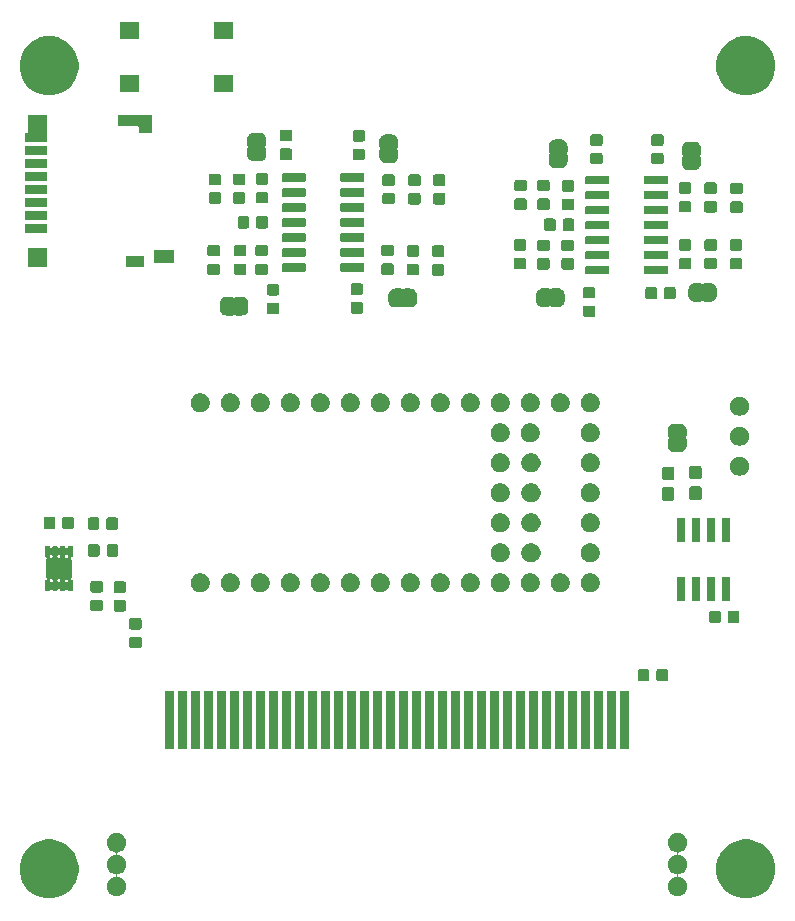
<source format=gts>
G04 #@! TF.GenerationSoftware,KiCad,Pcbnew,(5.1.4)-1*
G04 #@! TF.CreationDate,2020-01-21T11:12:15+01:00*
G04 #@! TF.ProjectId,teensy4_header_breakout,7465656e-7379-4345-9f68-65616465725f,rev?*
G04 #@! TF.SameCoordinates,Original*
G04 #@! TF.FileFunction,Soldermask,Top*
G04 #@! TF.FilePolarity,Negative*
%FSLAX46Y46*%
G04 Gerber Fmt 4.6, Leading zero omitted, Abs format (unit mm)*
G04 Created by KiCad (PCBNEW (5.1.4)-1) date 2020-01-21 11:12:15*
%MOMM*%
%LPD*%
G04 APERTURE LIST*
%ADD10C,0.100000*%
G04 APERTURE END LIST*
D10*
G36*
X173309312Y-140239673D02*
G01*
X173764282Y-140428128D01*
X173764284Y-140428129D01*
X173970405Y-140565855D01*
X174173746Y-140701723D01*
X174521967Y-141049944D01*
X174650446Y-141242227D01*
X174766295Y-141415606D01*
X174795562Y-141459408D01*
X174984017Y-141914378D01*
X175080090Y-142397370D01*
X175080090Y-142889830D01*
X174984017Y-143372822D01*
X174833519Y-143736155D01*
X174795561Y-143827794D01*
X174521966Y-144237257D01*
X174173747Y-144585476D01*
X173764284Y-144859071D01*
X173764283Y-144859072D01*
X173764282Y-144859072D01*
X173309312Y-145047527D01*
X172826320Y-145143600D01*
X172333860Y-145143600D01*
X171850868Y-145047527D01*
X171395898Y-144859072D01*
X171395897Y-144859072D01*
X171395896Y-144859071D01*
X170986433Y-144585476D01*
X170638214Y-144237257D01*
X170364619Y-143827794D01*
X170326661Y-143736155D01*
X170176163Y-143372822D01*
X170080090Y-142889830D01*
X170080090Y-142397370D01*
X170176163Y-141914378D01*
X170364618Y-141459408D01*
X170393886Y-141415606D01*
X170509734Y-141242227D01*
X170638213Y-141049944D01*
X170986434Y-140701723D01*
X171189775Y-140565855D01*
X171395896Y-140428129D01*
X171395898Y-140428128D01*
X171850868Y-140239673D01*
X172333860Y-140143600D01*
X172826320Y-140143600D01*
X173309312Y-140239673D01*
X173309312Y-140239673D01*
G37*
G36*
X114325902Y-140239673D02*
G01*
X114780872Y-140428128D01*
X114780874Y-140428129D01*
X114986995Y-140565855D01*
X115190336Y-140701723D01*
X115538557Y-141049944D01*
X115667036Y-141242227D01*
X115782885Y-141415606D01*
X115812152Y-141459408D01*
X116000607Y-141914378D01*
X116096680Y-142397370D01*
X116096680Y-142889830D01*
X116000607Y-143372822D01*
X115850109Y-143736155D01*
X115812151Y-143827794D01*
X115538556Y-144237257D01*
X115190337Y-144585476D01*
X114780874Y-144859071D01*
X114780873Y-144859072D01*
X114780872Y-144859072D01*
X114325902Y-145047527D01*
X113842910Y-145143600D01*
X113350450Y-145143600D01*
X112867458Y-145047527D01*
X112412488Y-144859072D01*
X112412487Y-144859072D01*
X112412486Y-144859071D01*
X112003023Y-144585476D01*
X111654804Y-144237257D01*
X111381209Y-143827794D01*
X111343251Y-143736155D01*
X111192753Y-143372822D01*
X111096680Y-142889830D01*
X111096680Y-142397370D01*
X111192753Y-141914378D01*
X111381208Y-141459408D01*
X111410476Y-141415606D01*
X111526324Y-141242227D01*
X111654803Y-141049944D01*
X112003024Y-140701723D01*
X112206365Y-140565855D01*
X112412486Y-140428129D01*
X112412488Y-140428128D01*
X112867458Y-140239673D01*
X113350450Y-140143600D01*
X113842910Y-140143600D01*
X114325902Y-140239673D01*
X114325902Y-140239673D01*
G37*
G36*
X119546985Y-139639595D02*
G01*
X119694904Y-139700865D01*
X119694905Y-139700866D01*
X119828030Y-139789817D01*
X119941243Y-139903030D01*
X119941244Y-139903032D01*
X120030195Y-140036156D01*
X120091465Y-140184075D01*
X120122700Y-140341105D01*
X120122700Y-140501215D01*
X120091465Y-140658245D01*
X120030195Y-140806164D01*
X120030194Y-140806165D01*
X119941243Y-140939290D01*
X119828030Y-141052503D01*
X119761015Y-141097281D01*
X119694904Y-141141455D01*
X119546985Y-141202725D01*
X119442224Y-141223563D01*
X119418775Y-141230676D01*
X119397164Y-141242227D01*
X119378222Y-141257772D01*
X119362677Y-141276714D01*
X119351126Y-141298325D01*
X119344013Y-141321774D01*
X119341611Y-141346160D01*
X119344013Y-141370546D01*
X119351126Y-141393995D01*
X119362677Y-141415606D01*
X119378222Y-141434548D01*
X119397164Y-141450093D01*
X119418775Y-141461644D01*
X119442224Y-141468757D01*
X119546985Y-141489595D01*
X119694904Y-141550865D01*
X119694905Y-141550866D01*
X119828030Y-141639817D01*
X119941243Y-141753030D01*
X119941244Y-141753032D01*
X120030195Y-141886156D01*
X120091465Y-142034075D01*
X120122700Y-142191105D01*
X120122700Y-142351215D01*
X120091465Y-142508245D01*
X120030195Y-142656164D01*
X120030194Y-142656165D01*
X119941243Y-142789290D01*
X119828030Y-142902503D01*
X119761015Y-142947281D01*
X119694904Y-142991455D01*
X119546985Y-143052725D01*
X119442224Y-143073563D01*
X119418775Y-143080676D01*
X119397164Y-143092227D01*
X119378222Y-143107772D01*
X119362677Y-143126714D01*
X119351126Y-143148325D01*
X119344013Y-143171774D01*
X119341611Y-143196160D01*
X119344013Y-143220546D01*
X119351126Y-143243995D01*
X119362677Y-143265606D01*
X119378222Y-143284548D01*
X119397164Y-143300093D01*
X119418775Y-143311644D01*
X119442224Y-143318757D01*
X119546985Y-143339595D01*
X119694904Y-143400865D01*
X119694905Y-143400866D01*
X119828030Y-143489817D01*
X119941243Y-143603030D01*
X119941244Y-143603032D01*
X120030195Y-143736156D01*
X120091465Y-143884075D01*
X120122700Y-144041105D01*
X120122700Y-144201215D01*
X120091465Y-144358245D01*
X120030195Y-144506164D01*
X120030194Y-144506165D01*
X119941243Y-144639290D01*
X119828030Y-144752503D01*
X119761015Y-144797281D01*
X119694904Y-144841455D01*
X119546985Y-144902725D01*
X119389955Y-144933960D01*
X119229845Y-144933960D01*
X119072815Y-144902725D01*
X118924896Y-144841455D01*
X118858785Y-144797281D01*
X118791770Y-144752503D01*
X118678557Y-144639290D01*
X118589606Y-144506165D01*
X118589605Y-144506164D01*
X118528335Y-144358245D01*
X118497100Y-144201215D01*
X118497100Y-144041105D01*
X118528335Y-143884075D01*
X118589605Y-143736156D01*
X118678556Y-143603032D01*
X118678557Y-143603030D01*
X118791770Y-143489817D01*
X118924895Y-143400866D01*
X118924896Y-143400865D01*
X119072815Y-143339595D01*
X119177576Y-143318757D01*
X119201025Y-143311644D01*
X119222636Y-143300093D01*
X119241578Y-143284548D01*
X119257123Y-143265606D01*
X119268674Y-143243995D01*
X119275787Y-143220546D01*
X119278189Y-143196160D01*
X119275787Y-143171774D01*
X119268674Y-143148325D01*
X119257123Y-143126714D01*
X119241578Y-143107772D01*
X119222636Y-143092227D01*
X119201025Y-143080676D01*
X119177576Y-143073563D01*
X119072815Y-143052725D01*
X118924896Y-142991455D01*
X118858785Y-142947281D01*
X118791770Y-142902503D01*
X118678557Y-142789290D01*
X118589606Y-142656165D01*
X118589605Y-142656164D01*
X118528335Y-142508245D01*
X118497100Y-142351215D01*
X118497100Y-142191105D01*
X118528335Y-142034075D01*
X118589605Y-141886156D01*
X118678556Y-141753032D01*
X118678557Y-141753030D01*
X118791770Y-141639817D01*
X118924895Y-141550866D01*
X118924896Y-141550865D01*
X119072815Y-141489595D01*
X119177576Y-141468757D01*
X119201025Y-141461644D01*
X119222636Y-141450093D01*
X119241578Y-141434548D01*
X119257123Y-141415606D01*
X119268674Y-141393995D01*
X119275787Y-141370546D01*
X119278189Y-141346160D01*
X119275787Y-141321774D01*
X119268674Y-141298325D01*
X119257123Y-141276714D01*
X119241578Y-141257772D01*
X119222636Y-141242227D01*
X119201025Y-141230676D01*
X119177576Y-141223563D01*
X119072815Y-141202725D01*
X118924896Y-141141455D01*
X118858785Y-141097281D01*
X118791770Y-141052503D01*
X118678557Y-140939290D01*
X118589606Y-140806165D01*
X118589605Y-140806164D01*
X118528335Y-140658245D01*
X118497100Y-140501215D01*
X118497100Y-140341105D01*
X118528335Y-140184075D01*
X118589605Y-140036156D01*
X118678556Y-139903032D01*
X118678557Y-139903030D01*
X118791770Y-139789817D01*
X118924895Y-139700866D01*
X118924896Y-139700865D01*
X119072815Y-139639595D01*
X119229845Y-139608360D01*
X119389955Y-139608360D01*
X119546985Y-139639595D01*
X119546985Y-139639595D01*
G37*
G36*
X167046985Y-139639595D02*
G01*
X167194904Y-139700865D01*
X167194905Y-139700866D01*
X167328030Y-139789817D01*
X167441243Y-139903030D01*
X167441244Y-139903032D01*
X167530195Y-140036156D01*
X167591465Y-140184075D01*
X167622700Y-140341105D01*
X167622700Y-140501215D01*
X167591465Y-140658245D01*
X167530195Y-140806164D01*
X167530194Y-140806165D01*
X167441243Y-140939290D01*
X167328030Y-141052503D01*
X167261015Y-141097281D01*
X167194904Y-141141455D01*
X167046985Y-141202725D01*
X166942224Y-141223563D01*
X166918775Y-141230676D01*
X166897164Y-141242227D01*
X166878222Y-141257772D01*
X166862677Y-141276714D01*
X166851126Y-141298325D01*
X166844013Y-141321774D01*
X166841611Y-141346160D01*
X166844013Y-141370546D01*
X166851126Y-141393995D01*
X166862677Y-141415606D01*
X166878222Y-141434548D01*
X166897164Y-141450093D01*
X166918775Y-141461644D01*
X166942224Y-141468757D01*
X167046985Y-141489595D01*
X167194904Y-141550865D01*
X167194905Y-141550866D01*
X167328030Y-141639817D01*
X167441243Y-141753030D01*
X167441244Y-141753032D01*
X167530195Y-141886156D01*
X167591465Y-142034075D01*
X167622700Y-142191105D01*
X167622700Y-142351215D01*
X167591465Y-142508245D01*
X167530195Y-142656164D01*
X167530194Y-142656165D01*
X167441243Y-142789290D01*
X167328030Y-142902503D01*
X167261015Y-142947281D01*
X167194904Y-142991455D01*
X167046985Y-143052725D01*
X166942224Y-143073563D01*
X166918775Y-143080676D01*
X166897164Y-143092227D01*
X166878222Y-143107772D01*
X166862677Y-143126714D01*
X166851126Y-143148325D01*
X166844013Y-143171774D01*
X166841611Y-143196160D01*
X166844013Y-143220546D01*
X166851126Y-143243995D01*
X166862677Y-143265606D01*
X166878222Y-143284548D01*
X166897164Y-143300093D01*
X166918775Y-143311644D01*
X166942224Y-143318757D01*
X167046985Y-143339595D01*
X167194904Y-143400865D01*
X167194905Y-143400866D01*
X167328030Y-143489817D01*
X167441243Y-143603030D01*
X167441244Y-143603032D01*
X167530195Y-143736156D01*
X167591465Y-143884075D01*
X167622700Y-144041105D01*
X167622700Y-144201215D01*
X167591465Y-144358245D01*
X167530195Y-144506164D01*
X167530194Y-144506165D01*
X167441243Y-144639290D01*
X167328030Y-144752503D01*
X167261015Y-144797281D01*
X167194904Y-144841455D01*
X167046985Y-144902725D01*
X166889955Y-144933960D01*
X166729845Y-144933960D01*
X166572815Y-144902725D01*
X166424896Y-144841455D01*
X166358785Y-144797281D01*
X166291770Y-144752503D01*
X166178557Y-144639290D01*
X166089606Y-144506165D01*
X166089605Y-144506164D01*
X166028335Y-144358245D01*
X165997100Y-144201215D01*
X165997100Y-144041105D01*
X166028335Y-143884075D01*
X166089605Y-143736156D01*
X166178556Y-143603032D01*
X166178557Y-143603030D01*
X166291770Y-143489817D01*
X166424895Y-143400866D01*
X166424896Y-143400865D01*
X166572815Y-143339595D01*
X166677576Y-143318757D01*
X166701025Y-143311644D01*
X166722636Y-143300093D01*
X166741578Y-143284548D01*
X166757123Y-143265606D01*
X166768674Y-143243995D01*
X166775787Y-143220546D01*
X166778189Y-143196160D01*
X166775787Y-143171774D01*
X166768674Y-143148325D01*
X166757123Y-143126714D01*
X166741578Y-143107772D01*
X166722636Y-143092227D01*
X166701025Y-143080676D01*
X166677576Y-143073563D01*
X166572815Y-143052725D01*
X166424896Y-142991455D01*
X166358785Y-142947281D01*
X166291770Y-142902503D01*
X166178557Y-142789290D01*
X166089606Y-142656165D01*
X166089605Y-142656164D01*
X166028335Y-142508245D01*
X165997100Y-142351215D01*
X165997100Y-142191105D01*
X166028335Y-142034075D01*
X166089605Y-141886156D01*
X166178556Y-141753032D01*
X166178557Y-141753030D01*
X166291770Y-141639817D01*
X166424895Y-141550866D01*
X166424896Y-141550865D01*
X166572815Y-141489595D01*
X166677576Y-141468757D01*
X166701025Y-141461644D01*
X166722636Y-141450093D01*
X166741578Y-141434548D01*
X166757123Y-141415606D01*
X166768674Y-141393995D01*
X166775787Y-141370546D01*
X166778189Y-141346160D01*
X166775787Y-141321774D01*
X166768674Y-141298325D01*
X166757123Y-141276714D01*
X166741578Y-141257772D01*
X166722636Y-141242227D01*
X166701025Y-141230676D01*
X166677576Y-141223563D01*
X166572815Y-141202725D01*
X166424896Y-141141455D01*
X166358785Y-141097281D01*
X166291770Y-141052503D01*
X166178557Y-140939290D01*
X166089606Y-140806165D01*
X166089605Y-140806164D01*
X166028335Y-140658245D01*
X165997100Y-140501215D01*
X165997100Y-140341105D01*
X166028335Y-140184075D01*
X166089605Y-140036156D01*
X166178556Y-139903032D01*
X166178557Y-139903030D01*
X166291770Y-139789817D01*
X166424895Y-139700866D01*
X166424896Y-139700865D01*
X166572815Y-139639595D01*
X166729845Y-139608360D01*
X166889955Y-139608360D01*
X167046985Y-139639595D01*
X167046985Y-139639595D01*
G37*
G36*
X159402420Y-132519120D02*
G01*
X158600820Y-132519120D01*
X158600820Y-127617520D01*
X159402420Y-127617520D01*
X159402420Y-132519120D01*
X159402420Y-132519120D01*
G37*
G36*
X150602420Y-132519120D02*
G01*
X149800820Y-132519120D01*
X149800820Y-127617520D01*
X150602420Y-127617520D01*
X150602420Y-132519120D01*
X150602420Y-132519120D01*
G37*
G36*
X151702420Y-132519120D02*
G01*
X150900820Y-132519120D01*
X150900820Y-127617520D01*
X151702420Y-127617520D01*
X151702420Y-132519120D01*
X151702420Y-132519120D01*
G37*
G36*
X152802420Y-132519120D02*
G01*
X152000820Y-132519120D01*
X152000820Y-127617520D01*
X152802420Y-127617520D01*
X152802420Y-132519120D01*
X152802420Y-132519120D01*
G37*
G36*
X153902420Y-132519120D02*
G01*
X153100820Y-132519120D01*
X153100820Y-127617520D01*
X153902420Y-127617520D01*
X153902420Y-132519120D01*
X153902420Y-132519120D01*
G37*
G36*
X155002420Y-132519120D02*
G01*
X154200820Y-132519120D01*
X154200820Y-127617520D01*
X155002420Y-127617520D01*
X155002420Y-132519120D01*
X155002420Y-132519120D01*
G37*
G36*
X156102420Y-132519120D02*
G01*
X155300820Y-132519120D01*
X155300820Y-127617520D01*
X156102420Y-127617520D01*
X156102420Y-132519120D01*
X156102420Y-132519120D01*
G37*
G36*
X157202420Y-132519120D02*
G01*
X156400820Y-132519120D01*
X156400820Y-127617520D01*
X157202420Y-127617520D01*
X157202420Y-132519120D01*
X157202420Y-132519120D01*
G37*
G36*
X158302420Y-132519120D02*
G01*
X157500820Y-132519120D01*
X157500820Y-127617520D01*
X158302420Y-127617520D01*
X158302420Y-132519120D01*
X158302420Y-132519120D01*
G37*
G36*
X140702420Y-132519120D02*
G01*
X139900820Y-132519120D01*
X139900820Y-127617520D01*
X140702420Y-127617520D01*
X140702420Y-132519120D01*
X140702420Y-132519120D01*
G37*
G36*
X161602420Y-132519120D02*
G01*
X160800820Y-132519120D01*
X160800820Y-127617520D01*
X161602420Y-127617520D01*
X161602420Y-132519120D01*
X161602420Y-132519120D01*
G37*
G36*
X162702420Y-132519120D02*
G01*
X161900820Y-132519120D01*
X161900820Y-127617520D01*
X162702420Y-127617520D01*
X162702420Y-132519120D01*
X162702420Y-132519120D01*
G37*
G36*
X147302420Y-132519120D02*
G01*
X146500820Y-132519120D01*
X146500820Y-127617520D01*
X147302420Y-127617520D01*
X147302420Y-132519120D01*
X147302420Y-132519120D01*
G37*
G36*
X146202420Y-132519120D02*
G01*
X145400820Y-132519120D01*
X145400820Y-127617520D01*
X146202420Y-127617520D01*
X146202420Y-132519120D01*
X146202420Y-132519120D01*
G37*
G36*
X145102420Y-132519120D02*
G01*
X144300820Y-132519120D01*
X144300820Y-127617520D01*
X145102420Y-127617520D01*
X145102420Y-132519120D01*
X145102420Y-132519120D01*
G37*
G36*
X144002420Y-132519120D02*
G01*
X143200820Y-132519120D01*
X143200820Y-127617520D01*
X144002420Y-127617520D01*
X144002420Y-132519120D01*
X144002420Y-132519120D01*
G37*
G36*
X142902420Y-132519120D02*
G01*
X142100820Y-132519120D01*
X142100820Y-127617520D01*
X142902420Y-127617520D01*
X142902420Y-132519120D01*
X142902420Y-132519120D01*
G37*
G36*
X141802420Y-132519120D02*
G01*
X141000820Y-132519120D01*
X141000820Y-127617520D01*
X141802420Y-127617520D01*
X141802420Y-132519120D01*
X141802420Y-132519120D01*
G37*
G36*
X148402420Y-132519120D02*
G01*
X147600820Y-132519120D01*
X147600820Y-127617520D01*
X148402420Y-127617520D01*
X148402420Y-132519120D01*
X148402420Y-132519120D01*
G37*
G36*
X138502420Y-132519120D02*
G01*
X137700820Y-132519120D01*
X137700820Y-127617520D01*
X138502420Y-127617520D01*
X138502420Y-132519120D01*
X138502420Y-132519120D01*
G37*
G36*
X139602420Y-132519120D02*
G01*
X138800820Y-132519120D01*
X138800820Y-127617520D01*
X139602420Y-127617520D01*
X139602420Y-132519120D01*
X139602420Y-132519120D01*
G37*
G36*
X137402420Y-132519120D02*
G01*
X136600820Y-132519120D01*
X136600820Y-127617520D01*
X137402420Y-127617520D01*
X137402420Y-132519120D01*
X137402420Y-132519120D01*
G37*
G36*
X136302420Y-132519120D02*
G01*
X135500820Y-132519120D01*
X135500820Y-127617520D01*
X136302420Y-127617520D01*
X136302420Y-132519120D01*
X136302420Y-132519120D01*
G37*
G36*
X135202420Y-132519120D02*
G01*
X134400820Y-132519120D01*
X134400820Y-127617520D01*
X135202420Y-127617520D01*
X135202420Y-132519120D01*
X135202420Y-132519120D01*
G37*
G36*
X134102420Y-132519120D02*
G01*
X133300820Y-132519120D01*
X133300820Y-127617520D01*
X134102420Y-127617520D01*
X134102420Y-132519120D01*
X134102420Y-132519120D01*
G37*
G36*
X133002420Y-132519120D02*
G01*
X132200820Y-132519120D01*
X132200820Y-127617520D01*
X133002420Y-127617520D01*
X133002420Y-132519120D01*
X133002420Y-132519120D01*
G37*
G36*
X131902420Y-132519120D02*
G01*
X131100820Y-132519120D01*
X131100820Y-127617520D01*
X131902420Y-127617520D01*
X131902420Y-132519120D01*
X131902420Y-132519120D01*
G37*
G36*
X130802420Y-132519120D02*
G01*
X130000820Y-132519120D01*
X130000820Y-127617520D01*
X130802420Y-127617520D01*
X130802420Y-132519120D01*
X130802420Y-132519120D01*
G37*
G36*
X129702420Y-132519120D02*
G01*
X128900820Y-132519120D01*
X128900820Y-127617520D01*
X129702420Y-127617520D01*
X129702420Y-132519120D01*
X129702420Y-132519120D01*
G37*
G36*
X128602420Y-132519120D02*
G01*
X127800820Y-132519120D01*
X127800820Y-127617520D01*
X128602420Y-127617520D01*
X128602420Y-132519120D01*
X128602420Y-132519120D01*
G37*
G36*
X127502420Y-132519120D02*
G01*
X126700820Y-132519120D01*
X126700820Y-127617520D01*
X127502420Y-127617520D01*
X127502420Y-132519120D01*
X127502420Y-132519120D01*
G37*
G36*
X126402420Y-132519120D02*
G01*
X125600820Y-132519120D01*
X125600820Y-127617520D01*
X126402420Y-127617520D01*
X126402420Y-132519120D01*
X126402420Y-132519120D01*
G37*
G36*
X125302420Y-132519120D02*
G01*
X124500820Y-132519120D01*
X124500820Y-127617520D01*
X125302420Y-127617520D01*
X125302420Y-132519120D01*
X125302420Y-132519120D01*
G37*
G36*
X124202420Y-132519120D02*
G01*
X123400820Y-132519120D01*
X123400820Y-127617520D01*
X124202420Y-127617520D01*
X124202420Y-132519120D01*
X124202420Y-132519120D01*
G37*
G36*
X160502420Y-132519120D02*
G01*
X159700820Y-132519120D01*
X159700820Y-127617520D01*
X160502420Y-127617520D01*
X160502420Y-132519120D01*
X160502420Y-132519120D01*
G37*
G36*
X149502420Y-132519120D02*
G01*
X148700820Y-132519120D01*
X148700820Y-127617520D01*
X149502420Y-127617520D01*
X149502420Y-132519120D01*
X149502420Y-132519120D01*
G37*
G36*
X164278648Y-125713743D02*
G01*
X164312613Y-125724046D01*
X164343914Y-125740777D01*
X164371348Y-125763292D01*
X164393863Y-125790726D01*
X164410594Y-125822027D01*
X164420897Y-125855992D01*
X164424980Y-125897450D01*
X164424980Y-126573470D01*
X164420897Y-126614928D01*
X164410594Y-126648893D01*
X164393863Y-126680194D01*
X164371348Y-126707628D01*
X164343914Y-126730143D01*
X164312613Y-126746874D01*
X164278648Y-126757177D01*
X164237190Y-126761260D01*
X163636170Y-126761260D01*
X163594712Y-126757177D01*
X163560747Y-126746874D01*
X163529446Y-126730143D01*
X163502012Y-126707628D01*
X163479497Y-126680194D01*
X163462766Y-126648893D01*
X163452463Y-126614928D01*
X163448380Y-126573470D01*
X163448380Y-125897450D01*
X163452463Y-125855992D01*
X163462766Y-125822027D01*
X163479497Y-125790726D01*
X163502012Y-125763292D01*
X163529446Y-125740777D01*
X163560747Y-125724046D01*
X163594712Y-125713743D01*
X163636170Y-125709660D01*
X164237190Y-125709660D01*
X164278648Y-125713743D01*
X164278648Y-125713743D01*
G37*
G36*
X165853648Y-125713743D02*
G01*
X165887613Y-125724046D01*
X165918914Y-125740777D01*
X165946348Y-125763292D01*
X165968863Y-125790726D01*
X165985594Y-125822027D01*
X165995897Y-125855992D01*
X165999980Y-125897450D01*
X165999980Y-126573470D01*
X165995897Y-126614928D01*
X165985594Y-126648893D01*
X165968863Y-126680194D01*
X165946348Y-126707628D01*
X165918914Y-126730143D01*
X165887613Y-126746874D01*
X165853648Y-126757177D01*
X165812190Y-126761260D01*
X165211170Y-126761260D01*
X165169712Y-126757177D01*
X165135747Y-126746874D01*
X165104446Y-126730143D01*
X165077012Y-126707628D01*
X165054497Y-126680194D01*
X165037766Y-126648893D01*
X165027463Y-126614928D01*
X165023380Y-126573470D01*
X165023380Y-125897450D01*
X165027463Y-125855992D01*
X165037766Y-125822027D01*
X165054497Y-125790726D01*
X165077012Y-125763292D01*
X165104446Y-125740777D01*
X165135747Y-125724046D01*
X165169712Y-125713743D01*
X165211170Y-125709660D01*
X165812190Y-125709660D01*
X165853648Y-125713743D01*
X165853648Y-125713743D01*
G37*
G36*
X121288548Y-122985183D02*
G01*
X121322513Y-122995486D01*
X121353814Y-123012217D01*
X121381248Y-123034732D01*
X121403763Y-123062166D01*
X121420494Y-123093467D01*
X121430797Y-123127432D01*
X121434880Y-123168890D01*
X121434880Y-123769910D01*
X121430797Y-123811368D01*
X121420494Y-123845333D01*
X121403763Y-123876634D01*
X121381248Y-123904068D01*
X121353814Y-123926583D01*
X121322513Y-123943314D01*
X121288548Y-123953617D01*
X121247090Y-123957700D01*
X120571070Y-123957700D01*
X120529612Y-123953617D01*
X120495647Y-123943314D01*
X120464346Y-123926583D01*
X120436912Y-123904068D01*
X120414397Y-123876634D01*
X120397666Y-123845333D01*
X120387363Y-123811368D01*
X120383280Y-123769910D01*
X120383280Y-123168890D01*
X120387363Y-123127432D01*
X120397666Y-123093467D01*
X120414397Y-123062166D01*
X120436912Y-123034732D01*
X120464346Y-123012217D01*
X120495647Y-122995486D01*
X120529612Y-122985183D01*
X120571070Y-122981100D01*
X121247090Y-122981100D01*
X121288548Y-122985183D01*
X121288548Y-122985183D01*
G37*
G36*
X121288548Y-121410183D02*
G01*
X121322513Y-121420486D01*
X121353814Y-121437217D01*
X121381248Y-121459732D01*
X121403763Y-121487166D01*
X121420494Y-121518467D01*
X121430797Y-121552432D01*
X121434880Y-121593890D01*
X121434880Y-122194910D01*
X121430797Y-122236368D01*
X121420494Y-122270333D01*
X121403763Y-122301634D01*
X121381248Y-122329068D01*
X121353814Y-122351583D01*
X121322513Y-122368314D01*
X121288548Y-122378617D01*
X121247090Y-122382700D01*
X120571070Y-122382700D01*
X120529612Y-122378617D01*
X120495647Y-122368314D01*
X120464346Y-122351583D01*
X120436912Y-122329068D01*
X120414397Y-122301634D01*
X120397666Y-122270333D01*
X120387363Y-122236368D01*
X120383280Y-122194910D01*
X120383280Y-121593890D01*
X120387363Y-121552432D01*
X120397666Y-121518467D01*
X120414397Y-121487166D01*
X120436912Y-121459732D01*
X120464346Y-121437217D01*
X120495647Y-121420486D01*
X120529612Y-121410183D01*
X120571070Y-121406100D01*
X121247090Y-121406100D01*
X121288548Y-121410183D01*
X121288548Y-121410183D01*
G37*
G36*
X170318568Y-120783603D02*
G01*
X170352533Y-120793906D01*
X170383834Y-120810637D01*
X170411268Y-120833152D01*
X170433783Y-120860586D01*
X170450514Y-120891887D01*
X170460817Y-120925852D01*
X170464900Y-120967310D01*
X170464900Y-121643330D01*
X170460817Y-121684788D01*
X170450514Y-121718753D01*
X170433783Y-121750054D01*
X170411268Y-121777488D01*
X170383834Y-121800003D01*
X170352533Y-121816734D01*
X170318568Y-121827037D01*
X170277110Y-121831120D01*
X169676090Y-121831120D01*
X169634632Y-121827037D01*
X169600667Y-121816734D01*
X169569366Y-121800003D01*
X169541932Y-121777488D01*
X169519417Y-121750054D01*
X169502686Y-121718753D01*
X169492383Y-121684788D01*
X169488300Y-121643330D01*
X169488300Y-120967310D01*
X169492383Y-120925852D01*
X169502686Y-120891887D01*
X169519417Y-120860586D01*
X169541932Y-120833152D01*
X169569366Y-120810637D01*
X169600667Y-120793906D01*
X169634632Y-120783603D01*
X169676090Y-120779520D01*
X170277110Y-120779520D01*
X170318568Y-120783603D01*
X170318568Y-120783603D01*
G37*
G36*
X171893568Y-120783603D02*
G01*
X171927533Y-120793906D01*
X171958834Y-120810637D01*
X171986268Y-120833152D01*
X172008783Y-120860586D01*
X172025514Y-120891887D01*
X172035817Y-120925852D01*
X172039900Y-120967310D01*
X172039900Y-121643330D01*
X172035817Y-121684788D01*
X172025514Y-121718753D01*
X172008783Y-121750054D01*
X171986268Y-121777488D01*
X171958834Y-121800003D01*
X171927533Y-121816734D01*
X171893568Y-121827037D01*
X171852110Y-121831120D01*
X171251090Y-121831120D01*
X171209632Y-121827037D01*
X171175667Y-121816734D01*
X171144366Y-121800003D01*
X171116932Y-121777488D01*
X171094417Y-121750054D01*
X171077686Y-121718753D01*
X171067383Y-121684788D01*
X171063300Y-121643330D01*
X171063300Y-120967310D01*
X171067383Y-120925852D01*
X171077686Y-120891887D01*
X171094417Y-120860586D01*
X171116932Y-120833152D01*
X171144366Y-120810637D01*
X171175667Y-120793906D01*
X171209632Y-120783603D01*
X171251090Y-120779520D01*
X171852110Y-120779520D01*
X171893568Y-120783603D01*
X171893568Y-120783603D01*
G37*
G36*
X119960128Y-119876423D02*
G01*
X119994093Y-119886726D01*
X120025394Y-119903457D01*
X120052828Y-119925972D01*
X120075343Y-119953406D01*
X120092074Y-119984707D01*
X120102377Y-120018672D01*
X120106460Y-120060130D01*
X120106460Y-120661150D01*
X120102377Y-120702608D01*
X120092074Y-120736573D01*
X120075343Y-120767874D01*
X120052828Y-120795308D01*
X120025394Y-120817823D01*
X119994093Y-120834554D01*
X119960128Y-120844857D01*
X119918670Y-120848940D01*
X119242650Y-120848940D01*
X119201192Y-120844857D01*
X119167227Y-120834554D01*
X119135926Y-120817823D01*
X119108492Y-120795308D01*
X119085977Y-120767874D01*
X119069246Y-120736573D01*
X119058943Y-120702608D01*
X119054860Y-120661150D01*
X119054860Y-120060130D01*
X119058943Y-120018672D01*
X119069246Y-119984707D01*
X119085977Y-119953406D01*
X119108492Y-119925972D01*
X119135926Y-119903457D01*
X119167227Y-119886726D01*
X119201192Y-119876423D01*
X119242650Y-119872340D01*
X119918670Y-119872340D01*
X119960128Y-119876423D01*
X119960128Y-119876423D01*
G37*
G36*
X118004328Y-119840863D02*
G01*
X118038293Y-119851166D01*
X118069594Y-119867897D01*
X118097028Y-119890412D01*
X118119543Y-119917846D01*
X118136274Y-119949147D01*
X118146577Y-119983112D01*
X118150660Y-120024570D01*
X118150660Y-120625590D01*
X118146577Y-120667048D01*
X118136274Y-120701013D01*
X118119543Y-120732314D01*
X118097028Y-120759748D01*
X118069594Y-120782263D01*
X118038293Y-120798994D01*
X118004328Y-120809297D01*
X117962870Y-120813380D01*
X117286850Y-120813380D01*
X117245392Y-120809297D01*
X117211427Y-120798994D01*
X117180126Y-120782263D01*
X117152692Y-120759748D01*
X117130177Y-120732314D01*
X117113446Y-120701013D01*
X117103143Y-120667048D01*
X117099060Y-120625590D01*
X117099060Y-120024570D01*
X117103143Y-119983112D01*
X117113446Y-119949147D01*
X117130177Y-119917846D01*
X117152692Y-119890412D01*
X117180126Y-119867897D01*
X117211427Y-119851166D01*
X117245392Y-119840863D01*
X117286850Y-119836780D01*
X117962870Y-119836780D01*
X118004328Y-119840863D01*
X118004328Y-119840863D01*
G37*
G36*
X167361329Y-117898262D02*
G01*
X167382392Y-117904652D01*
X167401809Y-117915030D01*
X167418825Y-117928995D01*
X167432790Y-117946011D01*
X167443168Y-117965428D01*
X167449558Y-117986491D01*
X167452320Y-118014540D01*
X167452320Y-119828060D01*
X167449558Y-119856109D01*
X167443168Y-119877172D01*
X167432790Y-119896589D01*
X167418825Y-119913605D01*
X167401809Y-119927570D01*
X167382392Y-119937948D01*
X167361329Y-119944338D01*
X167333280Y-119947100D01*
X166869760Y-119947100D01*
X166841711Y-119944338D01*
X166820648Y-119937948D01*
X166801231Y-119927570D01*
X166784215Y-119913605D01*
X166770250Y-119896589D01*
X166759872Y-119877172D01*
X166753482Y-119856109D01*
X166750720Y-119828060D01*
X166750720Y-118014540D01*
X166753482Y-117986491D01*
X166759872Y-117965428D01*
X166770250Y-117946011D01*
X166784215Y-117928995D01*
X166801231Y-117915030D01*
X166820648Y-117904652D01*
X166841711Y-117898262D01*
X166869760Y-117895500D01*
X167333280Y-117895500D01*
X167361329Y-117898262D01*
X167361329Y-117898262D01*
G37*
G36*
X169901329Y-117898262D02*
G01*
X169922392Y-117904652D01*
X169941809Y-117915030D01*
X169958825Y-117928995D01*
X169972790Y-117946011D01*
X169983168Y-117965428D01*
X169989558Y-117986491D01*
X169992320Y-118014540D01*
X169992320Y-119828060D01*
X169989558Y-119856109D01*
X169983168Y-119877172D01*
X169972790Y-119896589D01*
X169958825Y-119913605D01*
X169941809Y-119927570D01*
X169922392Y-119937948D01*
X169901329Y-119944338D01*
X169873280Y-119947100D01*
X169409760Y-119947100D01*
X169381711Y-119944338D01*
X169360648Y-119937948D01*
X169341231Y-119927570D01*
X169324215Y-119913605D01*
X169310250Y-119896589D01*
X169299872Y-119877172D01*
X169293482Y-119856109D01*
X169290720Y-119828060D01*
X169290720Y-118014540D01*
X169293482Y-117986491D01*
X169299872Y-117965428D01*
X169310250Y-117946011D01*
X169324215Y-117928995D01*
X169341231Y-117915030D01*
X169360648Y-117904652D01*
X169381711Y-117898262D01*
X169409760Y-117895500D01*
X169873280Y-117895500D01*
X169901329Y-117898262D01*
X169901329Y-117898262D01*
G37*
G36*
X171171329Y-117898262D02*
G01*
X171192392Y-117904652D01*
X171211809Y-117915030D01*
X171228825Y-117928995D01*
X171242790Y-117946011D01*
X171253168Y-117965428D01*
X171259558Y-117986491D01*
X171262320Y-118014540D01*
X171262320Y-119828060D01*
X171259558Y-119856109D01*
X171253168Y-119877172D01*
X171242790Y-119896589D01*
X171228825Y-119913605D01*
X171211809Y-119927570D01*
X171192392Y-119937948D01*
X171171329Y-119944338D01*
X171143280Y-119947100D01*
X170679760Y-119947100D01*
X170651711Y-119944338D01*
X170630648Y-119937948D01*
X170611231Y-119927570D01*
X170594215Y-119913605D01*
X170580250Y-119896589D01*
X170569872Y-119877172D01*
X170563482Y-119856109D01*
X170560720Y-119828060D01*
X170560720Y-118014540D01*
X170563482Y-117986491D01*
X170569872Y-117965428D01*
X170580250Y-117946011D01*
X170594215Y-117928995D01*
X170611231Y-117915030D01*
X170630648Y-117904652D01*
X170651711Y-117898262D01*
X170679760Y-117895500D01*
X171143280Y-117895500D01*
X171171329Y-117898262D01*
X171171329Y-117898262D01*
G37*
G36*
X168631329Y-117898262D02*
G01*
X168652392Y-117904652D01*
X168671809Y-117915030D01*
X168688825Y-117928995D01*
X168702790Y-117946011D01*
X168713168Y-117965428D01*
X168719558Y-117986491D01*
X168722320Y-118014540D01*
X168722320Y-119828060D01*
X168719558Y-119856109D01*
X168713168Y-119877172D01*
X168702790Y-119896589D01*
X168688825Y-119913605D01*
X168671809Y-119927570D01*
X168652392Y-119937948D01*
X168631329Y-119944338D01*
X168603280Y-119947100D01*
X168139760Y-119947100D01*
X168111711Y-119944338D01*
X168090648Y-119937948D01*
X168071231Y-119927570D01*
X168054215Y-119913605D01*
X168040250Y-119896589D01*
X168029872Y-119877172D01*
X168023482Y-119856109D01*
X168020720Y-119828060D01*
X168020720Y-118014540D01*
X168023482Y-117986491D01*
X168029872Y-117965428D01*
X168040250Y-117946011D01*
X168054215Y-117928995D01*
X168071231Y-117915030D01*
X168090648Y-117904652D01*
X168111711Y-117898262D01*
X168139760Y-117895500D01*
X168603280Y-117895500D01*
X168631329Y-117898262D01*
X168631329Y-117898262D01*
G37*
G36*
X119960128Y-118301423D02*
G01*
X119994093Y-118311726D01*
X120025394Y-118328457D01*
X120052828Y-118350972D01*
X120075343Y-118378406D01*
X120092074Y-118409707D01*
X120102377Y-118443672D01*
X120106460Y-118485130D01*
X120106460Y-119086150D01*
X120102377Y-119127608D01*
X120092074Y-119161573D01*
X120075343Y-119192874D01*
X120052828Y-119220308D01*
X120025394Y-119242823D01*
X119994093Y-119259554D01*
X119960128Y-119269857D01*
X119918670Y-119273940D01*
X119242650Y-119273940D01*
X119201192Y-119269857D01*
X119167227Y-119259554D01*
X119135926Y-119242823D01*
X119108492Y-119220308D01*
X119085977Y-119192874D01*
X119069246Y-119161573D01*
X119058943Y-119127608D01*
X119054860Y-119086150D01*
X119054860Y-118485130D01*
X119058943Y-118443672D01*
X119069246Y-118409707D01*
X119085977Y-118378406D01*
X119108492Y-118350972D01*
X119135926Y-118328457D01*
X119167227Y-118311726D01*
X119201192Y-118301423D01*
X119242650Y-118297340D01*
X119918670Y-118297340D01*
X119960128Y-118301423D01*
X119960128Y-118301423D01*
G37*
G36*
X118004328Y-118265863D02*
G01*
X118038293Y-118276166D01*
X118069594Y-118292897D01*
X118097028Y-118315412D01*
X118119543Y-118342846D01*
X118136274Y-118374147D01*
X118146577Y-118408112D01*
X118150660Y-118449570D01*
X118150660Y-119050590D01*
X118146577Y-119092048D01*
X118136274Y-119126013D01*
X118119543Y-119157314D01*
X118097028Y-119184748D01*
X118069594Y-119207263D01*
X118038293Y-119223994D01*
X118004328Y-119234297D01*
X117962870Y-119238380D01*
X117286850Y-119238380D01*
X117245392Y-119234297D01*
X117211427Y-119223994D01*
X117180126Y-119207263D01*
X117152692Y-119184748D01*
X117130177Y-119157314D01*
X117113446Y-119126013D01*
X117103143Y-119092048D01*
X117099060Y-119050590D01*
X117099060Y-118449570D01*
X117103143Y-118408112D01*
X117113446Y-118374147D01*
X117130177Y-118342846D01*
X117152692Y-118315412D01*
X117180126Y-118292897D01*
X117211427Y-118276166D01*
X117245392Y-118265863D01*
X117286850Y-118261780D01*
X117962870Y-118261780D01*
X118004328Y-118265863D01*
X118004328Y-118265863D01*
G37*
G36*
X126632565Y-117640855D02*
G01*
X126780484Y-117702125D01*
X126780485Y-117702126D01*
X126913610Y-117791077D01*
X127026823Y-117904290D01*
X127026824Y-117904292D01*
X127115775Y-118037416D01*
X127177045Y-118185335D01*
X127208280Y-118342365D01*
X127208280Y-118502475D01*
X127177045Y-118659505D01*
X127115775Y-118807424D01*
X127115774Y-118807425D01*
X127026823Y-118940550D01*
X126913610Y-119053763D01*
X126865139Y-119086150D01*
X126780484Y-119142715D01*
X126632565Y-119203985D01*
X126475535Y-119235220D01*
X126315425Y-119235220D01*
X126158395Y-119203985D01*
X126010476Y-119142715D01*
X125925821Y-119086150D01*
X125877350Y-119053763D01*
X125764137Y-118940550D01*
X125675186Y-118807425D01*
X125675185Y-118807424D01*
X125613915Y-118659505D01*
X125582680Y-118502475D01*
X125582680Y-118342365D01*
X125613915Y-118185335D01*
X125675185Y-118037416D01*
X125764136Y-117904292D01*
X125764137Y-117904290D01*
X125877350Y-117791077D01*
X126010475Y-117702126D01*
X126010476Y-117702125D01*
X126158395Y-117640855D01*
X126315425Y-117609620D01*
X126475535Y-117609620D01*
X126632565Y-117640855D01*
X126632565Y-117640855D01*
G37*
G36*
X129172565Y-117640855D02*
G01*
X129320484Y-117702125D01*
X129320485Y-117702126D01*
X129453610Y-117791077D01*
X129566823Y-117904290D01*
X129566824Y-117904292D01*
X129655775Y-118037416D01*
X129717045Y-118185335D01*
X129748280Y-118342365D01*
X129748280Y-118502475D01*
X129717045Y-118659505D01*
X129655775Y-118807424D01*
X129655774Y-118807425D01*
X129566823Y-118940550D01*
X129453610Y-119053763D01*
X129405139Y-119086150D01*
X129320484Y-119142715D01*
X129172565Y-119203985D01*
X129015535Y-119235220D01*
X128855425Y-119235220D01*
X128698395Y-119203985D01*
X128550476Y-119142715D01*
X128465821Y-119086150D01*
X128417350Y-119053763D01*
X128304137Y-118940550D01*
X128215186Y-118807425D01*
X128215185Y-118807424D01*
X128153915Y-118659505D01*
X128122680Y-118502475D01*
X128122680Y-118342365D01*
X128153915Y-118185335D01*
X128215185Y-118037416D01*
X128304136Y-117904292D01*
X128304137Y-117904290D01*
X128417350Y-117791077D01*
X128550475Y-117702126D01*
X128550476Y-117702125D01*
X128698395Y-117640855D01*
X128855425Y-117609620D01*
X129015535Y-117609620D01*
X129172565Y-117640855D01*
X129172565Y-117640855D01*
G37*
G36*
X131712565Y-117640855D02*
G01*
X131860484Y-117702125D01*
X131860485Y-117702126D01*
X131993610Y-117791077D01*
X132106823Y-117904290D01*
X132106824Y-117904292D01*
X132195775Y-118037416D01*
X132257045Y-118185335D01*
X132288280Y-118342365D01*
X132288280Y-118502475D01*
X132257045Y-118659505D01*
X132195775Y-118807424D01*
X132195774Y-118807425D01*
X132106823Y-118940550D01*
X131993610Y-119053763D01*
X131945139Y-119086150D01*
X131860484Y-119142715D01*
X131712565Y-119203985D01*
X131555535Y-119235220D01*
X131395425Y-119235220D01*
X131238395Y-119203985D01*
X131090476Y-119142715D01*
X131005821Y-119086150D01*
X130957350Y-119053763D01*
X130844137Y-118940550D01*
X130755186Y-118807425D01*
X130755185Y-118807424D01*
X130693915Y-118659505D01*
X130662680Y-118502475D01*
X130662680Y-118342365D01*
X130693915Y-118185335D01*
X130755185Y-118037416D01*
X130844136Y-117904292D01*
X130844137Y-117904290D01*
X130957350Y-117791077D01*
X131090475Y-117702126D01*
X131090476Y-117702125D01*
X131238395Y-117640855D01*
X131395425Y-117609620D01*
X131555535Y-117609620D01*
X131712565Y-117640855D01*
X131712565Y-117640855D01*
G37*
G36*
X134252565Y-117640855D02*
G01*
X134400484Y-117702125D01*
X134400485Y-117702126D01*
X134533610Y-117791077D01*
X134646823Y-117904290D01*
X134646824Y-117904292D01*
X134735775Y-118037416D01*
X134797045Y-118185335D01*
X134828280Y-118342365D01*
X134828280Y-118502475D01*
X134797045Y-118659505D01*
X134735775Y-118807424D01*
X134735774Y-118807425D01*
X134646823Y-118940550D01*
X134533610Y-119053763D01*
X134485139Y-119086150D01*
X134400484Y-119142715D01*
X134252565Y-119203985D01*
X134095535Y-119235220D01*
X133935425Y-119235220D01*
X133778395Y-119203985D01*
X133630476Y-119142715D01*
X133545821Y-119086150D01*
X133497350Y-119053763D01*
X133384137Y-118940550D01*
X133295186Y-118807425D01*
X133295185Y-118807424D01*
X133233915Y-118659505D01*
X133202680Y-118502475D01*
X133202680Y-118342365D01*
X133233915Y-118185335D01*
X133295185Y-118037416D01*
X133384136Y-117904292D01*
X133384137Y-117904290D01*
X133497350Y-117791077D01*
X133630475Y-117702126D01*
X133630476Y-117702125D01*
X133778395Y-117640855D01*
X133935425Y-117609620D01*
X134095535Y-117609620D01*
X134252565Y-117640855D01*
X134252565Y-117640855D01*
G37*
G36*
X136792565Y-117640855D02*
G01*
X136940484Y-117702125D01*
X136940485Y-117702126D01*
X137073610Y-117791077D01*
X137186823Y-117904290D01*
X137186824Y-117904292D01*
X137275775Y-118037416D01*
X137337045Y-118185335D01*
X137368280Y-118342365D01*
X137368280Y-118502475D01*
X137337045Y-118659505D01*
X137275775Y-118807424D01*
X137275774Y-118807425D01*
X137186823Y-118940550D01*
X137073610Y-119053763D01*
X137025139Y-119086150D01*
X136940484Y-119142715D01*
X136792565Y-119203985D01*
X136635535Y-119235220D01*
X136475425Y-119235220D01*
X136318395Y-119203985D01*
X136170476Y-119142715D01*
X136085821Y-119086150D01*
X136037350Y-119053763D01*
X135924137Y-118940550D01*
X135835186Y-118807425D01*
X135835185Y-118807424D01*
X135773915Y-118659505D01*
X135742680Y-118502475D01*
X135742680Y-118342365D01*
X135773915Y-118185335D01*
X135835185Y-118037416D01*
X135924136Y-117904292D01*
X135924137Y-117904290D01*
X136037350Y-117791077D01*
X136170475Y-117702126D01*
X136170476Y-117702125D01*
X136318395Y-117640855D01*
X136475425Y-117609620D01*
X136635535Y-117609620D01*
X136792565Y-117640855D01*
X136792565Y-117640855D01*
G37*
G36*
X139332565Y-117640855D02*
G01*
X139480484Y-117702125D01*
X139480485Y-117702126D01*
X139613610Y-117791077D01*
X139726823Y-117904290D01*
X139726824Y-117904292D01*
X139815775Y-118037416D01*
X139877045Y-118185335D01*
X139908280Y-118342365D01*
X139908280Y-118502475D01*
X139877045Y-118659505D01*
X139815775Y-118807424D01*
X139815774Y-118807425D01*
X139726823Y-118940550D01*
X139613610Y-119053763D01*
X139565139Y-119086150D01*
X139480484Y-119142715D01*
X139332565Y-119203985D01*
X139175535Y-119235220D01*
X139015425Y-119235220D01*
X138858395Y-119203985D01*
X138710476Y-119142715D01*
X138625821Y-119086150D01*
X138577350Y-119053763D01*
X138464137Y-118940550D01*
X138375186Y-118807425D01*
X138375185Y-118807424D01*
X138313915Y-118659505D01*
X138282680Y-118502475D01*
X138282680Y-118342365D01*
X138313915Y-118185335D01*
X138375185Y-118037416D01*
X138464136Y-117904292D01*
X138464137Y-117904290D01*
X138577350Y-117791077D01*
X138710475Y-117702126D01*
X138710476Y-117702125D01*
X138858395Y-117640855D01*
X139015425Y-117609620D01*
X139175535Y-117609620D01*
X139332565Y-117640855D01*
X139332565Y-117640855D01*
G37*
G36*
X141872565Y-117640855D02*
G01*
X142020484Y-117702125D01*
X142020485Y-117702126D01*
X142153610Y-117791077D01*
X142266823Y-117904290D01*
X142266824Y-117904292D01*
X142355775Y-118037416D01*
X142417045Y-118185335D01*
X142448280Y-118342365D01*
X142448280Y-118502475D01*
X142417045Y-118659505D01*
X142355775Y-118807424D01*
X142355774Y-118807425D01*
X142266823Y-118940550D01*
X142153610Y-119053763D01*
X142105139Y-119086150D01*
X142020484Y-119142715D01*
X141872565Y-119203985D01*
X141715535Y-119235220D01*
X141555425Y-119235220D01*
X141398395Y-119203985D01*
X141250476Y-119142715D01*
X141165821Y-119086150D01*
X141117350Y-119053763D01*
X141004137Y-118940550D01*
X140915186Y-118807425D01*
X140915185Y-118807424D01*
X140853915Y-118659505D01*
X140822680Y-118502475D01*
X140822680Y-118342365D01*
X140853915Y-118185335D01*
X140915185Y-118037416D01*
X141004136Y-117904292D01*
X141004137Y-117904290D01*
X141117350Y-117791077D01*
X141250475Y-117702126D01*
X141250476Y-117702125D01*
X141398395Y-117640855D01*
X141555425Y-117609620D01*
X141715535Y-117609620D01*
X141872565Y-117640855D01*
X141872565Y-117640855D01*
G37*
G36*
X146952565Y-117640855D02*
G01*
X147100484Y-117702125D01*
X147100485Y-117702126D01*
X147233610Y-117791077D01*
X147346823Y-117904290D01*
X147346824Y-117904292D01*
X147435775Y-118037416D01*
X147497045Y-118185335D01*
X147528280Y-118342365D01*
X147528280Y-118502475D01*
X147497045Y-118659505D01*
X147435775Y-118807424D01*
X147435774Y-118807425D01*
X147346823Y-118940550D01*
X147233610Y-119053763D01*
X147185139Y-119086150D01*
X147100484Y-119142715D01*
X146952565Y-119203985D01*
X146795535Y-119235220D01*
X146635425Y-119235220D01*
X146478395Y-119203985D01*
X146330476Y-119142715D01*
X146245821Y-119086150D01*
X146197350Y-119053763D01*
X146084137Y-118940550D01*
X145995186Y-118807425D01*
X145995185Y-118807424D01*
X145933915Y-118659505D01*
X145902680Y-118502475D01*
X145902680Y-118342365D01*
X145933915Y-118185335D01*
X145995185Y-118037416D01*
X146084136Y-117904292D01*
X146084137Y-117904290D01*
X146197350Y-117791077D01*
X146330475Y-117702126D01*
X146330476Y-117702125D01*
X146478395Y-117640855D01*
X146635425Y-117609620D01*
X146795535Y-117609620D01*
X146952565Y-117640855D01*
X146952565Y-117640855D01*
G37*
G36*
X154572565Y-117640855D02*
G01*
X154720484Y-117702125D01*
X154720485Y-117702126D01*
X154853610Y-117791077D01*
X154966823Y-117904290D01*
X154966824Y-117904292D01*
X155055775Y-118037416D01*
X155117045Y-118185335D01*
X155148280Y-118342365D01*
X155148280Y-118502475D01*
X155117045Y-118659505D01*
X155055775Y-118807424D01*
X155055774Y-118807425D01*
X154966823Y-118940550D01*
X154853610Y-119053763D01*
X154805139Y-119086150D01*
X154720484Y-119142715D01*
X154572565Y-119203985D01*
X154415535Y-119235220D01*
X154255425Y-119235220D01*
X154098395Y-119203985D01*
X153950476Y-119142715D01*
X153865821Y-119086150D01*
X153817350Y-119053763D01*
X153704137Y-118940550D01*
X153615186Y-118807425D01*
X153615185Y-118807424D01*
X153553915Y-118659505D01*
X153522680Y-118502475D01*
X153522680Y-118342365D01*
X153553915Y-118185335D01*
X153615185Y-118037416D01*
X153704136Y-117904292D01*
X153704137Y-117904290D01*
X153817350Y-117791077D01*
X153950475Y-117702126D01*
X153950476Y-117702125D01*
X154098395Y-117640855D01*
X154255425Y-117609620D01*
X154415535Y-117609620D01*
X154572565Y-117640855D01*
X154572565Y-117640855D01*
G37*
G36*
X149492565Y-117640855D02*
G01*
X149640484Y-117702125D01*
X149640485Y-117702126D01*
X149773610Y-117791077D01*
X149886823Y-117904290D01*
X149886824Y-117904292D01*
X149975775Y-118037416D01*
X150037045Y-118185335D01*
X150068280Y-118342365D01*
X150068280Y-118502475D01*
X150037045Y-118659505D01*
X149975775Y-118807424D01*
X149975774Y-118807425D01*
X149886823Y-118940550D01*
X149773610Y-119053763D01*
X149725139Y-119086150D01*
X149640484Y-119142715D01*
X149492565Y-119203985D01*
X149335535Y-119235220D01*
X149175425Y-119235220D01*
X149018395Y-119203985D01*
X148870476Y-119142715D01*
X148785821Y-119086150D01*
X148737350Y-119053763D01*
X148624137Y-118940550D01*
X148535186Y-118807425D01*
X148535185Y-118807424D01*
X148473915Y-118659505D01*
X148442680Y-118502475D01*
X148442680Y-118342365D01*
X148473915Y-118185335D01*
X148535185Y-118037416D01*
X148624136Y-117904292D01*
X148624137Y-117904290D01*
X148737350Y-117791077D01*
X148870475Y-117702126D01*
X148870476Y-117702125D01*
X149018395Y-117640855D01*
X149175425Y-117609620D01*
X149335535Y-117609620D01*
X149492565Y-117640855D01*
X149492565Y-117640855D01*
G37*
G36*
X152032565Y-117640855D02*
G01*
X152180484Y-117702125D01*
X152180485Y-117702126D01*
X152313610Y-117791077D01*
X152426823Y-117904290D01*
X152426824Y-117904292D01*
X152515775Y-118037416D01*
X152577045Y-118185335D01*
X152608280Y-118342365D01*
X152608280Y-118502475D01*
X152577045Y-118659505D01*
X152515775Y-118807424D01*
X152515774Y-118807425D01*
X152426823Y-118940550D01*
X152313610Y-119053763D01*
X152265139Y-119086150D01*
X152180484Y-119142715D01*
X152032565Y-119203985D01*
X151875535Y-119235220D01*
X151715425Y-119235220D01*
X151558395Y-119203985D01*
X151410476Y-119142715D01*
X151325821Y-119086150D01*
X151277350Y-119053763D01*
X151164137Y-118940550D01*
X151075186Y-118807425D01*
X151075185Y-118807424D01*
X151013915Y-118659505D01*
X150982680Y-118502475D01*
X150982680Y-118342365D01*
X151013915Y-118185335D01*
X151075185Y-118037416D01*
X151164136Y-117904292D01*
X151164137Y-117904290D01*
X151277350Y-117791077D01*
X151410475Y-117702126D01*
X151410476Y-117702125D01*
X151558395Y-117640855D01*
X151715425Y-117609620D01*
X151875535Y-117609620D01*
X152032565Y-117640855D01*
X152032565Y-117640855D01*
G37*
G36*
X159652565Y-117640855D02*
G01*
X159800484Y-117702125D01*
X159800485Y-117702126D01*
X159933610Y-117791077D01*
X160046823Y-117904290D01*
X160046824Y-117904292D01*
X160135775Y-118037416D01*
X160197045Y-118185335D01*
X160228280Y-118342365D01*
X160228280Y-118502475D01*
X160197045Y-118659505D01*
X160135775Y-118807424D01*
X160135774Y-118807425D01*
X160046823Y-118940550D01*
X159933610Y-119053763D01*
X159885139Y-119086150D01*
X159800484Y-119142715D01*
X159652565Y-119203985D01*
X159495535Y-119235220D01*
X159335425Y-119235220D01*
X159178395Y-119203985D01*
X159030476Y-119142715D01*
X158945821Y-119086150D01*
X158897350Y-119053763D01*
X158784137Y-118940550D01*
X158695186Y-118807425D01*
X158695185Y-118807424D01*
X158633915Y-118659505D01*
X158602680Y-118502475D01*
X158602680Y-118342365D01*
X158633915Y-118185335D01*
X158695185Y-118037416D01*
X158784136Y-117904292D01*
X158784137Y-117904290D01*
X158897350Y-117791077D01*
X159030475Y-117702126D01*
X159030476Y-117702125D01*
X159178395Y-117640855D01*
X159335425Y-117609620D01*
X159495535Y-117609620D01*
X159652565Y-117640855D01*
X159652565Y-117640855D01*
G37*
G36*
X157112565Y-117640855D02*
G01*
X157260484Y-117702125D01*
X157260485Y-117702126D01*
X157393610Y-117791077D01*
X157506823Y-117904290D01*
X157506824Y-117904292D01*
X157595775Y-118037416D01*
X157657045Y-118185335D01*
X157688280Y-118342365D01*
X157688280Y-118502475D01*
X157657045Y-118659505D01*
X157595775Y-118807424D01*
X157595774Y-118807425D01*
X157506823Y-118940550D01*
X157393610Y-119053763D01*
X157345139Y-119086150D01*
X157260484Y-119142715D01*
X157112565Y-119203985D01*
X156955535Y-119235220D01*
X156795425Y-119235220D01*
X156638395Y-119203985D01*
X156490476Y-119142715D01*
X156405821Y-119086150D01*
X156357350Y-119053763D01*
X156244137Y-118940550D01*
X156155186Y-118807425D01*
X156155185Y-118807424D01*
X156093915Y-118659505D01*
X156062680Y-118502475D01*
X156062680Y-118342365D01*
X156093915Y-118185335D01*
X156155185Y-118037416D01*
X156244136Y-117904292D01*
X156244137Y-117904290D01*
X156357350Y-117791077D01*
X156490475Y-117702126D01*
X156490476Y-117702125D01*
X156638395Y-117640855D01*
X156795425Y-117609620D01*
X156955535Y-117609620D01*
X157112565Y-117640855D01*
X157112565Y-117640855D01*
G37*
G36*
X144412565Y-117640855D02*
G01*
X144560484Y-117702125D01*
X144560485Y-117702126D01*
X144693610Y-117791077D01*
X144806823Y-117904290D01*
X144806824Y-117904292D01*
X144895775Y-118037416D01*
X144957045Y-118185335D01*
X144988280Y-118342365D01*
X144988280Y-118502475D01*
X144957045Y-118659505D01*
X144895775Y-118807424D01*
X144895774Y-118807425D01*
X144806823Y-118940550D01*
X144693610Y-119053763D01*
X144645139Y-119086150D01*
X144560484Y-119142715D01*
X144412565Y-119203985D01*
X144255535Y-119235220D01*
X144095425Y-119235220D01*
X143938395Y-119203985D01*
X143790476Y-119142715D01*
X143705821Y-119086150D01*
X143657350Y-119053763D01*
X143544137Y-118940550D01*
X143455186Y-118807425D01*
X143455185Y-118807424D01*
X143393915Y-118659505D01*
X143362680Y-118502475D01*
X143362680Y-118342365D01*
X143393915Y-118185335D01*
X143455185Y-118037416D01*
X143544136Y-117904292D01*
X143544137Y-117904290D01*
X143657350Y-117791077D01*
X143790475Y-117702126D01*
X143790476Y-117702125D01*
X143938395Y-117640855D01*
X144095425Y-117609620D01*
X144255535Y-117609620D01*
X144412565Y-117640855D01*
X144412565Y-117640855D01*
G37*
G36*
X113624714Y-115313901D02*
G01*
X113631714Y-115316025D01*
X113638162Y-115319471D01*
X113643812Y-115324108D01*
X113648449Y-115329758D01*
X113651895Y-115336206D01*
X113654019Y-115343206D01*
X113655143Y-115354619D01*
X113659923Y-115378652D01*
X113669301Y-115401291D01*
X113682914Y-115421666D01*
X113700241Y-115438993D01*
X113720616Y-115452606D01*
X113743255Y-115461984D01*
X113767288Y-115466764D01*
X113791792Y-115466764D01*
X113815825Y-115461984D01*
X113838464Y-115452606D01*
X113858839Y-115438993D01*
X113876166Y-115421666D01*
X113889779Y-115401291D01*
X113899157Y-115378652D01*
X113903937Y-115354619D01*
X113905061Y-115343206D01*
X113907185Y-115336206D01*
X113910631Y-115329758D01*
X113915268Y-115324108D01*
X113920918Y-115319471D01*
X113927366Y-115316025D01*
X113934366Y-115313901D01*
X113947780Y-115312580D01*
X114261300Y-115312580D01*
X114274714Y-115313901D01*
X114281714Y-115316025D01*
X114288162Y-115319471D01*
X114293812Y-115324108D01*
X114298449Y-115329758D01*
X114301895Y-115336206D01*
X114304019Y-115343206D01*
X114305143Y-115354619D01*
X114309923Y-115378652D01*
X114319301Y-115401291D01*
X114332914Y-115421666D01*
X114350241Y-115438993D01*
X114370616Y-115452606D01*
X114393255Y-115461984D01*
X114417288Y-115466764D01*
X114441792Y-115466764D01*
X114465825Y-115461984D01*
X114488464Y-115452606D01*
X114508839Y-115438993D01*
X114526166Y-115421666D01*
X114539779Y-115401291D01*
X114549157Y-115378652D01*
X114553937Y-115354619D01*
X114555061Y-115343206D01*
X114557185Y-115336206D01*
X114560631Y-115329758D01*
X114565268Y-115324108D01*
X114570918Y-115319471D01*
X114577366Y-115316025D01*
X114584366Y-115313901D01*
X114597780Y-115312580D01*
X114911300Y-115312580D01*
X114924714Y-115313901D01*
X114931714Y-115316025D01*
X114938162Y-115319471D01*
X114943812Y-115324108D01*
X114948449Y-115329758D01*
X114951895Y-115336206D01*
X114954019Y-115343206D01*
X114955143Y-115354619D01*
X114959923Y-115378652D01*
X114969301Y-115401291D01*
X114982914Y-115421666D01*
X115000241Y-115438993D01*
X115020616Y-115452606D01*
X115043255Y-115461984D01*
X115067288Y-115466764D01*
X115091792Y-115466764D01*
X115115825Y-115461984D01*
X115138464Y-115452606D01*
X115158839Y-115438993D01*
X115176166Y-115421666D01*
X115189779Y-115401291D01*
X115199157Y-115378652D01*
X115203937Y-115354619D01*
X115205061Y-115343206D01*
X115207185Y-115336206D01*
X115210631Y-115329758D01*
X115215268Y-115324108D01*
X115220918Y-115319471D01*
X115227366Y-115316025D01*
X115234366Y-115313901D01*
X115247780Y-115312580D01*
X115561300Y-115312580D01*
X115574714Y-115313901D01*
X115581714Y-115316025D01*
X115588162Y-115319471D01*
X115593812Y-115324108D01*
X115598449Y-115329758D01*
X115601895Y-115336206D01*
X115604019Y-115343206D01*
X115605340Y-115356620D01*
X115605340Y-116170140D01*
X115604019Y-116183554D01*
X115601895Y-116190554D01*
X115598449Y-116197002D01*
X115593812Y-116202652D01*
X115588162Y-116207289D01*
X115581714Y-116210735D01*
X115573933Y-116213096D01*
X115551492Y-116217561D01*
X115528854Y-116226939D01*
X115508480Y-116240554D01*
X115491153Y-116257881D01*
X115477540Y-116278256D01*
X115468164Y-116300895D01*
X115463384Y-116324929D01*
X115463385Y-116349433D01*
X115468167Y-116373466D01*
X115477543Y-116396100D01*
X115491331Y-116421895D01*
X115501352Y-116454929D01*
X115505340Y-116495426D01*
X115505340Y-117931334D01*
X115501352Y-117971831D01*
X115491331Y-118004865D01*
X115477543Y-118030660D01*
X115468165Y-118053298D01*
X115463385Y-118077332D01*
X115463385Y-118101836D01*
X115468165Y-118125869D01*
X115477543Y-118148508D01*
X115491156Y-118168882D01*
X115508483Y-118186209D01*
X115528858Y-118199823D01*
X115551496Y-118209201D01*
X115573934Y-118213664D01*
X115581714Y-118216025D01*
X115588162Y-118219471D01*
X115593812Y-118224108D01*
X115598449Y-118229758D01*
X115601895Y-118236206D01*
X115604019Y-118243206D01*
X115605340Y-118256620D01*
X115605340Y-119070140D01*
X115604019Y-119083554D01*
X115601895Y-119090554D01*
X115598449Y-119097002D01*
X115593812Y-119102652D01*
X115588162Y-119107289D01*
X115581714Y-119110735D01*
X115574714Y-119112859D01*
X115561300Y-119114180D01*
X115247780Y-119114180D01*
X115234366Y-119112859D01*
X115227366Y-119110735D01*
X115220918Y-119107289D01*
X115215268Y-119102652D01*
X115210631Y-119097002D01*
X115207185Y-119090554D01*
X115205061Y-119083554D01*
X115203937Y-119072141D01*
X115199157Y-119048108D01*
X115189779Y-119025469D01*
X115176166Y-119005094D01*
X115158839Y-118987767D01*
X115138464Y-118974154D01*
X115115825Y-118964776D01*
X115091792Y-118959996D01*
X115067288Y-118959996D01*
X115043255Y-118964776D01*
X115020616Y-118974154D01*
X115000241Y-118987767D01*
X114982914Y-119005094D01*
X114969301Y-119025469D01*
X114959923Y-119048108D01*
X114955143Y-119072141D01*
X114954019Y-119083554D01*
X114951895Y-119090554D01*
X114948449Y-119097002D01*
X114943812Y-119102652D01*
X114938162Y-119107289D01*
X114931714Y-119110735D01*
X114924714Y-119112859D01*
X114911300Y-119114180D01*
X114597780Y-119114180D01*
X114584366Y-119112859D01*
X114577366Y-119110735D01*
X114570918Y-119107289D01*
X114565268Y-119102652D01*
X114560631Y-119097002D01*
X114557185Y-119090554D01*
X114555061Y-119083554D01*
X114553937Y-119072141D01*
X114549157Y-119048108D01*
X114539779Y-119025469D01*
X114526166Y-119005094D01*
X114508839Y-118987767D01*
X114488464Y-118974154D01*
X114465825Y-118964776D01*
X114441792Y-118959996D01*
X114417288Y-118959996D01*
X114393255Y-118964776D01*
X114370616Y-118974154D01*
X114350241Y-118987767D01*
X114332914Y-119005094D01*
X114319301Y-119025469D01*
X114309923Y-119048108D01*
X114305143Y-119072141D01*
X114304019Y-119083554D01*
X114301895Y-119090554D01*
X114298449Y-119097002D01*
X114293812Y-119102652D01*
X114288162Y-119107289D01*
X114281714Y-119110735D01*
X114274714Y-119112859D01*
X114261300Y-119114180D01*
X113947780Y-119114180D01*
X113934366Y-119112859D01*
X113927366Y-119110735D01*
X113920918Y-119107289D01*
X113915268Y-119102652D01*
X113910631Y-119097002D01*
X113907185Y-119090554D01*
X113905061Y-119083554D01*
X113903937Y-119072141D01*
X113899157Y-119048108D01*
X113889779Y-119025469D01*
X113876166Y-119005094D01*
X113858839Y-118987767D01*
X113838464Y-118974154D01*
X113815825Y-118964776D01*
X113791792Y-118959996D01*
X113767288Y-118959996D01*
X113743255Y-118964776D01*
X113720616Y-118974154D01*
X113700241Y-118987767D01*
X113682914Y-119005094D01*
X113669301Y-119025469D01*
X113659923Y-119048108D01*
X113655143Y-119072141D01*
X113654019Y-119083554D01*
X113651895Y-119090554D01*
X113648449Y-119097002D01*
X113643812Y-119102652D01*
X113638162Y-119107289D01*
X113631714Y-119110735D01*
X113624714Y-119112859D01*
X113611300Y-119114180D01*
X113297780Y-119114180D01*
X113284366Y-119112859D01*
X113277366Y-119110735D01*
X113270918Y-119107289D01*
X113265268Y-119102652D01*
X113260631Y-119097002D01*
X113257185Y-119090554D01*
X113255061Y-119083554D01*
X113253740Y-119070140D01*
X113253740Y-118256620D01*
X113255061Y-118243206D01*
X113256282Y-118239179D01*
X113654227Y-118239179D01*
X113654829Y-118251431D01*
X113655143Y-118254619D01*
X113659924Y-118278653D01*
X113669301Y-118301291D01*
X113682915Y-118321666D01*
X113700242Y-118338993D01*
X113720616Y-118352606D01*
X113743255Y-118361984D01*
X113767288Y-118366764D01*
X113791792Y-118366764D01*
X113815826Y-118361983D01*
X113838464Y-118352606D01*
X113858839Y-118338992D01*
X113876166Y-118321665D01*
X113889779Y-118301291D01*
X113899157Y-118278652D01*
X113903937Y-118254619D01*
X113904251Y-118251431D01*
X113904251Y-118239179D01*
X114304227Y-118239179D01*
X114304829Y-118251431D01*
X114305143Y-118254619D01*
X114309924Y-118278653D01*
X114319301Y-118301291D01*
X114332915Y-118321666D01*
X114350242Y-118338993D01*
X114370616Y-118352606D01*
X114393255Y-118361984D01*
X114417288Y-118366764D01*
X114441792Y-118366764D01*
X114465826Y-118361983D01*
X114488464Y-118352606D01*
X114508839Y-118338992D01*
X114526166Y-118321665D01*
X114539779Y-118301291D01*
X114549157Y-118278652D01*
X114553937Y-118254619D01*
X114554251Y-118251431D01*
X114554251Y-118239179D01*
X114954227Y-118239179D01*
X114954829Y-118251431D01*
X114955143Y-118254619D01*
X114959924Y-118278653D01*
X114969301Y-118301291D01*
X114982915Y-118321666D01*
X115000242Y-118338993D01*
X115020616Y-118352606D01*
X115043255Y-118361984D01*
X115067288Y-118366764D01*
X115091792Y-118366764D01*
X115115826Y-118361983D01*
X115138464Y-118352606D01*
X115158839Y-118338992D01*
X115176166Y-118321665D01*
X115189779Y-118301291D01*
X115199157Y-118278652D01*
X115203937Y-118254619D01*
X115204251Y-118251431D01*
X115204251Y-118226927D01*
X115199471Y-118202894D01*
X115190093Y-118180255D01*
X115176480Y-118159881D01*
X115159153Y-118142554D01*
X115138778Y-118128940D01*
X115116140Y-118119563D01*
X115092106Y-118114782D01*
X115079854Y-118114180D01*
X115079226Y-118114180D01*
X115054840Y-118116582D01*
X115031391Y-118123695D01*
X115009780Y-118135246D01*
X114990838Y-118150791D01*
X114975293Y-118169733D01*
X114963742Y-118191344D01*
X114956629Y-118214793D01*
X114954227Y-118239179D01*
X114554251Y-118239179D01*
X114554251Y-118226927D01*
X114549471Y-118202894D01*
X114540093Y-118180255D01*
X114526480Y-118159881D01*
X114509153Y-118142554D01*
X114488778Y-118128940D01*
X114466140Y-118119563D01*
X114442106Y-118114782D01*
X114429854Y-118114180D01*
X114429226Y-118114180D01*
X114404840Y-118116582D01*
X114381391Y-118123695D01*
X114359780Y-118135246D01*
X114340838Y-118150791D01*
X114325293Y-118169733D01*
X114313742Y-118191344D01*
X114306629Y-118214793D01*
X114304227Y-118239179D01*
X113904251Y-118239179D01*
X113904251Y-118226927D01*
X113899471Y-118202894D01*
X113890093Y-118180255D01*
X113876480Y-118159881D01*
X113859153Y-118142554D01*
X113838778Y-118128940D01*
X113816140Y-118119563D01*
X113792106Y-118114782D01*
X113779854Y-118114180D01*
X113779226Y-118114180D01*
X113754840Y-118116582D01*
X113731391Y-118123695D01*
X113709780Y-118135246D01*
X113690838Y-118150791D01*
X113675293Y-118169733D01*
X113663742Y-118191344D01*
X113656629Y-118214793D01*
X113654227Y-118239179D01*
X113256282Y-118239179D01*
X113257185Y-118236206D01*
X113260631Y-118229758D01*
X113265268Y-118224108D01*
X113270918Y-118219471D01*
X113277366Y-118216025D01*
X113285147Y-118213664D01*
X113307588Y-118209199D01*
X113330226Y-118199821D01*
X113350600Y-118186206D01*
X113367927Y-118168879D01*
X113381540Y-118148504D01*
X113390916Y-118125865D01*
X113395696Y-118101831D01*
X113395695Y-118077327D01*
X113390913Y-118053294D01*
X113381537Y-118030660D01*
X113367749Y-118004865D01*
X113357728Y-117971831D01*
X113353740Y-117931334D01*
X113353740Y-116495426D01*
X113357728Y-116454929D01*
X113367749Y-116421895D01*
X113381537Y-116396100D01*
X113390915Y-116373462D01*
X113395695Y-116349428D01*
X113395695Y-116324924D01*
X113390915Y-116300891D01*
X113381537Y-116278252D01*
X113367924Y-116257878D01*
X113350597Y-116240551D01*
X113330222Y-116226937D01*
X113307584Y-116217559D01*
X113285146Y-116213096D01*
X113277366Y-116210735D01*
X113270918Y-116207289D01*
X113265268Y-116202652D01*
X113260631Y-116197002D01*
X113257185Y-116190554D01*
X113255061Y-116183554D01*
X113254252Y-116175329D01*
X113654829Y-116175329D01*
X113654829Y-116199833D01*
X113659609Y-116223866D01*
X113668987Y-116246505D01*
X113682600Y-116266879D01*
X113699927Y-116284206D01*
X113720302Y-116297820D01*
X113742940Y-116307197D01*
X113766974Y-116311978D01*
X113779226Y-116312580D01*
X113779854Y-116312580D01*
X113804240Y-116310178D01*
X113827689Y-116303065D01*
X113849300Y-116291514D01*
X113868242Y-116275969D01*
X113883787Y-116257027D01*
X113895338Y-116235416D01*
X113902451Y-116211967D01*
X113904853Y-116187581D01*
X113904251Y-116175329D01*
X114304829Y-116175329D01*
X114304829Y-116199833D01*
X114309609Y-116223866D01*
X114318987Y-116246505D01*
X114332600Y-116266879D01*
X114349927Y-116284206D01*
X114370302Y-116297820D01*
X114392940Y-116307197D01*
X114416974Y-116311978D01*
X114429226Y-116312580D01*
X114429854Y-116312580D01*
X114454240Y-116310178D01*
X114477689Y-116303065D01*
X114499300Y-116291514D01*
X114518242Y-116275969D01*
X114533787Y-116257027D01*
X114545338Y-116235416D01*
X114552451Y-116211967D01*
X114554853Y-116187581D01*
X114554251Y-116175329D01*
X114954829Y-116175329D01*
X114954829Y-116199833D01*
X114959609Y-116223866D01*
X114968987Y-116246505D01*
X114982600Y-116266879D01*
X114999927Y-116284206D01*
X115020302Y-116297820D01*
X115042940Y-116307197D01*
X115066974Y-116311978D01*
X115079226Y-116312580D01*
X115079854Y-116312580D01*
X115104240Y-116310178D01*
X115127689Y-116303065D01*
X115149300Y-116291514D01*
X115168242Y-116275969D01*
X115183787Y-116257027D01*
X115195338Y-116235416D01*
X115202451Y-116211967D01*
X115204853Y-116187581D01*
X115204251Y-116175329D01*
X115203937Y-116172141D01*
X115199156Y-116148107D01*
X115189779Y-116125469D01*
X115176165Y-116105094D01*
X115158838Y-116087767D01*
X115138464Y-116074154D01*
X115115825Y-116064776D01*
X115091792Y-116059996D01*
X115067288Y-116059996D01*
X115043254Y-116064777D01*
X115020616Y-116074154D01*
X115000241Y-116087768D01*
X114982914Y-116105095D01*
X114969301Y-116125469D01*
X114959923Y-116148108D01*
X114955143Y-116172141D01*
X114954829Y-116175329D01*
X114554251Y-116175329D01*
X114553937Y-116172141D01*
X114549156Y-116148107D01*
X114539779Y-116125469D01*
X114526165Y-116105094D01*
X114508838Y-116087767D01*
X114488464Y-116074154D01*
X114465825Y-116064776D01*
X114441792Y-116059996D01*
X114417288Y-116059996D01*
X114393254Y-116064777D01*
X114370616Y-116074154D01*
X114350241Y-116087768D01*
X114332914Y-116105095D01*
X114319301Y-116125469D01*
X114309923Y-116148108D01*
X114305143Y-116172141D01*
X114304829Y-116175329D01*
X113904251Y-116175329D01*
X113903937Y-116172141D01*
X113899156Y-116148107D01*
X113889779Y-116125469D01*
X113876165Y-116105094D01*
X113858838Y-116087767D01*
X113838464Y-116074154D01*
X113815825Y-116064776D01*
X113791792Y-116059996D01*
X113767288Y-116059996D01*
X113743254Y-116064777D01*
X113720616Y-116074154D01*
X113700241Y-116087768D01*
X113682914Y-116105095D01*
X113669301Y-116125469D01*
X113659923Y-116148108D01*
X113655143Y-116172141D01*
X113654829Y-116175329D01*
X113254252Y-116175329D01*
X113253740Y-116170140D01*
X113253740Y-115356620D01*
X113255061Y-115343206D01*
X113257185Y-115336206D01*
X113260631Y-115329758D01*
X113265268Y-115324108D01*
X113270918Y-115319471D01*
X113277366Y-115316025D01*
X113284366Y-115313901D01*
X113297780Y-115312580D01*
X113611300Y-115312580D01*
X113624714Y-115313901D01*
X113624714Y-115313901D01*
G37*
G36*
X152032565Y-115100855D02*
G01*
X152180484Y-115162125D01*
X152206423Y-115179457D01*
X152313610Y-115251077D01*
X152426823Y-115364290D01*
X152465160Y-115421666D01*
X152515775Y-115497416D01*
X152577045Y-115645335D01*
X152608280Y-115802365D01*
X152608280Y-115962475D01*
X152577045Y-116119505D01*
X152515775Y-116267424D01*
X152482201Y-116317671D01*
X152426823Y-116400550D01*
X152313610Y-116513763D01*
X152295544Y-116525834D01*
X152180484Y-116602715D01*
X152032565Y-116663985D01*
X151875535Y-116695220D01*
X151715425Y-116695220D01*
X151558395Y-116663985D01*
X151410476Y-116602715D01*
X151295416Y-116525834D01*
X151277350Y-116513763D01*
X151164137Y-116400550D01*
X151108759Y-116317671D01*
X151075185Y-116267424D01*
X151013915Y-116119505D01*
X150982680Y-115962475D01*
X150982680Y-115802365D01*
X151013915Y-115645335D01*
X151075185Y-115497416D01*
X151125800Y-115421666D01*
X151164137Y-115364290D01*
X151277350Y-115251077D01*
X151384537Y-115179457D01*
X151410476Y-115162125D01*
X151558395Y-115100855D01*
X151715425Y-115069620D01*
X151875535Y-115069620D01*
X152032565Y-115100855D01*
X152032565Y-115100855D01*
G37*
G36*
X159652565Y-115100855D02*
G01*
X159800484Y-115162125D01*
X159826423Y-115179457D01*
X159933610Y-115251077D01*
X160046823Y-115364290D01*
X160085160Y-115421666D01*
X160135775Y-115497416D01*
X160197045Y-115645335D01*
X160228280Y-115802365D01*
X160228280Y-115962475D01*
X160197045Y-116119505D01*
X160135775Y-116267424D01*
X160102201Y-116317671D01*
X160046823Y-116400550D01*
X159933610Y-116513763D01*
X159915544Y-116525834D01*
X159800484Y-116602715D01*
X159652565Y-116663985D01*
X159495535Y-116695220D01*
X159335425Y-116695220D01*
X159178395Y-116663985D01*
X159030476Y-116602715D01*
X158915416Y-116525834D01*
X158897350Y-116513763D01*
X158784137Y-116400550D01*
X158728759Y-116317671D01*
X158695185Y-116267424D01*
X158633915Y-116119505D01*
X158602680Y-115962475D01*
X158602680Y-115802365D01*
X158633915Y-115645335D01*
X158695185Y-115497416D01*
X158745800Y-115421666D01*
X158784137Y-115364290D01*
X158897350Y-115251077D01*
X159004537Y-115179457D01*
X159030476Y-115162125D01*
X159178395Y-115100855D01*
X159335425Y-115069620D01*
X159495535Y-115069620D01*
X159652565Y-115100855D01*
X159652565Y-115100855D01*
G37*
G36*
X154632565Y-115100855D02*
G01*
X154780484Y-115162125D01*
X154806423Y-115179457D01*
X154913610Y-115251077D01*
X155026823Y-115364290D01*
X155065160Y-115421666D01*
X155115775Y-115497416D01*
X155177045Y-115645335D01*
X155208280Y-115802365D01*
X155208280Y-115962475D01*
X155177045Y-116119505D01*
X155115775Y-116267424D01*
X155082201Y-116317671D01*
X155026823Y-116400550D01*
X154913610Y-116513763D01*
X154895544Y-116525834D01*
X154780484Y-116602715D01*
X154632565Y-116663985D01*
X154475535Y-116695220D01*
X154315425Y-116695220D01*
X154158395Y-116663985D01*
X154010476Y-116602715D01*
X153895416Y-116525834D01*
X153877350Y-116513763D01*
X153764137Y-116400550D01*
X153708759Y-116317671D01*
X153675185Y-116267424D01*
X153613915Y-116119505D01*
X153582680Y-115962475D01*
X153582680Y-115802365D01*
X153613915Y-115645335D01*
X153675185Y-115497416D01*
X153725800Y-115421666D01*
X153764137Y-115364290D01*
X153877350Y-115251077D01*
X153984537Y-115179457D01*
X154010476Y-115162125D01*
X154158395Y-115100855D01*
X154315425Y-115069620D01*
X154475535Y-115069620D01*
X154632565Y-115100855D01*
X154632565Y-115100855D01*
G37*
G36*
X119300328Y-115152423D02*
G01*
X119334293Y-115162726D01*
X119365594Y-115179457D01*
X119393028Y-115201972D01*
X119415543Y-115229406D01*
X119432274Y-115260707D01*
X119442577Y-115294672D01*
X119446660Y-115336130D01*
X119446660Y-116012150D01*
X119442577Y-116053608D01*
X119432274Y-116087573D01*
X119415543Y-116118874D01*
X119393028Y-116146308D01*
X119365594Y-116168823D01*
X119334293Y-116185554D01*
X119300328Y-116195857D01*
X119258870Y-116199940D01*
X118657850Y-116199940D01*
X118616392Y-116195857D01*
X118582427Y-116185554D01*
X118551126Y-116168823D01*
X118523692Y-116146308D01*
X118501177Y-116118874D01*
X118484446Y-116087573D01*
X118474143Y-116053608D01*
X118470060Y-116012150D01*
X118470060Y-115336130D01*
X118474143Y-115294672D01*
X118484446Y-115260707D01*
X118501177Y-115229406D01*
X118523692Y-115201972D01*
X118551126Y-115179457D01*
X118582427Y-115162726D01*
X118616392Y-115152423D01*
X118657850Y-115148340D01*
X119258870Y-115148340D01*
X119300328Y-115152423D01*
X119300328Y-115152423D01*
G37*
G36*
X117725328Y-115152423D02*
G01*
X117759293Y-115162726D01*
X117790594Y-115179457D01*
X117818028Y-115201972D01*
X117840543Y-115229406D01*
X117857274Y-115260707D01*
X117867577Y-115294672D01*
X117871660Y-115336130D01*
X117871660Y-116012150D01*
X117867577Y-116053608D01*
X117857274Y-116087573D01*
X117840543Y-116118874D01*
X117818028Y-116146308D01*
X117790594Y-116168823D01*
X117759293Y-116185554D01*
X117725328Y-116195857D01*
X117683870Y-116199940D01*
X117082850Y-116199940D01*
X117041392Y-116195857D01*
X117007427Y-116185554D01*
X116976126Y-116168823D01*
X116948692Y-116146308D01*
X116926177Y-116118874D01*
X116909446Y-116087573D01*
X116899143Y-116053608D01*
X116895060Y-116012150D01*
X116895060Y-115336130D01*
X116899143Y-115294672D01*
X116909446Y-115260707D01*
X116926177Y-115229406D01*
X116948692Y-115201972D01*
X116976126Y-115179457D01*
X117007427Y-115162726D01*
X117041392Y-115152423D01*
X117082850Y-115148340D01*
X117683870Y-115148340D01*
X117725328Y-115152423D01*
X117725328Y-115152423D01*
G37*
G36*
X167361329Y-112948262D02*
G01*
X167382392Y-112954652D01*
X167401809Y-112965030D01*
X167418825Y-112978995D01*
X167432790Y-112996011D01*
X167443168Y-113015428D01*
X167449558Y-113036491D01*
X167452320Y-113064540D01*
X167452320Y-114878060D01*
X167449558Y-114906109D01*
X167443168Y-114927172D01*
X167432790Y-114946589D01*
X167418825Y-114963605D01*
X167401809Y-114977570D01*
X167382392Y-114987948D01*
X167361329Y-114994338D01*
X167333280Y-114997100D01*
X166869760Y-114997100D01*
X166841711Y-114994338D01*
X166820648Y-114987948D01*
X166801231Y-114977570D01*
X166784215Y-114963605D01*
X166770250Y-114946589D01*
X166759872Y-114927172D01*
X166753482Y-114906109D01*
X166750720Y-114878060D01*
X166750720Y-113064540D01*
X166753482Y-113036491D01*
X166759872Y-113015428D01*
X166770250Y-112996011D01*
X166784215Y-112978995D01*
X166801231Y-112965030D01*
X166820648Y-112954652D01*
X166841711Y-112948262D01*
X166869760Y-112945500D01*
X167333280Y-112945500D01*
X167361329Y-112948262D01*
X167361329Y-112948262D01*
G37*
G36*
X168631329Y-112948262D02*
G01*
X168652392Y-112954652D01*
X168671809Y-112965030D01*
X168688825Y-112978995D01*
X168702790Y-112996011D01*
X168713168Y-113015428D01*
X168719558Y-113036491D01*
X168722320Y-113064540D01*
X168722320Y-114878060D01*
X168719558Y-114906109D01*
X168713168Y-114927172D01*
X168702790Y-114946589D01*
X168688825Y-114963605D01*
X168671809Y-114977570D01*
X168652392Y-114987948D01*
X168631329Y-114994338D01*
X168603280Y-114997100D01*
X168139760Y-114997100D01*
X168111711Y-114994338D01*
X168090648Y-114987948D01*
X168071231Y-114977570D01*
X168054215Y-114963605D01*
X168040250Y-114946589D01*
X168029872Y-114927172D01*
X168023482Y-114906109D01*
X168020720Y-114878060D01*
X168020720Y-113064540D01*
X168023482Y-113036491D01*
X168029872Y-113015428D01*
X168040250Y-112996011D01*
X168054215Y-112978995D01*
X168071231Y-112965030D01*
X168090648Y-112954652D01*
X168111711Y-112948262D01*
X168139760Y-112945500D01*
X168603280Y-112945500D01*
X168631329Y-112948262D01*
X168631329Y-112948262D01*
G37*
G36*
X171171329Y-112948262D02*
G01*
X171192392Y-112954652D01*
X171211809Y-112965030D01*
X171228825Y-112978995D01*
X171242790Y-112996011D01*
X171253168Y-113015428D01*
X171259558Y-113036491D01*
X171262320Y-113064540D01*
X171262320Y-114878060D01*
X171259558Y-114906109D01*
X171253168Y-114927172D01*
X171242790Y-114946589D01*
X171228825Y-114963605D01*
X171211809Y-114977570D01*
X171192392Y-114987948D01*
X171171329Y-114994338D01*
X171143280Y-114997100D01*
X170679760Y-114997100D01*
X170651711Y-114994338D01*
X170630648Y-114987948D01*
X170611231Y-114977570D01*
X170594215Y-114963605D01*
X170580250Y-114946589D01*
X170569872Y-114927172D01*
X170563482Y-114906109D01*
X170560720Y-114878060D01*
X170560720Y-113064540D01*
X170563482Y-113036491D01*
X170569872Y-113015428D01*
X170580250Y-112996011D01*
X170594215Y-112978995D01*
X170611231Y-112965030D01*
X170630648Y-112954652D01*
X170651711Y-112948262D01*
X170679760Y-112945500D01*
X171143280Y-112945500D01*
X171171329Y-112948262D01*
X171171329Y-112948262D01*
G37*
G36*
X169901329Y-112948262D02*
G01*
X169922392Y-112954652D01*
X169941809Y-112965030D01*
X169958825Y-112978995D01*
X169972790Y-112996011D01*
X169983168Y-113015428D01*
X169989558Y-113036491D01*
X169992320Y-113064540D01*
X169992320Y-114878060D01*
X169989558Y-114906109D01*
X169983168Y-114927172D01*
X169972790Y-114946589D01*
X169958825Y-114963605D01*
X169941809Y-114977570D01*
X169922392Y-114987948D01*
X169901329Y-114994338D01*
X169873280Y-114997100D01*
X169409760Y-114997100D01*
X169381711Y-114994338D01*
X169360648Y-114987948D01*
X169341231Y-114977570D01*
X169324215Y-114963605D01*
X169310250Y-114946589D01*
X169299872Y-114927172D01*
X169293482Y-114906109D01*
X169290720Y-114878060D01*
X169290720Y-113064540D01*
X169293482Y-113036491D01*
X169299872Y-113015428D01*
X169310250Y-112996011D01*
X169324215Y-112978995D01*
X169341231Y-112965030D01*
X169360648Y-112954652D01*
X169381711Y-112948262D01*
X169409760Y-112945500D01*
X169873280Y-112945500D01*
X169901329Y-112948262D01*
X169901329Y-112948262D01*
G37*
G36*
X159652565Y-112560855D02*
G01*
X159800484Y-112622125D01*
X159800485Y-112622126D01*
X159933610Y-112711077D01*
X160046823Y-112824290D01*
X160046824Y-112824292D01*
X160135775Y-112957416D01*
X160197045Y-113105335D01*
X160228280Y-113262365D01*
X160228280Y-113422475D01*
X160197045Y-113579505D01*
X160135775Y-113727424D01*
X160135774Y-113727425D01*
X160046823Y-113860550D01*
X159933610Y-113973763D01*
X159866595Y-114018541D01*
X159800484Y-114062715D01*
X159652565Y-114123985D01*
X159495535Y-114155220D01*
X159335425Y-114155220D01*
X159178395Y-114123985D01*
X159030476Y-114062715D01*
X158964365Y-114018541D01*
X158897350Y-113973763D01*
X158784137Y-113860550D01*
X158695186Y-113727425D01*
X158695185Y-113727424D01*
X158633915Y-113579505D01*
X158602680Y-113422475D01*
X158602680Y-113262365D01*
X158633915Y-113105335D01*
X158695185Y-112957416D01*
X158784136Y-112824292D01*
X158784137Y-112824290D01*
X158897350Y-112711077D01*
X159030475Y-112622126D01*
X159030476Y-112622125D01*
X159178395Y-112560855D01*
X159335425Y-112529620D01*
X159495535Y-112529620D01*
X159652565Y-112560855D01*
X159652565Y-112560855D01*
G37*
G36*
X154632565Y-112560855D02*
G01*
X154780484Y-112622125D01*
X154780485Y-112622126D01*
X154913610Y-112711077D01*
X155026823Y-112824290D01*
X155026824Y-112824292D01*
X155115775Y-112957416D01*
X155177045Y-113105335D01*
X155208280Y-113262365D01*
X155208280Y-113422475D01*
X155177045Y-113579505D01*
X155115775Y-113727424D01*
X155115774Y-113727425D01*
X155026823Y-113860550D01*
X154913610Y-113973763D01*
X154846595Y-114018541D01*
X154780484Y-114062715D01*
X154632565Y-114123985D01*
X154475535Y-114155220D01*
X154315425Y-114155220D01*
X154158395Y-114123985D01*
X154010476Y-114062715D01*
X153944365Y-114018541D01*
X153877350Y-113973763D01*
X153764137Y-113860550D01*
X153675186Y-113727425D01*
X153675185Y-113727424D01*
X153613915Y-113579505D01*
X153582680Y-113422475D01*
X153582680Y-113262365D01*
X153613915Y-113105335D01*
X153675185Y-112957416D01*
X153764136Y-112824292D01*
X153764137Y-112824290D01*
X153877350Y-112711077D01*
X154010475Y-112622126D01*
X154010476Y-112622125D01*
X154158395Y-112560855D01*
X154315425Y-112529620D01*
X154475535Y-112529620D01*
X154632565Y-112560855D01*
X154632565Y-112560855D01*
G37*
G36*
X152032565Y-112560855D02*
G01*
X152180484Y-112622125D01*
X152180485Y-112622126D01*
X152313610Y-112711077D01*
X152426823Y-112824290D01*
X152426824Y-112824292D01*
X152515775Y-112957416D01*
X152577045Y-113105335D01*
X152608280Y-113262365D01*
X152608280Y-113422475D01*
X152577045Y-113579505D01*
X152515775Y-113727424D01*
X152515774Y-113727425D01*
X152426823Y-113860550D01*
X152313610Y-113973763D01*
X152246595Y-114018541D01*
X152180484Y-114062715D01*
X152032565Y-114123985D01*
X151875535Y-114155220D01*
X151715425Y-114155220D01*
X151558395Y-114123985D01*
X151410476Y-114062715D01*
X151344365Y-114018541D01*
X151277350Y-113973763D01*
X151164137Y-113860550D01*
X151075186Y-113727425D01*
X151075185Y-113727424D01*
X151013915Y-113579505D01*
X150982680Y-113422475D01*
X150982680Y-113262365D01*
X151013915Y-113105335D01*
X151075185Y-112957416D01*
X151164136Y-112824292D01*
X151164137Y-112824290D01*
X151277350Y-112711077D01*
X151410475Y-112622126D01*
X151410476Y-112622125D01*
X151558395Y-112560855D01*
X151715425Y-112529620D01*
X151875535Y-112529620D01*
X152032565Y-112560855D01*
X152032565Y-112560855D01*
G37*
G36*
X117707748Y-112886743D02*
G01*
X117741713Y-112897046D01*
X117773014Y-112913777D01*
X117800448Y-112936292D01*
X117822963Y-112963726D01*
X117839694Y-112995027D01*
X117849997Y-113028992D01*
X117854080Y-113070450D01*
X117854080Y-113746470D01*
X117849997Y-113787928D01*
X117839694Y-113821893D01*
X117822963Y-113853194D01*
X117800448Y-113880628D01*
X117773014Y-113903143D01*
X117741713Y-113919874D01*
X117707748Y-113930177D01*
X117666290Y-113934260D01*
X117065270Y-113934260D01*
X117023812Y-113930177D01*
X116989847Y-113919874D01*
X116958546Y-113903143D01*
X116931112Y-113880628D01*
X116908597Y-113853194D01*
X116891866Y-113821893D01*
X116881563Y-113787928D01*
X116877480Y-113746470D01*
X116877480Y-113070450D01*
X116881563Y-113028992D01*
X116891866Y-112995027D01*
X116908597Y-112963726D01*
X116931112Y-112936292D01*
X116958546Y-112913777D01*
X116989847Y-112897046D01*
X117023812Y-112886743D01*
X117065270Y-112882660D01*
X117666290Y-112882660D01*
X117707748Y-112886743D01*
X117707748Y-112886743D01*
G37*
G36*
X119282748Y-112886743D02*
G01*
X119316713Y-112897046D01*
X119348014Y-112913777D01*
X119375448Y-112936292D01*
X119397963Y-112963726D01*
X119414694Y-112995027D01*
X119424997Y-113028992D01*
X119429080Y-113070450D01*
X119429080Y-113746470D01*
X119424997Y-113787928D01*
X119414694Y-113821893D01*
X119397963Y-113853194D01*
X119375448Y-113880628D01*
X119348014Y-113903143D01*
X119316713Y-113919874D01*
X119282748Y-113930177D01*
X119241290Y-113934260D01*
X118640270Y-113934260D01*
X118598812Y-113930177D01*
X118564847Y-113919874D01*
X118533546Y-113903143D01*
X118506112Y-113880628D01*
X118483597Y-113853194D01*
X118466866Y-113821893D01*
X118456563Y-113787928D01*
X118452480Y-113746470D01*
X118452480Y-113070450D01*
X118456563Y-113028992D01*
X118466866Y-112995027D01*
X118483597Y-112963726D01*
X118506112Y-112936292D01*
X118533546Y-112913777D01*
X118564847Y-112897046D01*
X118598812Y-112886743D01*
X118640270Y-112882660D01*
X119241290Y-112882660D01*
X119282748Y-112886743D01*
X119282748Y-112886743D01*
G37*
G36*
X115548748Y-112810543D02*
G01*
X115582713Y-112820846D01*
X115614014Y-112837577D01*
X115641448Y-112860092D01*
X115663963Y-112887526D01*
X115680694Y-112918827D01*
X115690997Y-112952792D01*
X115695080Y-112994250D01*
X115695080Y-113670270D01*
X115690997Y-113711728D01*
X115680694Y-113745693D01*
X115663963Y-113776994D01*
X115641448Y-113804428D01*
X115614014Y-113826943D01*
X115582713Y-113843674D01*
X115548748Y-113853977D01*
X115507290Y-113858060D01*
X114906270Y-113858060D01*
X114864812Y-113853977D01*
X114830847Y-113843674D01*
X114799546Y-113826943D01*
X114772112Y-113804428D01*
X114749597Y-113776994D01*
X114732866Y-113745693D01*
X114722563Y-113711728D01*
X114718480Y-113670270D01*
X114718480Y-112994250D01*
X114722563Y-112952792D01*
X114732866Y-112918827D01*
X114749597Y-112887526D01*
X114772112Y-112860092D01*
X114799546Y-112837577D01*
X114830847Y-112820846D01*
X114864812Y-112810543D01*
X114906270Y-112806460D01*
X115507290Y-112806460D01*
X115548748Y-112810543D01*
X115548748Y-112810543D01*
G37*
G36*
X113973748Y-112810543D02*
G01*
X114007713Y-112820846D01*
X114039014Y-112837577D01*
X114066448Y-112860092D01*
X114088963Y-112887526D01*
X114105694Y-112918827D01*
X114115997Y-112952792D01*
X114120080Y-112994250D01*
X114120080Y-113670270D01*
X114115997Y-113711728D01*
X114105694Y-113745693D01*
X114088963Y-113776994D01*
X114066448Y-113804428D01*
X114039014Y-113826943D01*
X114007713Y-113843674D01*
X113973748Y-113853977D01*
X113932290Y-113858060D01*
X113331270Y-113858060D01*
X113289812Y-113853977D01*
X113255847Y-113843674D01*
X113224546Y-113826943D01*
X113197112Y-113804428D01*
X113174597Y-113776994D01*
X113157866Y-113745693D01*
X113147563Y-113711728D01*
X113143480Y-113670270D01*
X113143480Y-112994250D01*
X113147563Y-112952792D01*
X113157866Y-112918827D01*
X113174597Y-112887526D01*
X113197112Y-112860092D01*
X113224546Y-112837577D01*
X113255847Y-112820846D01*
X113289812Y-112810543D01*
X113331270Y-112806460D01*
X113932290Y-112806460D01*
X113973748Y-112810543D01*
X113973748Y-112810543D01*
G37*
G36*
X154632565Y-110020855D02*
G01*
X154780484Y-110082125D01*
X154780485Y-110082126D01*
X154913610Y-110171077D01*
X155026823Y-110284290D01*
X155036563Y-110298867D01*
X155115775Y-110417416D01*
X155177045Y-110565335D01*
X155208280Y-110722365D01*
X155208280Y-110882475D01*
X155177045Y-111039505D01*
X155115775Y-111187424D01*
X155071601Y-111253535D01*
X155026823Y-111320550D01*
X154913610Y-111433763D01*
X154886035Y-111452188D01*
X154780484Y-111522715D01*
X154632565Y-111583985D01*
X154475535Y-111615220D01*
X154315425Y-111615220D01*
X154158395Y-111583985D01*
X154010476Y-111522715D01*
X153904925Y-111452188D01*
X153877350Y-111433763D01*
X153764137Y-111320550D01*
X153719359Y-111253535D01*
X153675185Y-111187424D01*
X153613915Y-111039505D01*
X153582680Y-110882475D01*
X153582680Y-110722365D01*
X153613915Y-110565335D01*
X153675185Y-110417416D01*
X153754397Y-110298867D01*
X153764137Y-110284290D01*
X153877350Y-110171077D01*
X154010475Y-110082126D01*
X154010476Y-110082125D01*
X154158395Y-110020855D01*
X154315425Y-109989620D01*
X154475535Y-109989620D01*
X154632565Y-110020855D01*
X154632565Y-110020855D01*
G37*
G36*
X159652565Y-110020855D02*
G01*
X159800484Y-110082125D01*
X159800485Y-110082126D01*
X159933610Y-110171077D01*
X160046823Y-110284290D01*
X160056563Y-110298867D01*
X160135775Y-110417416D01*
X160197045Y-110565335D01*
X160228280Y-110722365D01*
X160228280Y-110882475D01*
X160197045Y-111039505D01*
X160135775Y-111187424D01*
X160091601Y-111253535D01*
X160046823Y-111320550D01*
X159933610Y-111433763D01*
X159906035Y-111452188D01*
X159800484Y-111522715D01*
X159652565Y-111583985D01*
X159495535Y-111615220D01*
X159335425Y-111615220D01*
X159178395Y-111583985D01*
X159030476Y-111522715D01*
X158924925Y-111452188D01*
X158897350Y-111433763D01*
X158784137Y-111320550D01*
X158739359Y-111253535D01*
X158695185Y-111187424D01*
X158633915Y-111039505D01*
X158602680Y-110882475D01*
X158602680Y-110722365D01*
X158633915Y-110565335D01*
X158695185Y-110417416D01*
X158774397Y-110298867D01*
X158784137Y-110284290D01*
X158897350Y-110171077D01*
X159030475Y-110082126D01*
X159030476Y-110082125D01*
X159178395Y-110020855D01*
X159335425Y-109989620D01*
X159495535Y-109989620D01*
X159652565Y-110020855D01*
X159652565Y-110020855D01*
G37*
G36*
X152032565Y-110020855D02*
G01*
X152180484Y-110082125D01*
X152180485Y-110082126D01*
X152313610Y-110171077D01*
X152426823Y-110284290D01*
X152436563Y-110298867D01*
X152515775Y-110417416D01*
X152577045Y-110565335D01*
X152608280Y-110722365D01*
X152608280Y-110882475D01*
X152577045Y-111039505D01*
X152515775Y-111187424D01*
X152471601Y-111253535D01*
X152426823Y-111320550D01*
X152313610Y-111433763D01*
X152286035Y-111452188D01*
X152180484Y-111522715D01*
X152032565Y-111583985D01*
X151875535Y-111615220D01*
X151715425Y-111615220D01*
X151558395Y-111583985D01*
X151410476Y-111522715D01*
X151304925Y-111452188D01*
X151277350Y-111433763D01*
X151164137Y-111320550D01*
X151119359Y-111253535D01*
X151075185Y-111187424D01*
X151013915Y-111039505D01*
X150982680Y-110882475D01*
X150982680Y-110722365D01*
X151013915Y-110565335D01*
X151075185Y-110417416D01*
X151154397Y-110298867D01*
X151164137Y-110284290D01*
X151277350Y-110171077D01*
X151410475Y-110082126D01*
X151410476Y-110082125D01*
X151558395Y-110020855D01*
X151715425Y-109989620D01*
X151875535Y-109989620D01*
X152032565Y-110020855D01*
X152032565Y-110020855D01*
G37*
G36*
X166378777Y-110325043D02*
G01*
X166416259Y-110336414D01*
X166450799Y-110354876D01*
X166481077Y-110379723D01*
X166505924Y-110410001D01*
X166524386Y-110444541D01*
X166535757Y-110482023D01*
X166540200Y-110527138D01*
X166540200Y-111265662D01*
X166535757Y-111310777D01*
X166524386Y-111348259D01*
X166505924Y-111382799D01*
X166481077Y-111413077D01*
X166450799Y-111437924D01*
X166416259Y-111456386D01*
X166378777Y-111467757D01*
X166333662Y-111472200D01*
X165695138Y-111472200D01*
X165650023Y-111467757D01*
X165612541Y-111456386D01*
X165578001Y-111437924D01*
X165547723Y-111413077D01*
X165522876Y-111382799D01*
X165504414Y-111348259D01*
X165493043Y-111310777D01*
X165488600Y-111265662D01*
X165488600Y-110527138D01*
X165493043Y-110482023D01*
X165504414Y-110444541D01*
X165522876Y-110410001D01*
X165547723Y-110379723D01*
X165578001Y-110354876D01*
X165612541Y-110336414D01*
X165650023Y-110325043D01*
X165695138Y-110320600D01*
X166333662Y-110320600D01*
X166378777Y-110325043D01*
X166378777Y-110325043D01*
G37*
G36*
X168685097Y-110259003D02*
G01*
X168722579Y-110270374D01*
X168757119Y-110288836D01*
X168787397Y-110313683D01*
X168812244Y-110343961D01*
X168830706Y-110378501D01*
X168842077Y-110415983D01*
X168846520Y-110461098D01*
X168846520Y-111199622D01*
X168842077Y-111244737D01*
X168830706Y-111282219D01*
X168812244Y-111316759D01*
X168787397Y-111347037D01*
X168757119Y-111371884D01*
X168722579Y-111390346D01*
X168685097Y-111401717D01*
X168639982Y-111406160D01*
X168001458Y-111406160D01*
X167956343Y-111401717D01*
X167918861Y-111390346D01*
X167884321Y-111371884D01*
X167854043Y-111347037D01*
X167829196Y-111316759D01*
X167810734Y-111282219D01*
X167799363Y-111244737D01*
X167794920Y-111199622D01*
X167794920Y-110461098D01*
X167799363Y-110415983D01*
X167810734Y-110378501D01*
X167829196Y-110343961D01*
X167854043Y-110313683D01*
X167884321Y-110288836D01*
X167918861Y-110270374D01*
X167956343Y-110259003D01*
X168001458Y-110254560D01*
X168639982Y-110254560D01*
X168685097Y-110259003D01*
X168685097Y-110259003D01*
G37*
G36*
X166378777Y-108575043D02*
G01*
X166416259Y-108586414D01*
X166450799Y-108604876D01*
X166481077Y-108629723D01*
X166505924Y-108660001D01*
X166524386Y-108694541D01*
X166535757Y-108732023D01*
X166540200Y-108777138D01*
X166540200Y-109515662D01*
X166535757Y-109560777D01*
X166524386Y-109598259D01*
X166505924Y-109632799D01*
X166481077Y-109663077D01*
X166450799Y-109687924D01*
X166416259Y-109706386D01*
X166378777Y-109717757D01*
X166333662Y-109722200D01*
X165695138Y-109722200D01*
X165650023Y-109717757D01*
X165612541Y-109706386D01*
X165578001Y-109687924D01*
X165547723Y-109663077D01*
X165522876Y-109632799D01*
X165504414Y-109598259D01*
X165493043Y-109560777D01*
X165488600Y-109515662D01*
X165488600Y-108777138D01*
X165493043Y-108732023D01*
X165504414Y-108694541D01*
X165522876Y-108660001D01*
X165547723Y-108629723D01*
X165578001Y-108604876D01*
X165612541Y-108586414D01*
X165650023Y-108575043D01*
X165695138Y-108570600D01*
X166333662Y-108570600D01*
X166378777Y-108575043D01*
X166378777Y-108575043D01*
G37*
G36*
X168685097Y-108509003D02*
G01*
X168722579Y-108520374D01*
X168757119Y-108538836D01*
X168787397Y-108563683D01*
X168812244Y-108593961D01*
X168830706Y-108628501D01*
X168842077Y-108665983D01*
X168846520Y-108711098D01*
X168846520Y-109449622D01*
X168842077Y-109494737D01*
X168830706Y-109532219D01*
X168812244Y-109566759D01*
X168787397Y-109597037D01*
X168757119Y-109621884D01*
X168722579Y-109640346D01*
X168685097Y-109651717D01*
X168639982Y-109656160D01*
X168001458Y-109656160D01*
X167956343Y-109651717D01*
X167918861Y-109640346D01*
X167884321Y-109621884D01*
X167854043Y-109597037D01*
X167829196Y-109566759D01*
X167810734Y-109532219D01*
X167799363Y-109494737D01*
X167794920Y-109449622D01*
X167794920Y-108711098D01*
X167799363Y-108665983D01*
X167810734Y-108628501D01*
X167829196Y-108593961D01*
X167854043Y-108563683D01*
X167884321Y-108538836D01*
X167918861Y-108520374D01*
X167956343Y-108509003D01*
X168001458Y-108504560D01*
X168639982Y-108504560D01*
X168685097Y-108509003D01*
X168685097Y-108509003D01*
G37*
G36*
X172288105Y-107774334D02*
G01*
X172433841Y-107834700D01*
X172565000Y-107922338D01*
X172676542Y-108033880D01*
X172764181Y-108165041D01*
X172824546Y-108310775D01*
X172855320Y-108465487D01*
X172855320Y-108623233D01*
X172824546Y-108777945D01*
X172776573Y-108893763D01*
X172764180Y-108923681D01*
X172676542Y-109054840D01*
X172565000Y-109166382D01*
X172433841Y-109254020D01*
X172433840Y-109254021D01*
X172433839Y-109254021D01*
X172288105Y-109314386D01*
X172133393Y-109345160D01*
X171975647Y-109345160D01*
X171820935Y-109314386D01*
X171675201Y-109254021D01*
X171675200Y-109254021D01*
X171675199Y-109254020D01*
X171544040Y-109166382D01*
X171432498Y-109054840D01*
X171344860Y-108923681D01*
X171332468Y-108893763D01*
X171284494Y-108777945D01*
X171253720Y-108623233D01*
X171253720Y-108465487D01*
X171284494Y-108310775D01*
X171344859Y-108165041D01*
X171432498Y-108033880D01*
X171544040Y-107922338D01*
X171675199Y-107834700D01*
X171820935Y-107774334D01*
X171975647Y-107743560D01*
X172133393Y-107743560D01*
X172288105Y-107774334D01*
X172288105Y-107774334D01*
G37*
G36*
X152032565Y-107480855D02*
G01*
X152180484Y-107542125D01*
X152180485Y-107542126D01*
X152313610Y-107631077D01*
X152426823Y-107744290D01*
X152426824Y-107744292D01*
X152515775Y-107877416D01*
X152577045Y-108025335D01*
X152608280Y-108182365D01*
X152608280Y-108342475D01*
X152577045Y-108499505D01*
X152515775Y-108647424D01*
X152515774Y-108647425D01*
X152426823Y-108780550D01*
X152313610Y-108893763D01*
X152268837Y-108923679D01*
X152180484Y-108982715D01*
X152032565Y-109043985D01*
X151875535Y-109075220D01*
X151715425Y-109075220D01*
X151558395Y-109043985D01*
X151410476Y-108982715D01*
X151322123Y-108923679D01*
X151277350Y-108893763D01*
X151164137Y-108780550D01*
X151075186Y-108647425D01*
X151075185Y-108647424D01*
X151013915Y-108499505D01*
X150982680Y-108342475D01*
X150982680Y-108182365D01*
X151013915Y-108025335D01*
X151075185Y-107877416D01*
X151164136Y-107744292D01*
X151164137Y-107744290D01*
X151277350Y-107631077D01*
X151410475Y-107542126D01*
X151410476Y-107542125D01*
X151558395Y-107480855D01*
X151715425Y-107449620D01*
X151875535Y-107449620D01*
X152032565Y-107480855D01*
X152032565Y-107480855D01*
G37*
G36*
X159652565Y-107480855D02*
G01*
X159800484Y-107542125D01*
X159800485Y-107542126D01*
X159933610Y-107631077D01*
X160046823Y-107744290D01*
X160046824Y-107744292D01*
X160135775Y-107877416D01*
X160197045Y-108025335D01*
X160228280Y-108182365D01*
X160228280Y-108342475D01*
X160197045Y-108499505D01*
X160135775Y-108647424D01*
X160135774Y-108647425D01*
X160046823Y-108780550D01*
X159933610Y-108893763D01*
X159888837Y-108923679D01*
X159800484Y-108982715D01*
X159652565Y-109043985D01*
X159495535Y-109075220D01*
X159335425Y-109075220D01*
X159178395Y-109043985D01*
X159030476Y-108982715D01*
X158942123Y-108923679D01*
X158897350Y-108893763D01*
X158784137Y-108780550D01*
X158695186Y-108647425D01*
X158695185Y-108647424D01*
X158633915Y-108499505D01*
X158602680Y-108342475D01*
X158602680Y-108182365D01*
X158633915Y-108025335D01*
X158695185Y-107877416D01*
X158784136Y-107744292D01*
X158784137Y-107744290D01*
X158897350Y-107631077D01*
X159030475Y-107542126D01*
X159030476Y-107542125D01*
X159178395Y-107480855D01*
X159335425Y-107449620D01*
X159495535Y-107449620D01*
X159652565Y-107480855D01*
X159652565Y-107480855D01*
G37*
G36*
X154632565Y-107480855D02*
G01*
X154780484Y-107542125D01*
X154780485Y-107542126D01*
X154913610Y-107631077D01*
X155026823Y-107744290D01*
X155026824Y-107744292D01*
X155115775Y-107877416D01*
X155177045Y-108025335D01*
X155208280Y-108182365D01*
X155208280Y-108342475D01*
X155177045Y-108499505D01*
X155115775Y-108647424D01*
X155115774Y-108647425D01*
X155026823Y-108780550D01*
X154913610Y-108893763D01*
X154868837Y-108923679D01*
X154780484Y-108982715D01*
X154632565Y-109043985D01*
X154475535Y-109075220D01*
X154315425Y-109075220D01*
X154158395Y-109043985D01*
X154010476Y-108982715D01*
X153922123Y-108923679D01*
X153877350Y-108893763D01*
X153764137Y-108780550D01*
X153675186Y-108647425D01*
X153675185Y-108647424D01*
X153613915Y-108499505D01*
X153582680Y-108342475D01*
X153582680Y-108182365D01*
X153613915Y-108025335D01*
X153675185Y-107877416D01*
X153764136Y-107744292D01*
X153764137Y-107744290D01*
X153877350Y-107631077D01*
X154010475Y-107542126D01*
X154010476Y-107542125D01*
X154158395Y-107480855D01*
X154315425Y-107449620D01*
X154475535Y-107449620D01*
X154632565Y-107480855D01*
X154632565Y-107480855D01*
G37*
G36*
X167038600Y-104931755D02*
G01*
X167050851Y-104932357D01*
X167069271Y-104932357D01*
X167091509Y-104934547D01*
X167175591Y-104951272D01*
X167196988Y-104957763D01*
X167276189Y-104990568D01*
X167295895Y-105001102D01*
X167367185Y-105048736D01*
X167371954Y-105052650D01*
X167371957Y-105052652D01*
X167379692Y-105059000D01*
X167379696Y-105059004D01*
X167384459Y-105062913D01*
X167445087Y-105123541D01*
X167448996Y-105128304D01*
X167449000Y-105128308D01*
X167455348Y-105136043D01*
X167459264Y-105140815D01*
X167506898Y-105212105D01*
X167517432Y-105231811D01*
X167550237Y-105311012D01*
X167556728Y-105332409D01*
X167573453Y-105416491D01*
X167575643Y-105438729D01*
X167575643Y-105457149D01*
X167576245Y-105469400D01*
X167578051Y-105487738D01*
X167578051Y-105975462D01*
X167576466Y-105991556D01*
X167573560Y-106001136D01*
X167569130Y-106009424D01*
X167568843Y-106009960D01*
X167562495Y-106017695D01*
X167550360Y-106027654D01*
X167539404Y-106034974D01*
X167522077Y-106052301D01*
X167508463Y-106072676D01*
X167499085Y-106095315D01*
X167494305Y-106119348D01*
X167494305Y-106143852D01*
X167499085Y-106167885D01*
X167508463Y-106190524D01*
X167522076Y-106210898D01*
X167539403Y-106228225D01*
X167550359Y-106235546D01*
X167554758Y-106239156D01*
X167554760Y-106239157D01*
X167562495Y-106245505D01*
X167568843Y-106253240D01*
X167568844Y-106253242D01*
X167573560Y-106262064D01*
X167576466Y-106271644D01*
X167578051Y-106287738D01*
X167578051Y-106775462D01*
X167576245Y-106793800D01*
X167575643Y-106806051D01*
X167575643Y-106824471D01*
X167573453Y-106846709D01*
X167556728Y-106930791D01*
X167550237Y-106952188D01*
X167517432Y-107031389D01*
X167506898Y-107051095D01*
X167459264Y-107122385D01*
X167455350Y-107127154D01*
X167455348Y-107127157D01*
X167449000Y-107134892D01*
X167448996Y-107134896D01*
X167445087Y-107139659D01*
X167384459Y-107200287D01*
X167379696Y-107204196D01*
X167379692Y-107204200D01*
X167371957Y-107210548D01*
X167371954Y-107210550D01*
X167367185Y-107214464D01*
X167295895Y-107262098D01*
X167276189Y-107272632D01*
X167196988Y-107305437D01*
X167175591Y-107311928D01*
X167091509Y-107328653D01*
X167069271Y-107330843D01*
X167050851Y-107330843D01*
X167038600Y-107331445D01*
X167020262Y-107333251D01*
X166532538Y-107333251D01*
X166514200Y-107331445D01*
X166501949Y-107330843D01*
X166483529Y-107330843D01*
X166461291Y-107328653D01*
X166377209Y-107311928D01*
X166355812Y-107305437D01*
X166276611Y-107272632D01*
X166256905Y-107262098D01*
X166185615Y-107214464D01*
X166180846Y-107210550D01*
X166180843Y-107210548D01*
X166173108Y-107204200D01*
X166173104Y-107204196D01*
X166168341Y-107200287D01*
X166107713Y-107139659D01*
X166103804Y-107134896D01*
X166103800Y-107134892D01*
X166097452Y-107127157D01*
X166097450Y-107127154D01*
X166093536Y-107122385D01*
X166045902Y-107051095D01*
X166035368Y-107031389D01*
X166002563Y-106952188D01*
X165996072Y-106930791D01*
X165979347Y-106846709D01*
X165977157Y-106824471D01*
X165977157Y-106806051D01*
X165976555Y-106793800D01*
X165974749Y-106775462D01*
X165974749Y-106287738D01*
X165976334Y-106271644D01*
X165979240Y-106262064D01*
X165983956Y-106253242D01*
X165983957Y-106253240D01*
X165990305Y-106245505D01*
X165998040Y-106239157D01*
X166002440Y-106235546D01*
X166013396Y-106228226D01*
X166030723Y-106210899D01*
X166044337Y-106190524D01*
X166053715Y-106167885D01*
X166058495Y-106143852D01*
X166058495Y-106119348D01*
X166053715Y-106095315D01*
X166044337Y-106072676D01*
X166030724Y-106052302D01*
X166013397Y-106034975D01*
X166002441Y-106027654D01*
X165998042Y-106024044D01*
X165998040Y-106024043D01*
X165990305Y-106017695D01*
X165983957Y-106009960D01*
X165983670Y-106009424D01*
X165979240Y-106001136D01*
X165976334Y-105991556D01*
X165974749Y-105975462D01*
X165974749Y-105487738D01*
X165976555Y-105469400D01*
X165977157Y-105457149D01*
X165977157Y-105438729D01*
X165979347Y-105416491D01*
X165996072Y-105332409D01*
X166002563Y-105311012D01*
X166035368Y-105231811D01*
X166045902Y-105212105D01*
X166093536Y-105140815D01*
X166097452Y-105136043D01*
X166103800Y-105128308D01*
X166103804Y-105128304D01*
X166107713Y-105123541D01*
X166168341Y-105062913D01*
X166173104Y-105059004D01*
X166173108Y-105059000D01*
X166180843Y-105052652D01*
X166180846Y-105052650D01*
X166185615Y-105048736D01*
X166256905Y-105001102D01*
X166276611Y-104990568D01*
X166355812Y-104957763D01*
X166377209Y-104951272D01*
X166461291Y-104934547D01*
X166483529Y-104932357D01*
X166501949Y-104932357D01*
X166514200Y-104931755D01*
X166532538Y-104929949D01*
X167020262Y-104929949D01*
X167038600Y-104931755D01*
X167038600Y-104931755D01*
G37*
G36*
X172248057Y-105226368D02*
G01*
X172288105Y-105234334D01*
X172433841Y-105294700D01*
X172565000Y-105382338D01*
X172676542Y-105493880D01*
X172764181Y-105625041D01*
X172824546Y-105770775D01*
X172855320Y-105925487D01*
X172855320Y-106083233D01*
X172824546Y-106237945D01*
X172776573Y-106353763D01*
X172764180Y-106383681D01*
X172676542Y-106514840D01*
X172565000Y-106626382D01*
X172433841Y-106714020D01*
X172433840Y-106714021D01*
X172433839Y-106714021D01*
X172288105Y-106774386D01*
X172133393Y-106805160D01*
X171975647Y-106805160D01*
X171820935Y-106774386D01*
X171675201Y-106714021D01*
X171675200Y-106714021D01*
X171675199Y-106714020D01*
X171544040Y-106626382D01*
X171432498Y-106514840D01*
X171344860Y-106383681D01*
X171332468Y-106353763D01*
X171284494Y-106237945D01*
X171253720Y-106083233D01*
X171253720Y-105925487D01*
X171284494Y-105770775D01*
X171344859Y-105625041D01*
X171432498Y-105493880D01*
X171544040Y-105382338D01*
X171675199Y-105294700D01*
X171820935Y-105234334D01*
X171860983Y-105226368D01*
X171975647Y-105203560D01*
X172133393Y-105203560D01*
X172248057Y-105226368D01*
X172248057Y-105226368D01*
G37*
G36*
X159652565Y-104940855D02*
G01*
X159800484Y-105002125D01*
X159800485Y-105002126D01*
X159933610Y-105091077D01*
X160046823Y-105204290D01*
X160061575Y-105226368D01*
X160135775Y-105337416D01*
X160197045Y-105485335D01*
X160228280Y-105642365D01*
X160228280Y-105802475D01*
X160197045Y-105959505D01*
X160135775Y-106107424D01*
X160111434Y-106143852D01*
X160046823Y-106240550D01*
X159933610Y-106353763D01*
X159888837Y-106383679D01*
X159800484Y-106442715D01*
X159652565Y-106503985D01*
X159495535Y-106535220D01*
X159335425Y-106535220D01*
X159178395Y-106503985D01*
X159030476Y-106442715D01*
X158942123Y-106383679D01*
X158897350Y-106353763D01*
X158784137Y-106240550D01*
X158719526Y-106143852D01*
X158695185Y-106107424D01*
X158633915Y-105959505D01*
X158602680Y-105802475D01*
X158602680Y-105642365D01*
X158633915Y-105485335D01*
X158695185Y-105337416D01*
X158769385Y-105226368D01*
X158784137Y-105204290D01*
X158897350Y-105091077D01*
X159030475Y-105002126D01*
X159030476Y-105002125D01*
X159178395Y-104940855D01*
X159335425Y-104909620D01*
X159495535Y-104909620D01*
X159652565Y-104940855D01*
X159652565Y-104940855D01*
G37*
G36*
X154572565Y-104940855D02*
G01*
X154720484Y-105002125D01*
X154720485Y-105002126D01*
X154853610Y-105091077D01*
X154966823Y-105204290D01*
X154981575Y-105226368D01*
X155055775Y-105337416D01*
X155117045Y-105485335D01*
X155148280Y-105642365D01*
X155148280Y-105802475D01*
X155117045Y-105959505D01*
X155055775Y-106107424D01*
X155031434Y-106143852D01*
X154966823Y-106240550D01*
X154853610Y-106353763D01*
X154808837Y-106383679D01*
X154720484Y-106442715D01*
X154572565Y-106503985D01*
X154415535Y-106535220D01*
X154255425Y-106535220D01*
X154098395Y-106503985D01*
X153950476Y-106442715D01*
X153862123Y-106383679D01*
X153817350Y-106353763D01*
X153704137Y-106240550D01*
X153639526Y-106143852D01*
X153615185Y-106107424D01*
X153553915Y-105959505D01*
X153522680Y-105802475D01*
X153522680Y-105642365D01*
X153553915Y-105485335D01*
X153615185Y-105337416D01*
X153689385Y-105226368D01*
X153704137Y-105204290D01*
X153817350Y-105091077D01*
X153950475Y-105002126D01*
X153950476Y-105002125D01*
X154098395Y-104940855D01*
X154255425Y-104909620D01*
X154415535Y-104909620D01*
X154572565Y-104940855D01*
X154572565Y-104940855D01*
G37*
G36*
X152032565Y-104940855D02*
G01*
X152180484Y-105002125D01*
X152180485Y-105002126D01*
X152313610Y-105091077D01*
X152426823Y-105204290D01*
X152441575Y-105226368D01*
X152515775Y-105337416D01*
X152577045Y-105485335D01*
X152608280Y-105642365D01*
X152608280Y-105802475D01*
X152577045Y-105959505D01*
X152515775Y-106107424D01*
X152491434Y-106143852D01*
X152426823Y-106240550D01*
X152313610Y-106353763D01*
X152268837Y-106383679D01*
X152180484Y-106442715D01*
X152032565Y-106503985D01*
X151875535Y-106535220D01*
X151715425Y-106535220D01*
X151558395Y-106503985D01*
X151410476Y-106442715D01*
X151322123Y-106383679D01*
X151277350Y-106353763D01*
X151164137Y-106240550D01*
X151099526Y-106143852D01*
X151075185Y-106107424D01*
X151013915Y-105959505D01*
X150982680Y-105802475D01*
X150982680Y-105642365D01*
X151013915Y-105485335D01*
X151075185Y-105337416D01*
X151149385Y-105226368D01*
X151164137Y-105204290D01*
X151277350Y-105091077D01*
X151410475Y-105002126D01*
X151410476Y-105002125D01*
X151558395Y-104940855D01*
X151715425Y-104909620D01*
X151875535Y-104909620D01*
X152032565Y-104940855D01*
X152032565Y-104940855D01*
G37*
G36*
X172288105Y-102694334D02*
G01*
X172433841Y-102754700D01*
X172565000Y-102842338D01*
X172676542Y-102953880D01*
X172764181Y-103085041D01*
X172824546Y-103230775D01*
X172855320Y-103385487D01*
X172855320Y-103543233D01*
X172824546Y-103697945D01*
X172776573Y-103813763D01*
X172764180Y-103843681D01*
X172676542Y-103974840D01*
X172565000Y-104086382D01*
X172433841Y-104174020D01*
X172433840Y-104174021D01*
X172433839Y-104174021D01*
X172288105Y-104234386D01*
X172133393Y-104265160D01*
X171975647Y-104265160D01*
X171820935Y-104234386D01*
X171675201Y-104174021D01*
X171675200Y-104174021D01*
X171675199Y-104174020D01*
X171544040Y-104086382D01*
X171432498Y-103974840D01*
X171344860Y-103843681D01*
X171332468Y-103813763D01*
X171284494Y-103697945D01*
X171253720Y-103543233D01*
X171253720Y-103385487D01*
X171284494Y-103230775D01*
X171344859Y-103085041D01*
X171432498Y-102953880D01*
X171544040Y-102842338D01*
X171675199Y-102754700D01*
X171820935Y-102694334D01*
X171975647Y-102663560D01*
X172133393Y-102663560D01*
X172288105Y-102694334D01*
X172288105Y-102694334D01*
G37*
G36*
X126632565Y-102400855D02*
G01*
X126780484Y-102462125D01*
X126780485Y-102462126D01*
X126913610Y-102551077D01*
X127026823Y-102664290D01*
X127026824Y-102664292D01*
X127115775Y-102797416D01*
X127177045Y-102945335D01*
X127208280Y-103102365D01*
X127208280Y-103262475D01*
X127177045Y-103419505D01*
X127115775Y-103567424D01*
X127115774Y-103567425D01*
X127026823Y-103700550D01*
X126913610Y-103813763D01*
X126868837Y-103843679D01*
X126780484Y-103902715D01*
X126632565Y-103963985D01*
X126475535Y-103995220D01*
X126315425Y-103995220D01*
X126158395Y-103963985D01*
X126010476Y-103902715D01*
X125922123Y-103843679D01*
X125877350Y-103813763D01*
X125764137Y-103700550D01*
X125675186Y-103567425D01*
X125675185Y-103567424D01*
X125613915Y-103419505D01*
X125582680Y-103262475D01*
X125582680Y-103102365D01*
X125613915Y-102945335D01*
X125675185Y-102797416D01*
X125764136Y-102664292D01*
X125764137Y-102664290D01*
X125877350Y-102551077D01*
X126010475Y-102462126D01*
X126010476Y-102462125D01*
X126158395Y-102400855D01*
X126315425Y-102369620D01*
X126475535Y-102369620D01*
X126632565Y-102400855D01*
X126632565Y-102400855D01*
G37*
G36*
X141872565Y-102400855D02*
G01*
X142020484Y-102462125D01*
X142020485Y-102462126D01*
X142153610Y-102551077D01*
X142266823Y-102664290D01*
X142266824Y-102664292D01*
X142355775Y-102797416D01*
X142417045Y-102945335D01*
X142448280Y-103102365D01*
X142448280Y-103262475D01*
X142417045Y-103419505D01*
X142355775Y-103567424D01*
X142355774Y-103567425D01*
X142266823Y-103700550D01*
X142153610Y-103813763D01*
X142108837Y-103843679D01*
X142020484Y-103902715D01*
X141872565Y-103963985D01*
X141715535Y-103995220D01*
X141555425Y-103995220D01*
X141398395Y-103963985D01*
X141250476Y-103902715D01*
X141162123Y-103843679D01*
X141117350Y-103813763D01*
X141004137Y-103700550D01*
X140915186Y-103567425D01*
X140915185Y-103567424D01*
X140853915Y-103419505D01*
X140822680Y-103262475D01*
X140822680Y-103102365D01*
X140853915Y-102945335D01*
X140915185Y-102797416D01*
X141004136Y-102664292D01*
X141004137Y-102664290D01*
X141117350Y-102551077D01*
X141250475Y-102462126D01*
X141250476Y-102462125D01*
X141398395Y-102400855D01*
X141555425Y-102369620D01*
X141715535Y-102369620D01*
X141872565Y-102400855D01*
X141872565Y-102400855D01*
G37*
G36*
X139332565Y-102400855D02*
G01*
X139480484Y-102462125D01*
X139480485Y-102462126D01*
X139613610Y-102551077D01*
X139726823Y-102664290D01*
X139726824Y-102664292D01*
X139815775Y-102797416D01*
X139877045Y-102945335D01*
X139908280Y-103102365D01*
X139908280Y-103262475D01*
X139877045Y-103419505D01*
X139815775Y-103567424D01*
X139815774Y-103567425D01*
X139726823Y-103700550D01*
X139613610Y-103813763D01*
X139568837Y-103843679D01*
X139480484Y-103902715D01*
X139332565Y-103963985D01*
X139175535Y-103995220D01*
X139015425Y-103995220D01*
X138858395Y-103963985D01*
X138710476Y-103902715D01*
X138622123Y-103843679D01*
X138577350Y-103813763D01*
X138464137Y-103700550D01*
X138375186Y-103567425D01*
X138375185Y-103567424D01*
X138313915Y-103419505D01*
X138282680Y-103262475D01*
X138282680Y-103102365D01*
X138313915Y-102945335D01*
X138375185Y-102797416D01*
X138464136Y-102664292D01*
X138464137Y-102664290D01*
X138577350Y-102551077D01*
X138710475Y-102462126D01*
X138710476Y-102462125D01*
X138858395Y-102400855D01*
X139015425Y-102369620D01*
X139175535Y-102369620D01*
X139332565Y-102400855D01*
X139332565Y-102400855D01*
G37*
G36*
X136792565Y-102400855D02*
G01*
X136940484Y-102462125D01*
X136940485Y-102462126D01*
X137073610Y-102551077D01*
X137186823Y-102664290D01*
X137186824Y-102664292D01*
X137275775Y-102797416D01*
X137337045Y-102945335D01*
X137368280Y-103102365D01*
X137368280Y-103262475D01*
X137337045Y-103419505D01*
X137275775Y-103567424D01*
X137275774Y-103567425D01*
X137186823Y-103700550D01*
X137073610Y-103813763D01*
X137028837Y-103843679D01*
X136940484Y-103902715D01*
X136792565Y-103963985D01*
X136635535Y-103995220D01*
X136475425Y-103995220D01*
X136318395Y-103963985D01*
X136170476Y-103902715D01*
X136082123Y-103843679D01*
X136037350Y-103813763D01*
X135924137Y-103700550D01*
X135835186Y-103567425D01*
X135835185Y-103567424D01*
X135773915Y-103419505D01*
X135742680Y-103262475D01*
X135742680Y-103102365D01*
X135773915Y-102945335D01*
X135835185Y-102797416D01*
X135924136Y-102664292D01*
X135924137Y-102664290D01*
X136037350Y-102551077D01*
X136170475Y-102462126D01*
X136170476Y-102462125D01*
X136318395Y-102400855D01*
X136475425Y-102369620D01*
X136635535Y-102369620D01*
X136792565Y-102400855D01*
X136792565Y-102400855D01*
G37*
G36*
X134252565Y-102400855D02*
G01*
X134400484Y-102462125D01*
X134400485Y-102462126D01*
X134533610Y-102551077D01*
X134646823Y-102664290D01*
X134646824Y-102664292D01*
X134735775Y-102797416D01*
X134797045Y-102945335D01*
X134828280Y-103102365D01*
X134828280Y-103262475D01*
X134797045Y-103419505D01*
X134735775Y-103567424D01*
X134735774Y-103567425D01*
X134646823Y-103700550D01*
X134533610Y-103813763D01*
X134488837Y-103843679D01*
X134400484Y-103902715D01*
X134252565Y-103963985D01*
X134095535Y-103995220D01*
X133935425Y-103995220D01*
X133778395Y-103963985D01*
X133630476Y-103902715D01*
X133542123Y-103843679D01*
X133497350Y-103813763D01*
X133384137Y-103700550D01*
X133295186Y-103567425D01*
X133295185Y-103567424D01*
X133233915Y-103419505D01*
X133202680Y-103262475D01*
X133202680Y-103102365D01*
X133233915Y-102945335D01*
X133295185Y-102797416D01*
X133384136Y-102664292D01*
X133384137Y-102664290D01*
X133497350Y-102551077D01*
X133630475Y-102462126D01*
X133630476Y-102462125D01*
X133778395Y-102400855D01*
X133935425Y-102369620D01*
X134095535Y-102369620D01*
X134252565Y-102400855D01*
X134252565Y-102400855D01*
G37*
G36*
X131712565Y-102400855D02*
G01*
X131860484Y-102462125D01*
X131860485Y-102462126D01*
X131993610Y-102551077D01*
X132106823Y-102664290D01*
X132106824Y-102664292D01*
X132195775Y-102797416D01*
X132257045Y-102945335D01*
X132288280Y-103102365D01*
X132288280Y-103262475D01*
X132257045Y-103419505D01*
X132195775Y-103567424D01*
X132195774Y-103567425D01*
X132106823Y-103700550D01*
X131993610Y-103813763D01*
X131948837Y-103843679D01*
X131860484Y-103902715D01*
X131712565Y-103963985D01*
X131555535Y-103995220D01*
X131395425Y-103995220D01*
X131238395Y-103963985D01*
X131090476Y-103902715D01*
X131002123Y-103843679D01*
X130957350Y-103813763D01*
X130844137Y-103700550D01*
X130755186Y-103567425D01*
X130755185Y-103567424D01*
X130693915Y-103419505D01*
X130662680Y-103262475D01*
X130662680Y-103102365D01*
X130693915Y-102945335D01*
X130755185Y-102797416D01*
X130844136Y-102664292D01*
X130844137Y-102664290D01*
X130957350Y-102551077D01*
X131090475Y-102462126D01*
X131090476Y-102462125D01*
X131238395Y-102400855D01*
X131395425Y-102369620D01*
X131555535Y-102369620D01*
X131712565Y-102400855D01*
X131712565Y-102400855D01*
G37*
G36*
X159652565Y-102400855D02*
G01*
X159800484Y-102462125D01*
X159800485Y-102462126D01*
X159933610Y-102551077D01*
X160046823Y-102664290D01*
X160046824Y-102664292D01*
X160135775Y-102797416D01*
X160197045Y-102945335D01*
X160228280Y-103102365D01*
X160228280Y-103262475D01*
X160197045Y-103419505D01*
X160135775Y-103567424D01*
X160135774Y-103567425D01*
X160046823Y-103700550D01*
X159933610Y-103813763D01*
X159888837Y-103843679D01*
X159800484Y-103902715D01*
X159652565Y-103963985D01*
X159495535Y-103995220D01*
X159335425Y-103995220D01*
X159178395Y-103963985D01*
X159030476Y-103902715D01*
X158942123Y-103843679D01*
X158897350Y-103813763D01*
X158784137Y-103700550D01*
X158695186Y-103567425D01*
X158695185Y-103567424D01*
X158633915Y-103419505D01*
X158602680Y-103262475D01*
X158602680Y-103102365D01*
X158633915Y-102945335D01*
X158695185Y-102797416D01*
X158784136Y-102664292D01*
X158784137Y-102664290D01*
X158897350Y-102551077D01*
X159030475Y-102462126D01*
X159030476Y-102462125D01*
X159178395Y-102400855D01*
X159335425Y-102369620D01*
X159495535Y-102369620D01*
X159652565Y-102400855D01*
X159652565Y-102400855D01*
G37*
G36*
X157112565Y-102400855D02*
G01*
X157260484Y-102462125D01*
X157260485Y-102462126D01*
X157393610Y-102551077D01*
X157506823Y-102664290D01*
X157506824Y-102664292D01*
X157595775Y-102797416D01*
X157657045Y-102945335D01*
X157688280Y-103102365D01*
X157688280Y-103262475D01*
X157657045Y-103419505D01*
X157595775Y-103567424D01*
X157595774Y-103567425D01*
X157506823Y-103700550D01*
X157393610Y-103813763D01*
X157348837Y-103843679D01*
X157260484Y-103902715D01*
X157112565Y-103963985D01*
X156955535Y-103995220D01*
X156795425Y-103995220D01*
X156638395Y-103963985D01*
X156490476Y-103902715D01*
X156402123Y-103843679D01*
X156357350Y-103813763D01*
X156244137Y-103700550D01*
X156155186Y-103567425D01*
X156155185Y-103567424D01*
X156093915Y-103419505D01*
X156062680Y-103262475D01*
X156062680Y-103102365D01*
X156093915Y-102945335D01*
X156155185Y-102797416D01*
X156244136Y-102664292D01*
X156244137Y-102664290D01*
X156357350Y-102551077D01*
X156490475Y-102462126D01*
X156490476Y-102462125D01*
X156638395Y-102400855D01*
X156795425Y-102369620D01*
X156955535Y-102369620D01*
X157112565Y-102400855D01*
X157112565Y-102400855D01*
G37*
G36*
X154572565Y-102400855D02*
G01*
X154720484Y-102462125D01*
X154720485Y-102462126D01*
X154853610Y-102551077D01*
X154966823Y-102664290D01*
X154966824Y-102664292D01*
X155055775Y-102797416D01*
X155117045Y-102945335D01*
X155148280Y-103102365D01*
X155148280Y-103262475D01*
X155117045Y-103419505D01*
X155055775Y-103567424D01*
X155055774Y-103567425D01*
X154966823Y-103700550D01*
X154853610Y-103813763D01*
X154808837Y-103843679D01*
X154720484Y-103902715D01*
X154572565Y-103963985D01*
X154415535Y-103995220D01*
X154255425Y-103995220D01*
X154098395Y-103963985D01*
X153950476Y-103902715D01*
X153862123Y-103843679D01*
X153817350Y-103813763D01*
X153704137Y-103700550D01*
X153615186Y-103567425D01*
X153615185Y-103567424D01*
X153553915Y-103419505D01*
X153522680Y-103262475D01*
X153522680Y-103102365D01*
X153553915Y-102945335D01*
X153615185Y-102797416D01*
X153704136Y-102664292D01*
X153704137Y-102664290D01*
X153817350Y-102551077D01*
X153950475Y-102462126D01*
X153950476Y-102462125D01*
X154098395Y-102400855D01*
X154255425Y-102369620D01*
X154415535Y-102369620D01*
X154572565Y-102400855D01*
X154572565Y-102400855D01*
G37*
G36*
X152032565Y-102400855D02*
G01*
X152180484Y-102462125D01*
X152180485Y-102462126D01*
X152313610Y-102551077D01*
X152426823Y-102664290D01*
X152426824Y-102664292D01*
X152515775Y-102797416D01*
X152577045Y-102945335D01*
X152608280Y-103102365D01*
X152608280Y-103262475D01*
X152577045Y-103419505D01*
X152515775Y-103567424D01*
X152515774Y-103567425D01*
X152426823Y-103700550D01*
X152313610Y-103813763D01*
X152268837Y-103843679D01*
X152180484Y-103902715D01*
X152032565Y-103963985D01*
X151875535Y-103995220D01*
X151715425Y-103995220D01*
X151558395Y-103963985D01*
X151410476Y-103902715D01*
X151322123Y-103843679D01*
X151277350Y-103813763D01*
X151164137Y-103700550D01*
X151075186Y-103567425D01*
X151075185Y-103567424D01*
X151013915Y-103419505D01*
X150982680Y-103262475D01*
X150982680Y-103102365D01*
X151013915Y-102945335D01*
X151075185Y-102797416D01*
X151164136Y-102664292D01*
X151164137Y-102664290D01*
X151277350Y-102551077D01*
X151410475Y-102462126D01*
X151410476Y-102462125D01*
X151558395Y-102400855D01*
X151715425Y-102369620D01*
X151875535Y-102369620D01*
X152032565Y-102400855D01*
X152032565Y-102400855D01*
G37*
G36*
X149492565Y-102400855D02*
G01*
X149640484Y-102462125D01*
X149640485Y-102462126D01*
X149773610Y-102551077D01*
X149886823Y-102664290D01*
X149886824Y-102664292D01*
X149975775Y-102797416D01*
X150037045Y-102945335D01*
X150068280Y-103102365D01*
X150068280Y-103262475D01*
X150037045Y-103419505D01*
X149975775Y-103567424D01*
X149975774Y-103567425D01*
X149886823Y-103700550D01*
X149773610Y-103813763D01*
X149728837Y-103843679D01*
X149640484Y-103902715D01*
X149492565Y-103963985D01*
X149335535Y-103995220D01*
X149175425Y-103995220D01*
X149018395Y-103963985D01*
X148870476Y-103902715D01*
X148782123Y-103843679D01*
X148737350Y-103813763D01*
X148624137Y-103700550D01*
X148535186Y-103567425D01*
X148535185Y-103567424D01*
X148473915Y-103419505D01*
X148442680Y-103262475D01*
X148442680Y-103102365D01*
X148473915Y-102945335D01*
X148535185Y-102797416D01*
X148624136Y-102664292D01*
X148624137Y-102664290D01*
X148737350Y-102551077D01*
X148870475Y-102462126D01*
X148870476Y-102462125D01*
X149018395Y-102400855D01*
X149175425Y-102369620D01*
X149335535Y-102369620D01*
X149492565Y-102400855D01*
X149492565Y-102400855D01*
G37*
G36*
X146952565Y-102400855D02*
G01*
X147100484Y-102462125D01*
X147100485Y-102462126D01*
X147233610Y-102551077D01*
X147346823Y-102664290D01*
X147346824Y-102664292D01*
X147435775Y-102797416D01*
X147497045Y-102945335D01*
X147528280Y-103102365D01*
X147528280Y-103262475D01*
X147497045Y-103419505D01*
X147435775Y-103567424D01*
X147435774Y-103567425D01*
X147346823Y-103700550D01*
X147233610Y-103813763D01*
X147188837Y-103843679D01*
X147100484Y-103902715D01*
X146952565Y-103963985D01*
X146795535Y-103995220D01*
X146635425Y-103995220D01*
X146478395Y-103963985D01*
X146330476Y-103902715D01*
X146242123Y-103843679D01*
X146197350Y-103813763D01*
X146084137Y-103700550D01*
X145995186Y-103567425D01*
X145995185Y-103567424D01*
X145933915Y-103419505D01*
X145902680Y-103262475D01*
X145902680Y-103102365D01*
X145933915Y-102945335D01*
X145995185Y-102797416D01*
X146084136Y-102664292D01*
X146084137Y-102664290D01*
X146197350Y-102551077D01*
X146330475Y-102462126D01*
X146330476Y-102462125D01*
X146478395Y-102400855D01*
X146635425Y-102369620D01*
X146795535Y-102369620D01*
X146952565Y-102400855D01*
X146952565Y-102400855D01*
G37*
G36*
X129172565Y-102400855D02*
G01*
X129320484Y-102462125D01*
X129320485Y-102462126D01*
X129453610Y-102551077D01*
X129566823Y-102664290D01*
X129566824Y-102664292D01*
X129655775Y-102797416D01*
X129717045Y-102945335D01*
X129748280Y-103102365D01*
X129748280Y-103262475D01*
X129717045Y-103419505D01*
X129655775Y-103567424D01*
X129655774Y-103567425D01*
X129566823Y-103700550D01*
X129453610Y-103813763D01*
X129408837Y-103843679D01*
X129320484Y-103902715D01*
X129172565Y-103963985D01*
X129015535Y-103995220D01*
X128855425Y-103995220D01*
X128698395Y-103963985D01*
X128550476Y-103902715D01*
X128462123Y-103843679D01*
X128417350Y-103813763D01*
X128304137Y-103700550D01*
X128215186Y-103567425D01*
X128215185Y-103567424D01*
X128153915Y-103419505D01*
X128122680Y-103262475D01*
X128122680Y-103102365D01*
X128153915Y-102945335D01*
X128215185Y-102797416D01*
X128304136Y-102664292D01*
X128304137Y-102664290D01*
X128417350Y-102551077D01*
X128550475Y-102462126D01*
X128550476Y-102462125D01*
X128698395Y-102400855D01*
X128855425Y-102369620D01*
X129015535Y-102369620D01*
X129172565Y-102400855D01*
X129172565Y-102400855D01*
G37*
G36*
X144412565Y-102400855D02*
G01*
X144560484Y-102462125D01*
X144560485Y-102462126D01*
X144693610Y-102551077D01*
X144806823Y-102664290D01*
X144806824Y-102664292D01*
X144895775Y-102797416D01*
X144957045Y-102945335D01*
X144988280Y-103102365D01*
X144988280Y-103262475D01*
X144957045Y-103419505D01*
X144895775Y-103567424D01*
X144895774Y-103567425D01*
X144806823Y-103700550D01*
X144693610Y-103813763D01*
X144648837Y-103843679D01*
X144560484Y-103902715D01*
X144412565Y-103963985D01*
X144255535Y-103995220D01*
X144095425Y-103995220D01*
X143938395Y-103963985D01*
X143790476Y-103902715D01*
X143702123Y-103843679D01*
X143657350Y-103813763D01*
X143544137Y-103700550D01*
X143455186Y-103567425D01*
X143455185Y-103567424D01*
X143393915Y-103419505D01*
X143362680Y-103262475D01*
X143362680Y-103102365D01*
X143393915Y-102945335D01*
X143455185Y-102797416D01*
X143544136Y-102664292D01*
X143544137Y-102664290D01*
X143657350Y-102551077D01*
X143790475Y-102462126D01*
X143790476Y-102462125D01*
X143938395Y-102400855D01*
X144095425Y-102369620D01*
X144255535Y-102369620D01*
X144412565Y-102400855D01*
X144412565Y-102400855D01*
G37*
G36*
X159703508Y-94943583D02*
G01*
X159737473Y-94953886D01*
X159768774Y-94970617D01*
X159796208Y-94993132D01*
X159818723Y-95020566D01*
X159835454Y-95051867D01*
X159845757Y-95085832D01*
X159849840Y-95127290D01*
X159849840Y-95728310D01*
X159845757Y-95769768D01*
X159835454Y-95803733D01*
X159818723Y-95835034D01*
X159796208Y-95862468D01*
X159768774Y-95884983D01*
X159737473Y-95901714D01*
X159703508Y-95912017D01*
X159662050Y-95916100D01*
X158986030Y-95916100D01*
X158944572Y-95912017D01*
X158910607Y-95901714D01*
X158879306Y-95884983D01*
X158851872Y-95862468D01*
X158829357Y-95835034D01*
X158812626Y-95803733D01*
X158802323Y-95769768D01*
X158798240Y-95728310D01*
X158798240Y-95127290D01*
X158802323Y-95085832D01*
X158812626Y-95051867D01*
X158829357Y-95020566D01*
X158851872Y-94993132D01*
X158879306Y-94970617D01*
X158910607Y-94953886D01*
X158944572Y-94943583D01*
X158986030Y-94939500D01*
X159662050Y-94939500D01*
X159703508Y-94943583D01*
X159703508Y-94943583D01*
G37*
G36*
X129130956Y-94185774D02*
G01*
X129140536Y-94188680D01*
X129148824Y-94193110D01*
X129149360Y-94193397D01*
X129157095Y-94199745D01*
X129167054Y-94211880D01*
X129174374Y-94222836D01*
X129191701Y-94240163D01*
X129212076Y-94253777D01*
X129234715Y-94263155D01*
X129258748Y-94267935D01*
X129283252Y-94267935D01*
X129307285Y-94263155D01*
X129329924Y-94253777D01*
X129350298Y-94240164D01*
X129367625Y-94222837D01*
X129374946Y-94211881D01*
X129378556Y-94207482D01*
X129378557Y-94207480D01*
X129384905Y-94199745D01*
X129392640Y-94193397D01*
X129393176Y-94193110D01*
X129401464Y-94188680D01*
X129411044Y-94185774D01*
X129427138Y-94184189D01*
X129914862Y-94184189D01*
X129933200Y-94185995D01*
X129945451Y-94186597D01*
X129963871Y-94186597D01*
X129986109Y-94188787D01*
X130070191Y-94205512D01*
X130091588Y-94212003D01*
X130170789Y-94244808D01*
X130190495Y-94255342D01*
X130261785Y-94302976D01*
X130266554Y-94306890D01*
X130266557Y-94306892D01*
X130274292Y-94313240D01*
X130274296Y-94313244D01*
X130279059Y-94317153D01*
X130339687Y-94377781D01*
X130343596Y-94382544D01*
X130343600Y-94382548D01*
X130349948Y-94390283D01*
X130353864Y-94395055D01*
X130401498Y-94466345D01*
X130412032Y-94486051D01*
X130444837Y-94565252D01*
X130451328Y-94586649D01*
X130468053Y-94670731D01*
X130470243Y-94692969D01*
X130470243Y-94711389D01*
X130470845Y-94723640D01*
X130472651Y-94741978D01*
X130472651Y-95229702D01*
X130470845Y-95248040D01*
X130470243Y-95260291D01*
X130470243Y-95278711D01*
X130468053Y-95300949D01*
X130451328Y-95385031D01*
X130444837Y-95406428D01*
X130412032Y-95485629D01*
X130401498Y-95505335D01*
X130353864Y-95576625D01*
X130349950Y-95581394D01*
X130349948Y-95581397D01*
X130343600Y-95589132D01*
X130343596Y-95589136D01*
X130339687Y-95593899D01*
X130279059Y-95654527D01*
X130274296Y-95658436D01*
X130274292Y-95658440D01*
X130266557Y-95664788D01*
X130266554Y-95664790D01*
X130261785Y-95668704D01*
X130190495Y-95716338D01*
X130170789Y-95726872D01*
X130091588Y-95759677D01*
X130070191Y-95766168D01*
X129986109Y-95782893D01*
X129963871Y-95785083D01*
X129945451Y-95785083D01*
X129933200Y-95785685D01*
X129914862Y-95787491D01*
X129427138Y-95787491D01*
X129411044Y-95785906D01*
X129401464Y-95783000D01*
X129392642Y-95778284D01*
X129392640Y-95778283D01*
X129384905Y-95771935D01*
X129378557Y-95764200D01*
X129374946Y-95759800D01*
X129367626Y-95748844D01*
X129350299Y-95731517D01*
X129329924Y-95717903D01*
X129307285Y-95708525D01*
X129283252Y-95703745D01*
X129258748Y-95703745D01*
X129234715Y-95708525D01*
X129212076Y-95717903D01*
X129191702Y-95731516D01*
X129174375Y-95748843D01*
X129167054Y-95759799D01*
X129163444Y-95764198D01*
X129163443Y-95764200D01*
X129157095Y-95771935D01*
X129149360Y-95778283D01*
X129149358Y-95778284D01*
X129140536Y-95783000D01*
X129130956Y-95785906D01*
X129114862Y-95787491D01*
X128627138Y-95787491D01*
X128608800Y-95785685D01*
X128596549Y-95785083D01*
X128578129Y-95785083D01*
X128555891Y-95782893D01*
X128471809Y-95766168D01*
X128450412Y-95759677D01*
X128371211Y-95726872D01*
X128351505Y-95716338D01*
X128280215Y-95668704D01*
X128275446Y-95664790D01*
X128275443Y-95664788D01*
X128267708Y-95658440D01*
X128267704Y-95658436D01*
X128262941Y-95654527D01*
X128202313Y-95593899D01*
X128198404Y-95589136D01*
X128198400Y-95589132D01*
X128192052Y-95581397D01*
X128192050Y-95581394D01*
X128188136Y-95576625D01*
X128140502Y-95505335D01*
X128129968Y-95485629D01*
X128097163Y-95406428D01*
X128090672Y-95385031D01*
X128073947Y-95300949D01*
X128071757Y-95278711D01*
X128071757Y-95260291D01*
X128071155Y-95248040D01*
X128069349Y-95229702D01*
X128069349Y-94741978D01*
X128071155Y-94723640D01*
X128071757Y-94711389D01*
X128071757Y-94692969D01*
X128073947Y-94670731D01*
X128090672Y-94586649D01*
X128097163Y-94565252D01*
X128129968Y-94486051D01*
X128140502Y-94466345D01*
X128188136Y-94395055D01*
X128192052Y-94390283D01*
X128198400Y-94382548D01*
X128198404Y-94382544D01*
X128202313Y-94377781D01*
X128262941Y-94317153D01*
X128267704Y-94313244D01*
X128267708Y-94313240D01*
X128275443Y-94306892D01*
X128275446Y-94306890D01*
X128280215Y-94302976D01*
X128351505Y-94255342D01*
X128371211Y-94244808D01*
X128450412Y-94212003D01*
X128471809Y-94205512D01*
X128555891Y-94188787D01*
X128578129Y-94186597D01*
X128596549Y-94186597D01*
X128608800Y-94185995D01*
X128627138Y-94184189D01*
X129114862Y-94184189D01*
X129130956Y-94185774D01*
X129130956Y-94185774D01*
G37*
G36*
X132936988Y-94697403D02*
G01*
X132970953Y-94707706D01*
X133002254Y-94724437D01*
X133029688Y-94746952D01*
X133052203Y-94774386D01*
X133068934Y-94805687D01*
X133079237Y-94839652D01*
X133083320Y-94881110D01*
X133083320Y-95482130D01*
X133079237Y-95523588D01*
X133068934Y-95557553D01*
X133052203Y-95588854D01*
X133029688Y-95616288D01*
X133002254Y-95638803D01*
X132970953Y-95655534D01*
X132936988Y-95665837D01*
X132895530Y-95669920D01*
X132219510Y-95669920D01*
X132178052Y-95665837D01*
X132144087Y-95655534D01*
X132112786Y-95638803D01*
X132085352Y-95616288D01*
X132062837Y-95588854D01*
X132046106Y-95557553D01*
X132035803Y-95523588D01*
X132031720Y-95482130D01*
X132031720Y-94881110D01*
X132035803Y-94839652D01*
X132046106Y-94805687D01*
X132062837Y-94774386D01*
X132085352Y-94746952D01*
X132112786Y-94724437D01*
X132144087Y-94707706D01*
X132178052Y-94697403D01*
X132219510Y-94693320D01*
X132895530Y-94693320D01*
X132936988Y-94697403D01*
X132936988Y-94697403D01*
G37*
G36*
X140026128Y-94648943D02*
G01*
X140060093Y-94659246D01*
X140091394Y-94675977D01*
X140118828Y-94698492D01*
X140141343Y-94725926D01*
X140158074Y-94757227D01*
X140168377Y-94791192D01*
X140172460Y-94832650D01*
X140172460Y-95433670D01*
X140168377Y-95475128D01*
X140158074Y-95509093D01*
X140141343Y-95540394D01*
X140118828Y-95567828D01*
X140091394Y-95590343D01*
X140060093Y-95607074D01*
X140026128Y-95617377D01*
X139984670Y-95621460D01*
X139308650Y-95621460D01*
X139267192Y-95617377D01*
X139233227Y-95607074D01*
X139201926Y-95590343D01*
X139174492Y-95567828D01*
X139151977Y-95540394D01*
X139135246Y-95509093D01*
X139124943Y-95475128D01*
X139120860Y-95433670D01*
X139120860Y-94832650D01*
X139124943Y-94791192D01*
X139135246Y-94757227D01*
X139151977Y-94725926D01*
X139174492Y-94698492D01*
X139201926Y-94675977D01*
X139233227Y-94659246D01*
X139267192Y-94648943D01*
X139308650Y-94644860D01*
X139984670Y-94644860D01*
X140026128Y-94648943D01*
X140026128Y-94648943D01*
G37*
G36*
X143395596Y-93499974D02*
G01*
X143405176Y-93502880D01*
X143412054Y-93506557D01*
X143414000Y-93507597D01*
X143421256Y-93513552D01*
X143421735Y-93513945D01*
X143431694Y-93526080D01*
X143439014Y-93537036D01*
X143456341Y-93554363D01*
X143476716Y-93567977D01*
X143499355Y-93577355D01*
X143523388Y-93582135D01*
X143547892Y-93582135D01*
X143571925Y-93577355D01*
X143594564Y-93567977D01*
X143614938Y-93554364D01*
X143632265Y-93537037D01*
X143639586Y-93526081D01*
X143643196Y-93521682D01*
X143643197Y-93521680D01*
X143649545Y-93513945D01*
X143657280Y-93507597D01*
X143659226Y-93506557D01*
X143666104Y-93502880D01*
X143675684Y-93499974D01*
X143691778Y-93498389D01*
X144179502Y-93498389D01*
X144197840Y-93500195D01*
X144210091Y-93500797D01*
X144228511Y-93500797D01*
X144250749Y-93502987D01*
X144334831Y-93519712D01*
X144356228Y-93526203D01*
X144435429Y-93559008D01*
X144455135Y-93569542D01*
X144526425Y-93617176D01*
X144531194Y-93621090D01*
X144531197Y-93621092D01*
X144538932Y-93627440D01*
X144538936Y-93627444D01*
X144543699Y-93631353D01*
X144604327Y-93691981D01*
X144608236Y-93696744D01*
X144608240Y-93696748D01*
X144614588Y-93704483D01*
X144618504Y-93709255D01*
X144666138Y-93780545D01*
X144676672Y-93800251D01*
X144709477Y-93879452D01*
X144715968Y-93900849D01*
X144732693Y-93984931D01*
X144734883Y-94007169D01*
X144734883Y-94025589D01*
X144735485Y-94037840D01*
X144737291Y-94056178D01*
X144737291Y-94543902D01*
X144735485Y-94562240D01*
X144734883Y-94574491D01*
X144734883Y-94592911D01*
X144732693Y-94615149D01*
X144715968Y-94699231D01*
X144709477Y-94720628D01*
X144676672Y-94799829D01*
X144666138Y-94819535D01*
X144618504Y-94890825D01*
X144614590Y-94895594D01*
X144614588Y-94895597D01*
X144608240Y-94903332D01*
X144608236Y-94903336D01*
X144604327Y-94908099D01*
X144543699Y-94968727D01*
X144538936Y-94972636D01*
X144538932Y-94972640D01*
X144531197Y-94978988D01*
X144531194Y-94978990D01*
X144526425Y-94982904D01*
X144455135Y-95030538D01*
X144435429Y-95041072D01*
X144356228Y-95073877D01*
X144334831Y-95080368D01*
X144250749Y-95097093D01*
X144228511Y-95099283D01*
X144210091Y-95099283D01*
X144197840Y-95099885D01*
X144179502Y-95101691D01*
X143691778Y-95101691D01*
X143675684Y-95100106D01*
X143666104Y-95097200D01*
X143657282Y-95092484D01*
X143657280Y-95092483D01*
X143649545Y-95086135D01*
X143643197Y-95078400D01*
X143639586Y-95074000D01*
X143632266Y-95063044D01*
X143614939Y-95045717D01*
X143594564Y-95032103D01*
X143571925Y-95022725D01*
X143547892Y-95017945D01*
X143523388Y-95017945D01*
X143499355Y-95022725D01*
X143476716Y-95032103D01*
X143456342Y-95045716D01*
X143439015Y-95063043D01*
X143431694Y-95073999D01*
X143428084Y-95078398D01*
X143428083Y-95078400D01*
X143421735Y-95086135D01*
X143414000Y-95092483D01*
X143413998Y-95092484D01*
X143405176Y-95097200D01*
X143395596Y-95100106D01*
X143379502Y-95101691D01*
X142891778Y-95101691D01*
X142873440Y-95099885D01*
X142861189Y-95099283D01*
X142842769Y-95099283D01*
X142820531Y-95097093D01*
X142736449Y-95080368D01*
X142715052Y-95073877D01*
X142635851Y-95041072D01*
X142616145Y-95030538D01*
X142544855Y-94982904D01*
X142540086Y-94978990D01*
X142540083Y-94978988D01*
X142532348Y-94972640D01*
X142532344Y-94972636D01*
X142527581Y-94968727D01*
X142466953Y-94908099D01*
X142463044Y-94903336D01*
X142463040Y-94903332D01*
X142456692Y-94895597D01*
X142456690Y-94895594D01*
X142452776Y-94890825D01*
X142405142Y-94819535D01*
X142394608Y-94799829D01*
X142361803Y-94720628D01*
X142355312Y-94699231D01*
X142338587Y-94615149D01*
X142336397Y-94592911D01*
X142336397Y-94574491D01*
X142335795Y-94562240D01*
X142333989Y-94543902D01*
X142333989Y-94056178D01*
X142335795Y-94037840D01*
X142336397Y-94025589D01*
X142336397Y-94007169D01*
X142338587Y-93984931D01*
X142355312Y-93900849D01*
X142361803Y-93879452D01*
X142394608Y-93800251D01*
X142405142Y-93780545D01*
X142452776Y-93709255D01*
X142456692Y-93704483D01*
X142463040Y-93696748D01*
X142463044Y-93696744D01*
X142466953Y-93691981D01*
X142527581Y-93631353D01*
X142532344Y-93627444D01*
X142532348Y-93627440D01*
X142540083Y-93621092D01*
X142540086Y-93621090D01*
X142544855Y-93617176D01*
X142616145Y-93569542D01*
X142635851Y-93559008D01*
X142715052Y-93526203D01*
X142736449Y-93519712D01*
X142820531Y-93502987D01*
X142842769Y-93500797D01*
X142861189Y-93500797D01*
X142873440Y-93500195D01*
X142891778Y-93498389D01*
X143379502Y-93498389D01*
X143395596Y-93499974D01*
X143395596Y-93499974D01*
G37*
G36*
X155902076Y-93469494D02*
G01*
X155911656Y-93472400D01*
X155919944Y-93476830D01*
X155920480Y-93477117D01*
X155927340Y-93482747D01*
X155928215Y-93483465D01*
X155938174Y-93495600D01*
X155945494Y-93506556D01*
X155962821Y-93523883D01*
X155983196Y-93537497D01*
X156005835Y-93546875D01*
X156029868Y-93551655D01*
X156054372Y-93551655D01*
X156078405Y-93546875D01*
X156101044Y-93537497D01*
X156121418Y-93523884D01*
X156138745Y-93506557D01*
X156146066Y-93495601D01*
X156149676Y-93491202D01*
X156149677Y-93491200D01*
X156156025Y-93483465D01*
X156163760Y-93477117D01*
X156164296Y-93476830D01*
X156172584Y-93472400D01*
X156182164Y-93469494D01*
X156198258Y-93467909D01*
X156685982Y-93467909D01*
X156704320Y-93469715D01*
X156716571Y-93470317D01*
X156734991Y-93470317D01*
X156757229Y-93472507D01*
X156841311Y-93489232D01*
X156862708Y-93495723D01*
X156941909Y-93528528D01*
X156961615Y-93539062D01*
X157032905Y-93586696D01*
X157037674Y-93590610D01*
X157037677Y-93590612D01*
X157045412Y-93596960D01*
X157045416Y-93596964D01*
X157050179Y-93600873D01*
X157110807Y-93661501D01*
X157114716Y-93666264D01*
X157114720Y-93666268D01*
X157121068Y-93674003D01*
X157124984Y-93678775D01*
X157172618Y-93750065D01*
X157183152Y-93769771D01*
X157215957Y-93848972D01*
X157222448Y-93870369D01*
X157239173Y-93954451D01*
X157241363Y-93976689D01*
X157241363Y-93995109D01*
X157241965Y-94007360D01*
X157243771Y-94025698D01*
X157243771Y-94513422D01*
X157241965Y-94531760D01*
X157241363Y-94544011D01*
X157241363Y-94562431D01*
X157239173Y-94584669D01*
X157222448Y-94668751D01*
X157215957Y-94690148D01*
X157183152Y-94769349D01*
X157172618Y-94789055D01*
X157124984Y-94860345D01*
X157121070Y-94865114D01*
X157121068Y-94865117D01*
X157114720Y-94872852D01*
X157114716Y-94872856D01*
X157110807Y-94877619D01*
X157050179Y-94938247D01*
X157045416Y-94942156D01*
X157045412Y-94942160D01*
X157037677Y-94948508D01*
X157037674Y-94948510D01*
X157032905Y-94952424D01*
X156961615Y-95000058D01*
X156941909Y-95010592D01*
X156862708Y-95043397D01*
X156841311Y-95049888D01*
X156757229Y-95066613D01*
X156734991Y-95068803D01*
X156716571Y-95068803D01*
X156704320Y-95069405D01*
X156685982Y-95071211D01*
X156198258Y-95071211D01*
X156182164Y-95069626D01*
X156172584Y-95066720D01*
X156163762Y-95062004D01*
X156163760Y-95062003D01*
X156156025Y-95055655D01*
X156149677Y-95047920D01*
X156146066Y-95043520D01*
X156138746Y-95032564D01*
X156121419Y-95015237D01*
X156101044Y-95001623D01*
X156078405Y-94992245D01*
X156054372Y-94987465D01*
X156029868Y-94987465D01*
X156005835Y-94992245D01*
X155983196Y-95001623D01*
X155962822Y-95015236D01*
X155945495Y-95032563D01*
X155938174Y-95043519D01*
X155934564Y-95047918D01*
X155934563Y-95047920D01*
X155928215Y-95055655D01*
X155920480Y-95062003D01*
X155920478Y-95062004D01*
X155911656Y-95066720D01*
X155902076Y-95069626D01*
X155885982Y-95071211D01*
X155398258Y-95071211D01*
X155379920Y-95069405D01*
X155367669Y-95068803D01*
X155349249Y-95068803D01*
X155327011Y-95066613D01*
X155242929Y-95049888D01*
X155221532Y-95043397D01*
X155142331Y-95010592D01*
X155122625Y-95000058D01*
X155051335Y-94952424D01*
X155046566Y-94948510D01*
X155046563Y-94948508D01*
X155038828Y-94942160D01*
X155038824Y-94942156D01*
X155034061Y-94938247D01*
X154973433Y-94877619D01*
X154969524Y-94872856D01*
X154969520Y-94872852D01*
X154963172Y-94865117D01*
X154963170Y-94865114D01*
X154959256Y-94860345D01*
X154911622Y-94789055D01*
X154901088Y-94769349D01*
X154868283Y-94690148D01*
X154861792Y-94668751D01*
X154845067Y-94584669D01*
X154842877Y-94562431D01*
X154842877Y-94544011D01*
X154842275Y-94531760D01*
X154840469Y-94513422D01*
X154840469Y-94025698D01*
X154842275Y-94007360D01*
X154842877Y-93995109D01*
X154842877Y-93976689D01*
X154845067Y-93954451D01*
X154861792Y-93870369D01*
X154868283Y-93848972D01*
X154901088Y-93769771D01*
X154911622Y-93750065D01*
X154959256Y-93678775D01*
X154963172Y-93674003D01*
X154969520Y-93666268D01*
X154969524Y-93666264D01*
X154973433Y-93661501D01*
X155034061Y-93600873D01*
X155038824Y-93596964D01*
X155038828Y-93596960D01*
X155046563Y-93590612D01*
X155046566Y-93590610D01*
X155051335Y-93586696D01*
X155122625Y-93539062D01*
X155142331Y-93528528D01*
X155221532Y-93495723D01*
X155242929Y-93489232D01*
X155327011Y-93472507D01*
X155349249Y-93470317D01*
X155367669Y-93470317D01*
X155379920Y-93469715D01*
X155398258Y-93467909D01*
X155885982Y-93467909D01*
X155902076Y-93469494D01*
X155902076Y-93469494D01*
G37*
G36*
X168787976Y-93022454D02*
G01*
X168797556Y-93025360D01*
X168805844Y-93029790D01*
X168806380Y-93030077D01*
X168814115Y-93036425D01*
X168824074Y-93048560D01*
X168831394Y-93059516D01*
X168848721Y-93076843D01*
X168869096Y-93090457D01*
X168891735Y-93099835D01*
X168915768Y-93104615D01*
X168940272Y-93104615D01*
X168964305Y-93099835D01*
X168986944Y-93090457D01*
X169007318Y-93076844D01*
X169024645Y-93059517D01*
X169031966Y-93048561D01*
X169035576Y-93044162D01*
X169035577Y-93044160D01*
X169041925Y-93036425D01*
X169049660Y-93030077D01*
X169050196Y-93029790D01*
X169058484Y-93025360D01*
X169068064Y-93022454D01*
X169084158Y-93020869D01*
X169571882Y-93020869D01*
X169590220Y-93022675D01*
X169602471Y-93023277D01*
X169620891Y-93023277D01*
X169643129Y-93025467D01*
X169727211Y-93042192D01*
X169748608Y-93048683D01*
X169827809Y-93081488D01*
X169847515Y-93092022D01*
X169918805Y-93139656D01*
X169923574Y-93143570D01*
X169923577Y-93143572D01*
X169931312Y-93149920D01*
X169931316Y-93149924D01*
X169936079Y-93153833D01*
X169996707Y-93214461D01*
X170000616Y-93219224D01*
X170000620Y-93219228D01*
X170006857Y-93226828D01*
X170010884Y-93231735D01*
X170058518Y-93303025D01*
X170069052Y-93322731D01*
X170101857Y-93401932D01*
X170108348Y-93423329D01*
X170125073Y-93507411D01*
X170127263Y-93529649D01*
X170127263Y-93548069D01*
X170127865Y-93560320D01*
X170129671Y-93578658D01*
X170129671Y-94066382D01*
X170127865Y-94084720D01*
X170127263Y-94096971D01*
X170127263Y-94115391D01*
X170125073Y-94137629D01*
X170108348Y-94221711D01*
X170101857Y-94243108D01*
X170069052Y-94322309D01*
X170058518Y-94342015D01*
X170010884Y-94413305D01*
X170006970Y-94418074D01*
X170006968Y-94418077D01*
X170000620Y-94425812D01*
X170000616Y-94425816D01*
X169996707Y-94430579D01*
X169936079Y-94491207D01*
X169931316Y-94495116D01*
X169931312Y-94495120D01*
X169923577Y-94501468D01*
X169923574Y-94501470D01*
X169918805Y-94505384D01*
X169847515Y-94553018D01*
X169827809Y-94563552D01*
X169748608Y-94596357D01*
X169727211Y-94602848D01*
X169643129Y-94619573D01*
X169620891Y-94621763D01*
X169602471Y-94621763D01*
X169590220Y-94622365D01*
X169571882Y-94624171D01*
X169084158Y-94624171D01*
X169068064Y-94622586D01*
X169058484Y-94619680D01*
X169049662Y-94614964D01*
X169049660Y-94614963D01*
X169041925Y-94608615D01*
X169035577Y-94600880D01*
X169031966Y-94596480D01*
X169024646Y-94585524D01*
X169007319Y-94568197D01*
X168986944Y-94554583D01*
X168964305Y-94545205D01*
X168940272Y-94540425D01*
X168915768Y-94540425D01*
X168891735Y-94545205D01*
X168869096Y-94554583D01*
X168848722Y-94568196D01*
X168831395Y-94585523D01*
X168824074Y-94596479D01*
X168820464Y-94600878D01*
X168820463Y-94600880D01*
X168814115Y-94608615D01*
X168806380Y-94614963D01*
X168806378Y-94614964D01*
X168797556Y-94619680D01*
X168787976Y-94622586D01*
X168771882Y-94624171D01*
X168284158Y-94624171D01*
X168265820Y-94622365D01*
X168253569Y-94621763D01*
X168235149Y-94621763D01*
X168212911Y-94619573D01*
X168128829Y-94602848D01*
X168107432Y-94596357D01*
X168028231Y-94563552D01*
X168008525Y-94553018D01*
X167937235Y-94505384D01*
X167932466Y-94501470D01*
X167932463Y-94501468D01*
X167924728Y-94495120D01*
X167924724Y-94495116D01*
X167919961Y-94491207D01*
X167859333Y-94430579D01*
X167855424Y-94425816D01*
X167855420Y-94425812D01*
X167849072Y-94418077D01*
X167849070Y-94418074D01*
X167845156Y-94413305D01*
X167797522Y-94342015D01*
X167786988Y-94322309D01*
X167754183Y-94243108D01*
X167747692Y-94221711D01*
X167730967Y-94137629D01*
X167728777Y-94115391D01*
X167728777Y-94096971D01*
X167728175Y-94084720D01*
X167726369Y-94066382D01*
X167726369Y-93578658D01*
X167728175Y-93560320D01*
X167728777Y-93548069D01*
X167728777Y-93529649D01*
X167730967Y-93507411D01*
X167747692Y-93423329D01*
X167754183Y-93401932D01*
X167786988Y-93322731D01*
X167797522Y-93303025D01*
X167845156Y-93231735D01*
X167849183Y-93226828D01*
X167855420Y-93219228D01*
X167855424Y-93219224D01*
X167859333Y-93214461D01*
X167919961Y-93153833D01*
X167924724Y-93149924D01*
X167924728Y-93149920D01*
X167932463Y-93143572D01*
X167932466Y-93143570D01*
X167937235Y-93139656D01*
X168008525Y-93092022D01*
X168028231Y-93081488D01*
X168107432Y-93048683D01*
X168128829Y-93042192D01*
X168212911Y-93025467D01*
X168235149Y-93023277D01*
X168253569Y-93023277D01*
X168265820Y-93022675D01*
X168284158Y-93020869D01*
X168771882Y-93020869D01*
X168787976Y-93022454D01*
X168787976Y-93022454D01*
G37*
G36*
X164915988Y-93374463D02*
G01*
X164949953Y-93384766D01*
X164981254Y-93401497D01*
X165008688Y-93424012D01*
X165031203Y-93451446D01*
X165047934Y-93482747D01*
X165058237Y-93516712D01*
X165062320Y-93558170D01*
X165062320Y-94234190D01*
X165058237Y-94275648D01*
X165047934Y-94309613D01*
X165031203Y-94340914D01*
X165008688Y-94368348D01*
X164981254Y-94390863D01*
X164949953Y-94407594D01*
X164915988Y-94417897D01*
X164874530Y-94421980D01*
X164273510Y-94421980D01*
X164232052Y-94417897D01*
X164198087Y-94407594D01*
X164166786Y-94390863D01*
X164139352Y-94368348D01*
X164116837Y-94340914D01*
X164100106Y-94309613D01*
X164089803Y-94275648D01*
X164085720Y-94234190D01*
X164085720Y-93558170D01*
X164089803Y-93516712D01*
X164100106Y-93482747D01*
X164116837Y-93451446D01*
X164139352Y-93424012D01*
X164166786Y-93401497D01*
X164198087Y-93384766D01*
X164232052Y-93374463D01*
X164273510Y-93370380D01*
X164874530Y-93370380D01*
X164915988Y-93374463D01*
X164915988Y-93374463D01*
G37*
G36*
X166490988Y-93374463D02*
G01*
X166524953Y-93384766D01*
X166556254Y-93401497D01*
X166583688Y-93424012D01*
X166606203Y-93451446D01*
X166622934Y-93482747D01*
X166633237Y-93516712D01*
X166637320Y-93558170D01*
X166637320Y-94234190D01*
X166633237Y-94275648D01*
X166622934Y-94309613D01*
X166606203Y-94340914D01*
X166583688Y-94368348D01*
X166556254Y-94390863D01*
X166524953Y-94407594D01*
X166490988Y-94417897D01*
X166449530Y-94421980D01*
X165848510Y-94421980D01*
X165807052Y-94417897D01*
X165773087Y-94407594D01*
X165741786Y-94390863D01*
X165714352Y-94368348D01*
X165691837Y-94340914D01*
X165675106Y-94309613D01*
X165664803Y-94275648D01*
X165660720Y-94234190D01*
X165660720Y-93558170D01*
X165664803Y-93516712D01*
X165675106Y-93482747D01*
X165691837Y-93451446D01*
X165714352Y-93424012D01*
X165741786Y-93401497D01*
X165773087Y-93384766D01*
X165807052Y-93374463D01*
X165848510Y-93370380D01*
X166449530Y-93370380D01*
X166490988Y-93374463D01*
X166490988Y-93374463D01*
G37*
G36*
X159703508Y-93368583D02*
G01*
X159737473Y-93378886D01*
X159768774Y-93395617D01*
X159796208Y-93418132D01*
X159818723Y-93445566D01*
X159835454Y-93476867D01*
X159845757Y-93510832D01*
X159849840Y-93552290D01*
X159849840Y-94153310D01*
X159845757Y-94194768D01*
X159835454Y-94228733D01*
X159818723Y-94260034D01*
X159796208Y-94287468D01*
X159768774Y-94309983D01*
X159737473Y-94326714D01*
X159703508Y-94337017D01*
X159662050Y-94341100D01*
X158986030Y-94341100D01*
X158944572Y-94337017D01*
X158910607Y-94326714D01*
X158879306Y-94309983D01*
X158851872Y-94287468D01*
X158829357Y-94260034D01*
X158812626Y-94228733D01*
X158802323Y-94194768D01*
X158798240Y-94153310D01*
X158798240Y-93552290D01*
X158802323Y-93510832D01*
X158812626Y-93476867D01*
X158829357Y-93445566D01*
X158851872Y-93418132D01*
X158879306Y-93395617D01*
X158910607Y-93378886D01*
X158944572Y-93368583D01*
X158986030Y-93364500D01*
X159662050Y-93364500D01*
X159703508Y-93368583D01*
X159703508Y-93368583D01*
G37*
G36*
X132936988Y-93122403D02*
G01*
X132970953Y-93132706D01*
X133002254Y-93149437D01*
X133029688Y-93171952D01*
X133052203Y-93199386D01*
X133068934Y-93230687D01*
X133079237Y-93264652D01*
X133083320Y-93306110D01*
X133083320Y-93907130D01*
X133079237Y-93948588D01*
X133068934Y-93982553D01*
X133052203Y-94013854D01*
X133029688Y-94041288D01*
X133002254Y-94063803D01*
X132970953Y-94080534D01*
X132936988Y-94090837D01*
X132895530Y-94094920D01*
X132219510Y-94094920D01*
X132178052Y-94090837D01*
X132144087Y-94080534D01*
X132112786Y-94063803D01*
X132085352Y-94041288D01*
X132062837Y-94013854D01*
X132046106Y-93982553D01*
X132035803Y-93948588D01*
X132031720Y-93907130D01*
X132031720Y-93306110D01*
X132035803Y-93264652D01*
X132046106Y-93230687D01*
X132062837Y-93199386D01*
X132085352Y-93171952D01*
X132112786Y-93149437D01*
X132144087Y-93132706D01*
X132178052Y-93122403D01*
X132219510Y-93118320D01*
X132895530Y-93118320D01*
X132936988Y-93122403D01*
X132936988Y-93122403D01*
G37*
G36*
X140026128Y-93073943D02*
G01*
X140060093Y-93084246D01*
X140091394Y-93100977D01*
X140118828Y-93123492D01*
X140141343Y-93150926D01*
X140158074Y-93182227D01*
X140168377Y-93216192D01*
X140172460Y-93257650D01*
X140172460Y-93858670D01*
X140168377Y-93900128D01*
X140158074Y-93934093D01*
X140141343Y-93965394D01*
X140118828Y-93992828D01*
X140091394Y-94015343D01*
X140060093Y-94032074D01*
X140026128Y-94042377D01*
X139984670Y-94046460D01*
X139308650Y-94046460D01*
X139267192Y-94042377D01*
X139233227Y-94032074D01*
X139201926Y-94015343D01*
X139174492Y-93992828D01*
X139151977Y-93965394D01*
X139135246Y-93934093D01*
X139124943Y-93900128D01*
X139120860Y-93858670D01*
X139120860Y-93257650D01*
X139124943Y-93216192D01*
X139135246Y-93182227D01*
X139151977Y-93150926D01*
X139174492Y-93123492D01*
X139201926Y-93100977D01*
X139233227Y-93084246D01*
X139267192Y-93073943D01*
X139308650Y-93069860D01*
X139984670Y-93069860D01*
X140026128Y-93073943D01*
X140026128Y-93073943D01*
G37*
G36*
X146917148Y-91433303D02*
G01*
X146951113Y-91443606D01*
X146982414Y-91460337D01*
X147009848Y-91482852D01*
X147032363Y-91510286D01*
X147049094Y-91541587D01*
X147059397Y-91575552D01*
X147063480Y-91617010D01*
X147063480Y-92218030D01*
X147059397Y-92259488D01*
X147049094Y-92293453D01*
X147032363Y-92324754D01*
X147009848Y-92352188D01*
X146982414Y-92374703D01*
X146951113Y-92391434D01*
X146917148Y-92401737D01*
X146875690Y-92405820D01*
X146199670Y-92405820D01*
X146158212Y-92401737D01*
X146124247Y-92391434D01*
X146092946Y-92374703D01*
X146065512Y-92352188D01*
X146042997Y-92324754D01*
X146026266Y-92293453D01*
X146015963Y-92259488D01*
X146011880Y-92218030D01*
X146011880Y-91617010D01*
X146015963Y-91575552D01*
X146026266Y-91541587D01*
X146042997Y-91510286D01*
X146065512Y-91482852D01*
X146092946Y-91460337D01*
X146124247Y-91443606D01*
X146158212Y-91433303D01*
X146199670Y-91429220D01*
X146875690Y-91429220D01*
X146917148Y-91433303D01*
X146917148Y-91433303D01*
G37*
G36*
X144770848Y-91402823D02*
G01*
X144804813Y-91413126D01*
X144836114Y-91429857D01*
X144863548Y-91452372D01*
X144886063Y-91479806D01*
X144902794Y-91511107D01*
X144913097Y-91545072D01*
X144917180Y-91586530D01*
X144917180Y-92187550D01*
X144913097Y-92229008D01*
X144902794Y-92262973D01*
X144886063Y-92294274D01*
X144863548Y-92321708D01*
X144836114Y-92344223D01*
X144804813Y-92360954D01*
X144770848Y-92371257D01*
X144729390Y-92375340D01*
X144053370Y-92375340D01*
X144011912Y-92371257D01*
X143977947Y-92360954D01*
X143946646Y-92344223D01*
X143919212Y-92321708D01*
X143896697Y-92294274D01*
X143879966Y-92262973D01*
X143869663Y-92229008D01*
X143865580Y-92187550D01*
X143865580Y-91586530D01*
X143869663Y-91545072D01*
X143879966Y-91511107D01*
X143896697Y-91479806D01*
X143919212Y-91452372D01*
X143946646Y-91429857D01*
X143977947Y-91413126D01*
X144011912Y-91402823D01*
X144053370Y-91398740D01*
X144729390Y-91398740D01*
X144770848Y-91402823D01*
X144770848Y-91402823D01*
G37*
G36*
X127912868Y-91390123D02*
G01*
X127946833Y-91400426D01*
X127978134Y-91417157D01*
X128005568Y-91439672D01*
X128028083Y-91467106D01*
X128044814Y-91498407D01*
X128055117Y-91532372D01*
X128059200Y-91573830D01*
X128059200Y-92174850D01*
X128055117Y-92216308D01*
X128044814Y-92250273D01*
X128028083Y-92281574D01*
X128005568Y-92309008D01*
X127978134Y-92331523D01*
X127946833Y-92348254D01*
X127912868Y-92358557D01*
X127871410Y-92362640D01*
X127195390Y-92362640D01*
X127153932Y-92358557D01*
X127119967Y-92348254D01*
X127088666Y-92331523D01*
X127061232Y-92309008D01*
X127038717Y-92281574D01*
X127021986Y-92250273D01*
X127011683Y-92216308D01*
X127007600Y-92174850D01*
X127007600Y-91573830D01*
X127011683Y-91532372D01*
X127021986Y-91498407D01*
X127038717Y-91467106D01*
X127061232Y-91439672D01*
X127088666Y-91417157D01*
X127119967Y-91400426D01*
X127153932Y-91390123D01*
X127195390Y-91386040D01*
X127871410Y-91386040D01*
X127912868Y-91390123D01*
X127912868Y-91390123D01*
G37*
G36*
X130165848Y-91387583D02*
G01*
X130199813Y-91397886D01*
X130231114Y-91414617D01*
X130258548Y-91437132D01*
X130281063Y-91464566D01*
X130297794Y-91495867D01*
X130308097Y-91529832D01*
X130312180Y-91571290D01*
X130312180Y-92172310D01*
X130308097Y-92213768D01*
X130297794Y-92247733D01*
X130281063Y-92279034D01*
X130258548Y-92306468D01*
X130231114Y-92328983D01*
X130199813Y-92345714D01*
X130165848Y-92356017D01*
X130124390Y-92360100D01*
X129448370Y-92360100D01*
X129406912Y-92356017D01*
X129372947Y-92345714D01*
X129341646Y-92328983D01*
X129314212Y-92306468D01*
X129291697Y-92279034D01*
X129274966Y-92247733D01*
X129264663Y-92213768D01*
X129260580Y-92172310D01*
X129260580Y-91571290D01*
X129264663Y-91529832D01*
X129274966Y-91495867D01*
X129291697Y-91464566D01*
X129314212Y-91437132D01*
X129341646Y-91414617D01*
X129372947Y-91397886D01*
X129406912Y-91387583D01*
X129448370Y-91383500D01*
X130124390Y-91383500D01*
X130165848Y-91387583D01*
X130165848Y-91387583D01*
G37*
G36*
X131976868Y-91387583D02*
G01*
X132010833Y-91397886D01*
X132042134Y-91414617D01*
X132069568Y-91437132D01*
X132092083Y-91464566D01*
X132108814Y-91495867D01*
X132119117Y-91529832D01*
X132123200Y-91571290D01*
X132123200Y-92172310D01*
X132119117Y-92213768D01*
X132108814Y-92247733D01*
X132092083Y-92279034D01*
X132069568Y-92306468D01*
X132042134Y-92328983D01*
X132010833Y-92345714D01*
X131976868Y-92356017D01*
X131935410Y-92360100D01*
X131259390Y-92360100D01*
X131217932Y-92356017D01*
X131183967Y-92345714D01*
X131152666Y-92328983D01*
X131125232Y-92306468D01*
X131102717Y-92279034D01*
X131085986Y-92247733D01*
X131075683Y-92213768D01*
X131071600Y-92172310D01*
X131071600Y-91571290D01*
X131075683Y-91529832D01*
X131085986Y-91495867D01*
X131102717Y-91464566D01*
X131125232Y-91437132D01*
X131152666Y-91414617D01*
X131183967Y-91397886D01*
X131217932Y-91387583D01*
X131259390Y-91383500D01*
X131935410Y-91383500D01*
X131976868Y-91387583D01*
X131976868Y-91387583D01*
G37*
G36*
X142632168Y-91374883D02*
G01*
X142666133Y-91385186D01*
X142697434Y-91401917D01*
X142724868Y-91424432D01*
X142747383Y-91451866D01*
X142764114Y-91483167D01*
X142774417Y-91517132D01*
X142778500Y-91558590D01*
X142778500Y-92159610D01*
X142774417Y-92201068D01*
X142764114Y-92235033D01*
X142747383Y-92266334D01*
X142724868Y-92293768D01*
X142697434Y-92316283D01*
X142666133Y-92333014D01*
X142632168Y-92343317D01*
X142590710Y-92347400D01*
X141914690Y-92347400D01*
X141873232Y-92343317D01*
X141839267Y-92333014D01*
X141807966Y-92316283D01*
X141780532Y-92293768D01*
X141758017Y-92266334D01*
X141741286Y-92235033D01*
X141730983Y-92201068D01*
X141726900Y-92159610D01*
X141726900Y-91558590D01*
X141730983Y-91517132D01*
X141741286Y-91483167D01*
X141758017Y-91451866D01*
X141780532Y-91424432D01*
X141807966Y-91401917D01*
X141839267Y-91385186D01*
X141873232Y-91374883D01*
X141914690Y-91370800D01*
X142590710Y-91370800D01*
X142632168Y-91374883D01*
X142632168Y-91374883D01*
G37*
G36*
X165904809Y-91599962D02*
G01*
X165925872Y-91606352D01*
X165945289Y-91616730D01*
X165962305Y-91630695D01*
X165976270Y-91647711D01*
X165986648Y-91667128D01*
X165993038Y-91688191D01*
X165995800Y-91716240D01*
X165995800Y-92179760D01*
X165993038Y-92207809D01*
X165986648Y-92228872D01*
X165976270Y-92248289D01*
X165962305Y-92265305D01*
X165945289Y-92279270D01*
X165925872Y-92289648D01*
X165904809Y-92296038D01*
X165876760Y-92298800D01*
X164063240Y-92298800D01*
X164035191Y-92296038D01*
X164014128Y-92289648D01*
X163994711Y-92279270D01*
X163977695Y-92265305D01*
X163963730Y-92248289D01*
X163953352Y-92228872D01*
X163946962Y-92207809D01*
X163944200Y-92179760D01*
X163944200Y-91716240D01*
X163946962Y-91688191D01*
X163953352Y-91667128D01*
X163963730Y-91647711D01*
X163977695Y-91630695D01*
X163994711Y-91616730D01*
X164014128Y-91606352D01*
X164035191Y-91599962D01*
X164063240Y-91597200D01*
X165876760Y-91597200D01*
X165904809Y-91599962D01*
X165904809Y-91599962D01*
G37*
G36*
X160954809Y-91599962D02*
G01*
X160975872Y-91606352D01*
X160995289Y-91616730D01*
X161012305Y-91630695D01*
X161026270Y-91647711D01*
X161036648Y-91667128D01*
X161043038Y-91688191D01*
X161045800Y-91716240D01*
X161045800Y-92179760D01*
X161043038Y-92207809D01*
X161036648Y-92228872D01*
X161026270Y-92248289D01*
X161012305Y-92265305D01*
X160995289Y-92279270D01*
X160975872Y-92289648D01*
X160954809Y-92296038D01*
X160926760Y-92298800D01*
X159113240Y-92298800D01*
X159085191Y-92296038D01*
X159064128Y-92289648D01*
X159044711Y-92279270D01*
X159027695Y-92265305D01*
X159013730Y-92248289D01*
X159003352Y-92228872D01*
X158996962Y-92207809D01*
X158994200Y-92179760D01*
X158994200Y-91716240D01*
X158996962Y-91688191D01*
X159003352Y-91667128D01*
X159013730Y-91647711D01*
X159027695Y-91630695D01*
X159044711Y-91616730D01*
X159064128Y-91606352D01*
X159085191Y-91599962D01*
X159113240Y-91597200D01*
X160926760Y-91597200D01*
X160954809Y-91599962D01*
X160954809Y-91599962D01*
G37*
G36*
X140207629Y-91373902D02*
G01*
X140228692Y-91380292D01*
X140248109Y-91390670D01*
X140265125Y-91404635D01*
X140279090Y-91421651D01*
X140289468Y-91441068D01*
X140295858Y-91462131D01*
X140298620Y-91490180D01*
X140298620Y-91953700D01*
X140295858Y-91981749D01*
X140289468Y-92002812D01*
X140279090Y-92022229D01*
X140265125Y-92039245D01*
X140248109Y-92053210D01*
X140228692Y-92063588D01*
X140207629Y-92069978D01*
X140179580Y-92072740D01*
X138366060Y-92072740D01*
X138338011Y-92069978D01*
X138316948Y-92063588D01*
X138297531Y-92053210D01*
X138280515Y-92039245D01*
X138266550Y-92022229D01*
X138256172Y-92002812D01*
X138249782Y-91981749D01*
X138247020Y-91953700D01*
X138247020Y-91490180D01*
X138249782Y-91462131D01*
X138256172Y-91441068D01*
X138266550Y-91421651D01*
X138280515Y-91404635D01*
X138297531Y-91390670D01*
X138316948Y-91380292D01*
X138338011Y-91373902D01*
X138366060Y-91371140D01*
X140179580Y-91371140D01*
X140207629Y-91373902D01*
X140207629Y-91373902D01*
G37*
G36*
X135257629Y-91373902D02*
G01*
X135278692Y-91380292D01*
X135298109Y-91390670D01*
X135315125Y-91404635D01*
X135329090Y-91421651D01*
X135339468Y-91441068D01*
X135345858Y-91462131D01*
X135348620Y-91490180D01*
X135348620Y-91953700D01*
X135345858Y-91981749D01*
X135339468Y-92002812D01*
X135329090Y-92022229D01*
X135315125Y-92039245D01*
X135298109Y-92053210D01*
X135278692Y-92063588D01*
X135257629Y-92069978D01*
X135229580Y-92072740D01*
X133416060Y-92072740D01*
X133388011Y-92069978D01*
X133366948Y-92063588D01*
X133347531Y-92053210D01*
X133330515Y-92039245D01*
X133316550Y-92022229D01*
X133306172Y-92002812D01*
X133299782Y-91981749D01*
X133297020Y-91953700D01*
X133297020Y-91490180D01*
X133299782Y-91462131D01*
X133306172Y-91441068D01*
X133316550Y-91421651D01*
X133330515Y-91404635D01*
X133347531Y-91390670D01*
X133366948Y-91380292D01*
X133388011Y-91373902D01*
X133416060Y-91371140D01*
X135229580Y-91371140D01*
X135257629Y-91373902D01*
X135257629Y-91373902D01*
G37*
G36*
X155827468Y-90930383D02*
G01*
X155861433Y-90940686D01*
X155892734Y-90957417D01*
X155920168Y-90979932D01*
X155942683Y-91007366D01*
X155959414Y-91038667D01*
X155969717Y-91072632D01*
X155973800Y-91114090D01*
X155973800Y-91715110D01*
X155969717Y-91756568D01*
X155959414Y-91790533D01*
X155942683Y-91821834D01*
X155920168Y-91849268D01*
X155892734Y-91871783D01*
X155861433Y-91888514D01*
X155827468Y-91898817D01*
X155786010Y-91902900D01*
X155109990Y-91902900D01*
X155068532Y-91898817D01*
X155034567Y-91888514D01*
X155003266Y-91871783D01*
X154975832Y-91849268D01*
X154953317Y-91821834D01*
X154936586Y-91790533D01*
X154926283Y-91756568D01*
X154922200Y-91715110D01*
X154922200Y-91114090D01*
X154926283Y-91072632D01*
X154936586Y-91038667D01*
X154953317Y-91007366D01*
X154975832Y-90979932D01*
X155003266Y-90957417D01*
X155034567Y-90940686D01*
X155068532Y-90930383D01*
X155109990Y-90926300D01*
X155786010Y-90926300D01*
X155827468Y-90930383D01*
X155827468Y-90930383D01*
G37*
G36*
X157884868Y-90930383D02*
G01*
X157918833Y-90940686D01*
X157950134Y-90957417D01*
X157977568Y-90979932D01*
X158000083Y-91007366D01*
X158016814Y-91038667D01*
X158027117Y-91072632D01*
X158031200Y-91114090D01*
X158031200Y-91715110D01*
X158027117Y-91756568D01*
X158016814Y-91790533D01*
X158000083Y-91821834D01*
X157977568Y-91849268D01*
X157950134Y-91871783D01*
X157918833Y-91888514D01*
X157884868Y-91898817D01*
X157843410Y-91902900D01*
X157167390Y-91902900D01*
X157125932Y-91898817D01*
X157091967Y-91888514D01*
X157060666Y-91871783D01*
X157033232Y-91849268D01*
X157010717Y-91821834D01*
X156993986Y-91790533D01*
X156983683Y-91756568D01*
X156979600Y-91715110D01*
X156979600Y-91114090D01*
X156983683Y-91072632D01*
X156993986Y-91038667D01*
X157010717Y-91007366D01*
X157033232Y-90979932D01*
X157060666Y-90957417D01*
X157091967Y-90940686D01*
X157125932Y-90930383D01*
X157167390Y-90926300D01*
X157843410Y-90926300D01*
X157884868Y-90930383D01*
X157884868Y-90930383D01*
G37*
G36*
X172154588Y-90910263D02*
G01*
X172188553Y-90920566D01*
X172219854Y-90937297D01*
X172247288Y-90959812D01*
X172269803Y-90987246D01*
X172286534Y-91018547D01*
X172296837Y-91052512D01*
X172300920Y-91093970D01*
X172300920Y-91694990D01*
X172296837Y-91736448D01*
X172286534Y-91770413D01*
X172269803Y-91801714D01*
X172247288Y-91829148D01*
X172219854Y-91851663D01*
X172188553Y-91868394D01*
X172154588Y-91878697D01*
X172113130Y-91882780D01*
X171437110Y-91882780D01*
X171395652Y-91878697D01*
X171361687Y-91868394D01*
X171330386Y-91851663D01*
X171302952Y-91829148D01*
X171280437Y-91801714D01*
X171263706Y-91770413D01*
X171253403Y-91736448D01*
X171249320Y-91694990D01*
X171249320Y-91093970D01*
X171253403Y-91052512D01*
X171263706Y-91018547D01*
X171280437Y-90987246D01*
X171302952Y-90959812D01*
X171330386Y-90937297D01*
X171361687Y-90920566D01*
X171395652Y-90910263D01*
X171437110Y-90906180D01*
X172113130Y-90906180D01*
X172154588Y-90910263D01*
X172154588Y-90910263D01*
G37*
G36*
X153841188Y-90905183D02*
G01*
X153875153Y-90915486D01*
X153906454Y-90932217D01*
X153933888Y-90954732D01*
X153956403Y-90982166D01*
X153973134Y-91013467D01*
X153983437Y-91047432D01*
X153987520Y-91088890D01*
X153987520Y-91689910D01*
X153983437Y-91731368D01*
X153973134Y-91765333D01*
X153956403Y-91796634D01*
X153933888Y-91824068D01*
X153906454Y-91846583D01*
X153875153Y-91863314D01*
X153841188Y-91873617D01*
X153799730Y-91877700D01*
X153123710Y-91877700D01*
X153082252Y-91873617D01*
X153048287Y-91863314D01*
X153016986Y-91846583D01*
X152989552Y-91824068D01*
X152967037Y-91796634D01*
X152950306Y-91765333D01*
X152940003Y-91731368D01*
X152935920Y-91689910D01*
X152935920Y-91088890D01*
X152940003Y-91047432D01*
X152950306Y-91013467D01*
X152967037Y-90982166D01*
X152989552Y-90954732D01*
X153016986Y-90932217D01*
X153048287Y-90915486D01*
X153082252Y-90905183D01*
X153123710Y-90901100D01*
X153799730Y-90901100D01*
X153841188Y-90905183D01*
X153841188Y-90905183D01*
G37*
G36*
X169990508Y-90899903D02*
G01*
X170024473Y-90910206D01*
X170055774Y-90926937D01*
X170083208Y-90949452D01*
X170105723Y-90976886D01*
X170122454Y-91008187D01*
X170132757Y-91042152D01*
X170136840Y-91083610D01*
X170136840Y-91684630D01*
X170132757Y-91726088D01*
X170122454Y-91760053D01*
X170105723Y-91791354D01*
X170083208Y-91818788D01*
X170055774Y-91841303D01*
X170024473Y-91858034D01*
X169990508Y-91868337D01*
X169949050Y-91872420D01*
X169273030Y-91872420D01*
X169231572Y-91868337D01*
X169197607Y-91858034D01*
X169166306Y-91841303D01*
X169138872Y-91818788D01*
X169116357Y-91791354D01*
X169099626Y-91760053D01*
X169089323Y-91726088D01*
X169085240Y-91684630D01*
X169085240Y-91083610D01*
X169089323Y-91042152D01*
X169099626Y-91008187D01*
X169116357Y-90976886D01*
X169138872Y-90949452D01*
X169166306Y-90926937D01*
X169197607Y-90910206D01*
X169231572Y-90899903D01*
X169273030Y-90895820D01*
X169949050Y-90895820D01*
X169990508Y-90899903D01*
X169990508Y-90899903D01*
G37*
G36*
X167836588Y-90894823D02*
G01*
X167870553Y-90905126D01*
X167901854Y-90921857D01*
X167929288Y-90944372D01*
X167951803Y-90971806D01*
X167968534Y-91003107D01*
X167978837Y-91037072D01*
X167982920Y-91078530D01*
X167982920Y-91679550D01*
X167978837Y-91721008D01*
X167968534Y-91754973D01*
X167951803Y-91786274D01*
X167929288Y-91813708D01*
X167901854Y-91836223D01*
X167870553Y-91852954D01*
X167836588Y-91863257D01*
X167795130Y-91867340D01*
X167119110Y-91867340D01*
X167077652Y-91863257D01*
X167043687Y-91852954D01*
X167012386Y-91836223D01*
X166984952Y-91813708D01*
X166962437Y-91786274D01*
X166945706Y-91754973D01*
X166935403Y-91721008D01*
X166931320Y-91679550D01*
X166931320Y-91078530D01*
X166935403Y-91037072D01*
X166945706Y-91003107D01*
X166962437Y-90971806D01*
X166984952Y-90944372D01*
X167012386Y-90921857D01*
X167043687Y-90905126D01*
X167077652Y-90894823D01*
X167119110Y-90890740D01*
X167795130Y-90890740D01*
X167836588Y-90894823D01*
X167836588Y-90894823D01*
G37*
G36*
X113437020Y-91662200D02*
G01*
X111835420Y-91662200D01*
X111835420Y-90060600D01*
X113437020Y-90060600D01*
X113437020Y-91662200D01*
X113437020Y-91662200D01*
G37*
G36*
X121637020Y-91662200D02*
G01*
X120135420Y-91662200D01*
X120135420Y-90760600D01*
X121637020Y-90760600D01*
X121637020Y-91662200D01*
X121637020Y-91662200D01*
G37*
G36*
X124137020Y-91362200D02*
G01*
X122485420Y-91362200D01*
X122485420Y-90260600D01*
X124137020Y-90260600D01*
X124137020Y-91362200D01*
X124137020Y-91362200D01*
G37*
G36*
X165904809Y-90329962D02*
G01*
X165925872Y-90336352D01*
X165945289Y-90346730D01*
X165962305Y-90360695D01*
X165976270Y-90377711D01*
X165986648Y-90397128D01*
X165993038Y-90418191D01*
X165995800Y-90446240D01*
X165995800Y-90909760D01*
X165993038Y-90937809D01*
X165986648Y-90958872D01*
X165976270Y-90978289D01*
X165962305Y-90995305D01*
X165945289Y-91009270D01*
X165925872Y-91019648D01*
X165904809Y-91026038D01*
X165876760Y-91028800D01*
X164063240Y-91028800D01*
X164035191Y-91026038D01*
X164014128Y-91019648D01*
X163994711Y-91009270D01*
X163977695Y-90995305D01*
X163963730Y-90978289D01*
X163953352Y-90958872D01*
X163946962Y-90937809D01*
X163944200Y-90909760D01*
X163944200Y-90446240D01*
X163946962Y-90418191D01*
X163953352Y-90397128D01*
X163963730Y-90377711D01*
X163977695Y-90360695D01*
X163994711Y-90346730D01*
X164014128Y-90336352D01*
X164035191Y-90329962D01*
X164063240Y-90327200D01*
X165876760Y-90327200D01*
X165904809Y-90329962D01*
X165904809Y-90329962D01*
G37*
G36*
X160954809Y-90329962D02*
G01*
X160975872Y-90336352D01*
X160995289Y-90346730D01*
X161012305Y-90360695D01*
X161026270Y-90377711D01*
X161036648Y-90397128D01*
X161043038Y-90418191D01*
X161045800Y-90446240D01*
X161045800Y-90909760D01*
X161043038Y-90937809D01*
X161036648Y-90958872D01*
X161026270Y-90978289D01*
X161012305Y-90995305D01*
X160995289Y-91009270D01*
X160975872Y-91019648D01*
X160954809Y-91026038D01*
X160926760Y-91028800D01*
X159113240Y-91028800D01*
X159085191Y-91026038D01*
X159064128Y-91019648D01*
X159044711Y-91009270D01*
X159027695Y-90995305D01*
X159013730Y-90978289D01*
X159003352Y-90958872D01*
X158996962Y-90937809D01*
X158994200Y-90909760D01*
X158994200Y-90446240D01*
X158996962Y-90418191D01*
X159003352Y-90397128D01*
X159013730Y-90377711D01*
X159027695Y-90360695D01*
X159044711Y-90346730D01*
X159064128Y-90336352D01*
X159085191Y-90329962D01*
X159113240Y-90327200D01*
X160926760Y-90327200D01*
X160954809Y-90329962D01*
X160954809Y-90329962D01*
G37*
G36*
X146917148Y-89858303D02*
G01*
X146951113Y-89868606D01*
X146982414Y-89885337D01*
X147009848Y-89907852D01*
X147032363Y-89935286D01*
X147049094Y-89966587D01*
X147059397Y-90000552D01*
X147063480Y-90042010D01*
X147063480Y-90643030D01*
X147059397Y-90684488D01*
X147049094Y-90718453D01*
X147032363Y-90749754D01*
X147009848Y-90777188D01*
X146982414Y-90799703D01*
X146951113Y-90816434D01*
X146917148Y-90826737D01*
X146875690Y-90830820D01*
X146199670Y-90830820D01*
X146158212Y-90826737D01*
X146124247Y-90816434D01*
X146092946Y-90799703D01*
X146065512Y-90777188D01*
X146042997Y-90749754D01*
X146026266Y-90718453D01*
X146015963Y-90684488D01*
X146011880Y-90643030D01*
X146011880Y-90042010D01*
X146015963Y-90000552D01*
X146026266Y-89966587D01*
X146042997Y-89935286D01*
X146065512Y-89907852D01*
X146092946Y-89885337D01*
X146124247Y-89868606D01*
X146158212Y-89858303D01*
X146199670Y-89854220D01*
X146875690Y-89854220D01*
X146917148Y-89858303D01*
X146917148Y-89858303D01*
G37*
G36*
X135257629Y-90103902D02*
G01*
X135278692Y-90110292D01*
X135298109Y-90120670D01*
X135315125Y-90134635D01*
X135329090Y-90151651D01*
X135339468Y-90171068D01*
X135345858Y-90192131D01*
X135348620Y-90220180D01*
X135348620Y-90683700D01*
X135345858Y-90711749D01*
X135339468Y-90732812D01*
X135329090Y-90752229D01*
X135315125Y-90769245D01*
X135298109Y-90783210D01*
X135278692Y-90793588D01*
X135257629Y-90799978D01*
X135229580Y-90802740D01*
X133416060Y-90802740D01*
X133388011Y-90799978D01*
X133366948Y-90793588D01*
X133347531Y-90783210D01*
X133330515Y-90769245D01*
X133316550Y-90752229D01*
X133306172Y-90732812D01*
X133299782Y-90711749D01*
X133297020Y-90683700D01*
X133297020Y-90220180D01*
X133299782Y-90192131D01*
X133306172Y-90171068D01*
X133316550Y-90151651D01*
X133330515Y-90134635D01*
X133347531Y-90120670D01*
X133366948Y-90110292D01*
X133388011Y-90103902D01*
X133416060Y-90101140D01*
X135229580Y-90101140D01*
X135257629Y-90103902D01*
X135257629Y-90103902D01*
G37*
G36*
X140207629Y-90103902D02*
G01*
X140228692Y-90110292D01*
X140248109Y-90120670D01*
X140265125Y-90134635D01*
X140279090Y-90151651D01*
X140289468Y-90171068D01*
X140295858Y-90192131D01*
X140298620Y-90220180D01*
X140298620Y-90683700D01*
X140295858Y-90711749D01*
X140289468Y-90732812D01*
X140279090Y-90752229D01*
X140265125Y-90769245D01*
X140248109Y-90783210D01*
X140228692Y-90793588D01*
X140207629Y-90799978D01*
X140179580Y-90802740D01*
X138366060Y-90802740D01*
X138338011Y-90799978D01*
X138316948Y-90793588D01*
X138297531Y-90783210D01*
X138280515Y-90769245D01*
X138266550Y-90752229D01*
X138256172Y-90732812D01*
X138249782Y-90711749D01*
X138247020Y-90683700D01*
X138247020Y-90220180D01*
X138249782Y-90192131D01*
X138256172Y-90171068D01*
X138266550Y-90151651D01*
X138280515Y-90134635D01*
X138297531Y-90120670D01*
X138316948Y-90110292D01*
X138338011Y-90103902D01*
X138366060Y-90101140D01*
X140179580Y-90101140D01*
X140207629Y-90103902D01*
X140207629Y-90103902D01*
G37*
G36*
X144770848Y-89827823D02*
G01*
X144804813Y-89838126D01*
X144836114Y-89854857D01*
X144863548Y-89877372D01*
X144886063Y-89904806D01*
X144902794Y-89936107D01*
X144913097Y-89970072D01*
X144917180Y-90011530D01*
X144917180Y-90612550D01*
X144913097Y-90654008D01*
X144902794Y-90687973D01*
X144886063Y-90719274D01*
X144863548Y-90746708D01*
X144836114Y-90769223D01*
X144804813Y-90785954D01*
X144770848Y-90796257D01*
X144729390Y-90800340D01*
X144053370Y-90800340D01*
X144011912Y-90796257D01*
X143977947Y-90785954D01*
X143946646Y-90769223D01*
X143919212Y-90746708D01*
X143896697Y-90719274D01*
X143879966Y-90687973D01*
X143869663Y-90654008D01*
X143865580Y-90612550D01*
X143865580Y-90011530D01*
X143869663Y-89970072D01*
X143879966Y-89936107D01*
X143896697Y-89904806D01*
X143919212Y-89877372D01*
X143946646Y-89854857D01*
X143977947Y-89838126D01*
X144011912Y-89827823D01*
X144053370Y-89823740D01*
X144729390Y-89823740D01*
X144770848Y-89827823D01*
X144770848Y-89827823D01*
G37*
G36*
X127912868Y-89815123D02*
G01*
X127946833Y-89825426D01*
X127978134Y-89842157D01*
X128005568Y-89864672D01*
X128028083Y-89892106D01*
X128044814Y-89923407D01*
X128055117Y-89957372D01*
X128059200Y-89998830D01*
X128059200Y-90599850D01*
X128055117Y-90641308D01*
X128044814Y-90675273D01*
X128028083Y-90706574D01*
X128005568Y-90734008D01*
X127978134Y-90756523D01*
X127946833Y-90773254D01*
X127912868Y-90783557D01*
X127871410Y-90787640D01*
X127195390Y-90787640D01*
X127153932Y-90783557D01*
X127119967Y-90773254D01*
X127088666Y-90756523D01*
X127061232Y-90734008D01*
X127038717Y-90706574D01*
X127021986Y-90675273D01*
X127011683Y-90641308D01*
X127007600Y-90599850D01*
X127007600Y-89998830D01*
X127011683Y-89957372D01*
X127021986Y-89923407D01*
X127038717Y-89892106D01*
X127061232Y-89864672D01*
X127088666Y-89842157D01*
X127119967Y-89825426D01*
X127153932Y-89815123D01*
X127195390Y-89811040D01*
X127871410Y-89811040D01*
X127912868Y-89815123D01*
X127912868Y-89815123D01*
G37*
G36*
X131976868Y-89812583D02*
G01*
X132010833Y-89822886D01*
X132042134Y-89839617D01*
X132069568Y-89862132D01*
X132092083Y-89889566D01*
X132108814Y-89920867D01*
X132119117Y-89954832D01*
X132123200Y-89996290D01*
X132123200Y-90597310D01*
X132119117Y-90638768D01*
X132108814Y-90672733D01*
X132092083Y-90704034D01*
X132069568Y-90731468D01*
X132042134Y-90753983D01*
X132010833Y-90770714D01*
X131976868Y-90781017D01*
X131935410Y-90785100D01*
X131259390Y-90785100D01*
X131217932Y-90781017D01*
X131183967Y-90770714D01*
X131152666Y-90753983D01*
X131125232Y-90731468D01*
X131102717Y-90704034D01*
X131085986Y-90672733D01*
X131075683Y-90638768D01*
X131071600Y-90597310D01*
X131071600Y-89996290D01*
X131075683Y-89954832D01*
X131085986Y-89920867D01*
X131102717Y-89889566D01*
X131125232Y-89862132D01*
X131152666Y-89839617D01*
X131183967Y-89822886D01*
X131217932Y-89812583D01*
X131259390Y-89808500D01*
X131935410Y-89808500D01*
X131976868Y-89812583D01*
X131976868Y-89812583D01*
G37*
G36*
X130165848Y-89812583D02*
G01*
X130199813Y-89822886D01*
X130231114Y-89839617D01*
X130258548Y-89862132D01*
X130281063Y-89889566D01*
X130297794Y-89920867D01*
X130308097Y-89954832D01*
X130312180Y-89996290D01*
X130312180Y-90597310D01*
X130308097Y-90638768D01*
X130297794Y-90672733D01*
X130281063Y-90704034D01*
X130258548Y-90731468D01*
X130231114Y-90753983D01*
X130199813Y-90770714D01*
X130165848Y-90781017D01*
X130124390Y-90785100D01*
X129448370Y-90785100D01*
X129406912Y-90781017D01*
X129372947Y-90770714D01*
X129341646Y-90753983D01*
X129314212Y-90731468D01*
X129291697Y-90704034D01*
X129274966Y-90672733D01*
X129264663Y-90638768D01*
X129260580Y-90597310D01*
X129260580Y-89996290D01*
X129264663Y-89954832D01*
X129274966Y-89920867D01*
X129291697Y-89889566D01*
X129314212Y-89862132D01*
X129341646Y-89839617D01*
X129372947Y-89822886D01*
X129406912Y-89812583D01*
X129448370Y-89808500D01*
X130124390Y-89808500D01*
X130165848Y-89812583D01*
X130165848Y-89812583D01*
G37*
G36*
X142632168Y-89799883D02*
G01*
X142666133Y-89810186D01*
X142697434Y-89826917D01*
X142724868Y-89849432D01*
X142747383Y-89876866D01*
X142764114Y-89908167D01*
X142774417Y-89942132D01*
X142778500Y-89983590D01*
X142778500Y-90584610D01*
X142774417Y-90626068D01*
X142764114Y-90660033D01*
X142747383Y-90691334D01*
X142724868Y-90718768D01*
X142697434Y-90741283D01*
X142666133Y-90758014D01*
X142632168Y-90768317D01*
X142590710Y-90772400D01*
X141914690Y-90772400D01*
X141873232Y-90768317D01*
X141839267Y-90758014D01*
X141807966Y-90741283D01*
X141780532Y-90718768D01*
X141758017Y-90691334D01*
X141741286Y-90660033D01*
X141730983Y-90626068D01*
X141726900Y-90584610D01*
X141726900Y-89983590D01*
X141730983Y-89942132D01*
X141741286Y-89908167D01*
X141758017Y-89876866D01*
X141780532Y-89849432D01*
X141807966Y-89826917D01*
X141839267Y-89810186D01*
X141873232Y-89799883D01*
X141914690Y-89795800D01*
X142590710Y-89795800D01*
X142632168Y-89799883D01*
X142632168Y-89799883D01*
G37*
G36*
X157884868Y-89355383D02*
G01*
X157918833Y-89365686D01*
X157950134Y-89382417D01*
X157977568Y-89404932D01*
X158000083Y-89432366D01*
X158016814Y-89463667D01*
X158027117Y-89497632D01*
X158031200Y-89539090D01*
X158031200Y-90140110D01*
X158027117Y-90181568D01*
X158016814Y-90215533D01*
X158000083Y-90246834D01*
X157977568Y-90274268D01*
X157950134Y-90296783D01*
X157918833Y-90313514D01*
X157884868Y-90323817D01*
X157843410Y-90327900D01*
X157167390Y-90327900D01*
X157125932Y-90323817D01*
X157091967Y-90313514D01*
X157060666Y-90296783D01*
X157033232Y-90274268D01*
X157010717Y-90246834D01*
X156993986Y-90215533D01*
X156983683Y-90181568D01*
X156979600Y-90140110D01*
X156979600Y-89539090D01*
X156983683Y-89497632D01*
X156993986Y-89463667D01*
X157010717Y-89432366D01*
X157033232Y-89404932D01*
X157060666Y-89382417D01*
X157091967Y-89365686D01*
X157125932Y-89355383D01*
X157167390Y-89351300D01*
X157843410Y-89351300D01*
X157884868Y-89355383D01*
X157884868Y-89355383D01*
G37*
G36*
X155827468Y-89355383D02*
G01*
X155861433Y-89365686D01*
X155892734Y-89382417D01*
X155920168Y-89404932D01*
X155942683Y-89432366D01*
X155959414Y-89463667D01*
X155969717Y-89497632D01*
X155973800Y-89539090D01*
X155973800Y-90140110D01*
X155969717Y-90181568D01*
X155959414Y-90215533D01*
X155942683Y-90246834D01*
X155920168Y-90274268D01*
X155892734Y-90296783D01*
X155861433Y-90313514D01*
X155827468Y-90323817D01*
X155786010Y-90327900D01*
X155109990Y-90327900D01*
X155068532Y-90323817D01*
X155034567Y-90313514D01*
X155003266Y-90296783D01*
X154975832Y-90274268D01*
X154953317Y-90246834D01*
X154936586Y-90215533D01*
X154926283Y-90181568D01*
X154922200Y-90140110D01*
X154922200Y-89539090D01*
X154926283Y-89497632D01*
X154936586Y-89463667D01*
X154953317Y-89432366D01*
X154975832Y-89404932D01*
X155003266Y-89382417D01*
X155034567Y-89365686D01*
X155068532Y-89355383D01*
X155109990Y-89351300D01*
X155786010Y-89351300D01*
X155827468Y-89355383D01*
X155827468Y-89355383D01*
G37*
G36*
X172154588Y-89335263D02*
G01*
X172188553Y-89345566D01*
X172219854Y-89362297D01*
X172247288Y-89384812D01*
X172269803Y-89412246D01*
X172286534Y-89443547D01*
X172296837Y-89477512D01*
X172300920Y-89518970D01*
X172300920Y-90119990D01*
X172296837Y-90161448D01*
X172286534Y-90195413D01*
X172269803Y-90226714D01*
X172247288Y-90254148D01*
X172219854Y-90276663D01*
X172188553Y-90293394D01*
X172154588Y-90303697D01*
X172113130Y-90307780D01*
X171437110Y-90307780D01*
X171395652Y-90303697D01*
X171361687Y-90293394D01*
X171330386Y-90276663D01*
X171302952Y-90254148D01*
X171280437Y-90226714D01*
X171263706Y-90195413D01*
X171253403Y-90161448D01*
X171249320Y-90119990D01*
X171249320Y-89518970D01*
X171253403Y-89477512D01*
X171263706Y-89443547D01*
X171280437Y-89412246D01*
X171302952Y-89384812D01*
X171330386Y-89362297D01*
X171361687Y-89345566D01*
X171395652Y-89335263D01*
X171437110Y-89331180D01*
X172113130Y-89331180D01*
X172154588Y-89335263D01*
X172154588Y-89335263D01*
G37*
G36*
X153841188Y-89330183D02*
G01*
X153875153Y-89340486D01*
X153906454Y-89357217D01*
X153933888Y-89379732D01*
X153956403Y-89407166D01*
X153973134Y-89438467D01*
X153983437Y-89472432D01*
X153987520Y-89513890D01*
X153987520Y-90114910D01*
X153983437Y-90156368D01*
X153973134Y-90190333D01*
X153956403Y-90221634D01*
X153933888Y-90249068D01*
X153906454Y-90271583D01*
X153875153Y-90288314D01*
X153841188Y-90298617D01*
X153799730Y-90302700D01*
X153123710Y-90302700D01*
X153082252Y-90298617D01*
X153048287Y-90288314D01*
X153016986Y-90271583D01*
X152989552Y-90249068D01*
X152967037Y-90221634D01*
X152950306Y-90190333D01*
X152940003Y-90156368D01*
X152935920Y-90114910D01*
X152935920Y-89513890D01*
X152940003Y-89472432D01*
X152950306Y-89438467D01*
X152967037Y-89407166D01*
X152989552Y-89379732D01*
X153016986Y-89357217D01*
X153048287Y-89340486D01*
X153082252Y-89330183D01*
X153123710Y-89326100D01*
X153799730Y-89326100D01*
X153841188Y-89330183D01*
X153841188Y-89330183D01*
G37*
G36*
X169990508Y-89324903D02*
G01*
X170024473Y-89335206D01*
X170055774Y-89351937D01*
X170083208Y-89374452D01*
X170105723Y-89401886D01*
X170122454Y-89433187D01*
X170132757Y-89467152D01*
X170136840Y-89508610D01*
X170136840Y-90109630D01*
X170132757Y-90151088D01*
X170122454Y-90185053D01*
X170105723Y-90216354D01*
X170083208Y-90243788D01*
X170055774Y-90266303D01*
X170024473Y-90283034D01*
X169990508Y-90293337D01*
X169949050Y-90297420D01*
X169273030Y-90297420D01*
X169231572Y-90293337D01*
X169197607Y-90283034D01*
X169166306Y-90266303D01*
X169138872Y-90243788D01*
X169116357Y-90216354D01*
X169099626Y-90185053D01*
X169089323Y-90151088D01*
X169085240Y-90109630D01*
X169085240Y-89508610D01*
X169089323Y-89467152D01*
X169099626Y-89433187D01*
X169116357Y-89401886D01*
X169138872Y-89374452D01*
X169166306Y-89351937D01*
X169197607Y-89335206D01*
X169231572Y-89324903D01*
X169273030Y-89320820D01*
X169949050Y-89320820D01*
X169990508Y-89324903D01*
X169990508Y-89324903D01*
G37*
G36*
X167836588Y-89319823D02*
G01*
X167870553Y-89330126D01*
X167901854Y-89346857D01*
X167929288Y-89369372D01*
X167951803Y-89396806D01*
X167968534Y-89428107D01*
X167978837Y-89462072D01*
X167982920Y-89503530D01*
X167982920Y-90104550D01*
X167978837Y-90146008D01*
X167968534Y-90179973D01*
X167951803Y-90211274D01*
X167929288Y-90238708D01*
X167901854Y-90261223D01*
X167870553Y-90277954D01*
X167836588Y-90288257D01*
X167795130Y-90292340D01*
X167119110Y-90292340D01*
X167077652Y-90288257D01*
X167043687Y-90277954D01*
X167012386Y-90261223D01*
X166984952Y-90238708D01*
X166962437Y-90211274D01*
X166945706Y-90179973D01*
X166935403Y-90146008D01*
X166931320Y-90104550D01*
X166931320Y-89503530D01*
X166935403Y-89462072D01*
X166945706Y-89428107D01*
X166962437Y-89396806D01*
X166984952Y-89369372D01*
X167012386Y-89346857D01*
X167043687Y-89330126D01*
X167077652Y-89319823D01*
X167119110Y-89315740D01*
X167795130Y-89315740D01*
X167836588Y-89319823D01*
X167836588Y-89319823D01*
G37*
G36*
X165904809Y-89059962D02*
G01*
X165925872Y-89066352D01*
X165945289Y-89076730D01*
X165962305Y-89090695D01*
X165976270Y-89107711D01*
X165986648Y-89127128D01*
X165993038Y-89148191D01*
X165995800Y-89176240D01*
X165995800Y-89639760D01*
X165993038Y-89667809D01*
X165986648Y-89688872D01*
X165976270Y-89708289D01*
X165962305Y-89725305D01*
X165945289Y-89739270D01*
X165925872Y-89749648D01*
X165904809Y-89756038D01*
X165876760Y-89758800D01*
X164063240Y-89758800D01*
X164035191Y-89756038D01*
X164014128Y-89749648D01*
X163994711Y-89739270D01*
X163977695Y-89725305D01*
X163963730Y-89708289D01*
X163953352Y-89688872D01*
X163946962Y-89667809D01*
X163944200Y-89639760D01*
X163944200Y-89176240D01*
X163946962Y-89148191D01*
X163953352Y-89127128D01*
X163963730Y-89107711D01*
X163977695Y-89090695D01*
X163994711Y-89076730D01*
X164014128Y-89066352D01*
X164035191Y-89059962D01*
X164063240Y-89057200D01*
X165876760Y-89057200D01*
X165904809Y-89059962D01*
X165904809Y-89059962D01*
G37*
G36*
X160954809Y-89059962D02*
G01*
X160975872Y-89066352D01*
X160995289Y-89076730D01*
X161012305Y-89090695D01*
X161026270Y-89107711D01*
X161036648Y-89127128D01*
X161043038Y-89148191D01*
X161045800Y-89176240D01*
X161045800Y-89639760D01*
X161043038Y-89667809D01*
X161036648Y-89688872D01*
X161026270Y-89708289D01*
X161012305Y-89725305D01*
X160995289Y-89739270D01*
X160975872Y-89749648D01*
X160954809Y-89756038D01*
X160926760Y-89758800D01*
X159113240Y-89758800D01*
X159085191Y-89756038D01*
X159064128Y-89749648D01*
X159044711Y-89739270D01*
X159027695Y-89725305D01*
X159013730Y-89708289D01*
X159003352Y-89688872D01*
X158996962Y-89667809D01*
X158994200Y-89639760D01*
X158994200Y-89176240D01*
X158996962Y-89148191D01*
X159003352Y-89127128D01*
X159013730Y-89107711D01*
X159027695Y-89090695D01*
X159044711Y-89076730D01*
X159064128Y-89066352D01*
X159085191Y-89059962D01*
X159113240Y-89057200D01*
X160926760Y-89057200D01*
X160954809Y-89059962D01*
X160954809Y-89059962D01*
G37*
G36*
X140207629Y-88833902D02*
G01*
X140228692Y-88840292D01*
X140248109Y-88850670D01*
X140265125Y-88864635D01*
X140279090Y-88881651D01*
X140289468Y-88901068D01*
X140295858Y-88922131D01*
X140298620Y-88950180D01*
X140298620Y-89413700D01*
X140295858Y-89441749D01*
X140289468Y-89462812D01*
X140279090Y-89482229D01*
X140265125Y-89499245D01*
X140248109Y-89513210D01*
X140228692Y-89523588D01*
X140207629Y-89529978D01*
X140179580Y-89532740D01*
X138366060Y-89532740D01*
X138338011Y-89529978D01*
X138316948Y-89523588D01*
X138297531Y-89513210D01*
X138280515Y-89499245D01*
X138266550Y-89482229D01*
X138256172Y-89462812D01*
X138249782Y-89441749D01*
X138247020Y-89413700D01*
X138247020Y-88950180D01*
X138249782Y-88922131D01*
X138256172Y-88901068D01*
X138266550Y-88881651D01*
X138280515Y-88864635D01*
X138297531Y-88850670D01*
X138316948Y-88840292D01*
X138338011Y-88833902D01*
X138366060Y-88831140D01*
X140179580Y-88831140D01*
X140207629Y-88833902D01*
X140207629Y-88833902D01*
G37*
G36*
X135257629Y-88833902D02*
G01*
X135278692Y-88840292D01*
X135298109Y-88850670D01*
X135315125Y-88864635D01*
X135329090Y-88881651D01*
X135339468Y-88901068D01*
X135345858Y-88922131D01*
X135348620Y-88950180D01*
X135348620Y-89413700D01*
X135345858Y-89441749D01*
X135339468Y-89462812D01*
X135329090Y-89482229D01*
X135315125Y-89499245D01*
X135298109Y-89513210D01*
X135278692Y-89523588D01*
X135257629Y-89529978D01*
X135229580Y-89532740D01*
X133416060Y-89532740D01*
X133388011Y-89529978D01*
X133366948Y-89523588D01*
X133347531Y-89513210D01*
X133330515Y-89499245D01*
X133316550Y-89482229D01*
X133306172Y-89462812D01*
X133299782Y-89441749D01*
X133297020Y-89413700D01*
X133297020Y-88950180D01*
X133299782Y-88922131D01*
X133306172Y-88901068D01*
X133316550Y-88881651D01*
X133330515Y-88864635D01*
X133347531Y-88850670D01*
X133366948Y-88840292D01*
X133388011Y-88833902D01*
X133416060Y-88831140D01*
X135229580Y-88831140D01*
X135257629Y-88833902D01*
X135257629Y-88833902D01*
G37*
G36*
X113437020Y-88812200D02*
G01*
X111585420Y-88812200D01*
X111585420Y-88010600D01*
X113437020Y-88010600D01*
X113437020Y-88812200D01*
X113437020Y-88812200D01*
G37*
G36*
X157918588Y-87575643D02*
G01*
X157952553Y-87585946D01*
X157983854Y-87602677D01*
X158011288Y-87625192D01*
X158033803Y-87652626D01*
X158050534Y-87683927D01*
X158060837Y-87717892D01*
X158064920Y-87759350D01*
X158064920Y-88435370D01*
X158060837Y-88476828D01*
X158050534Y-88510793D01*
X158033803Y-88542094D01*
X158011288Y-88569528D01*
X157983854Y-88592043D01*
X157952553Y-88608774D01*
X157918588Y-88619077D01*
X157877130Y-88623160D01*
X157276110Y-88623160D01*
X157234652Y-88619077D01*
X157200687Y-88608774D01*
X157169386Y-88592043D01*
X157141952Y-88569528D01*
X157119437Y-88542094D01*
X157102706Y-88510793D01*
X157092403Y-88476828D01*
X157088320Y-88435370D01*
X157088320Y-87759350D01*
X157092403Y-87717892D01*
X157102706Y-87683927D01*
X157119437Y-87652626D01*
X157141952Y-87625192D01*
X157169386Y-87602677D01*
X157200687Y-87585946D01*
X157234652Y-87575643D01*
X157276110Y-87571560D01*
X157877130Y-87571560D01*
X157918588Y-87575643D01*
X157918588Y-87575643D01*
G37*
G36*
X156343588Y-87575643D02*
G01*
X156377553Y-87585946D01*
X156408854Y-87602677D01*
X156436288Y-87625192D01*
X156458803Y-87652626D01*
X156475534Y-87683927D01*
X156485837Y-87717892D01*
X156489920Y-87759350D01*
X156489920Y-88435370D01*
X156485837Y-88476828D01*
X156475534Y-88510793D01*
X156458803Y-88542094D01*
X156436288Y-88569528D01*
X156408854Y-88592043D01*
X156377553Y-88608774D01*
X156343588Y-88619077D01*
X156302130Y-88623160D01*
X155701110Y-88623160D01*
X155659652Y-88619077D01*
X155625687Y-88608774D01*
X155594386Y-88592043D01*
X155566952Y-88569528D01*
X155544437Y-88542094D01*
X155527706Y-88510793D01*
X155517403Y-88476828D01*
X155513320Y-88435370D01*
X155513320Y-87759350D01*
X155517403Y-87717892D01*
X155527706Y-87683927D01*
X155544437Y-87652626D01*
X155566952Y-87625192D01*
X155594386Y-87602677D01*
X155625687Y-87585946D01*
X155659652Y-87575643D01*
X155701110Y-87571560D01*
X156302130Y-87571560D01*
X156343588Y-87575643D01*
X156343588Y-87575643D01*
G37*
G36*
X160954809Y-87789962D02*
G01*
X160975872Y-87796352D01*
X160995289Y-87806730D01*
X161012305Y-87820695D01*
X161026270Y-87837711D01*
X161036648Y-87857128D01*
X161043038Y-87878191D01*
X161045800Y-87906240D01*
X161045800Y-88369760D01*
X161043038Y-88397809D01*
X161036648Y-88418872D01*
X161026270Y-88438289D01*
X161012305Y-88455305D01*
X160995289Y-88469270D01*
X160975872Y-88479648D01*
X160954809Y-88486038D01*
X160926760Y-88488800D01*
X159113240Y-88488800D01*
X159085191Y-88486038D01*
X159064128Y-88479648D01*
X159044711Y-88469270D01*
X159027695Y-88455305D01*
X159013730Y-88438289D01*
X159003352Y-88418872D01*
X158996962Y-88397809D01*
X158994200Y-88369760D01*
X158994200Y-87906240D01*
X158996962Y-87878191D01*
X159003352Y-87857128D01*
X159013730Y-87837711D01*
X159027695Y-87820695D01*
X159044711Y-87806730D01*
X159064128Y-87796352D01*
X159085191Y-87789962D01*
X159113240Y-87787200D01*
X160926760Y-87787200D01*
X160954809Y-87789962D01*
X160954809Y-87789962D01*
G37*
G36*
X165904809Y-87789962D02*
G01*
X165925872Y-87796352D01*
X165945289Y-87806730D01*
X165962305Y-87820695D01*
X165976270Y-87837711D01*
X165986648Y-87857128D01*
X165993038Y-87878191D01*
X165995800Y-87906240D01*
X165995800Y-88369760D01*
X165993038Y-88397809D01*
X165986648Y-88418872D01*
X165976270Y-88438289D01*
X165962305Y-88455305D01*
X165945289Y-88469270D01*
X165925872Y-88479648D01*
X165904809Y-88486038D01*
X165876760Y-88488800D01*
X164063240Y-88488800D01*
X164035191Y-88486038D01*
X164014128Y-88479648D01*
X163994711Y-88469270D01*
X163977695Y-88455305D01*
X163963730Y-88438289D01*
X163953352Y-88418872D01*
X163946962Y-88397809D01*
X163944200Y-88369760D01*
X163944200Y-87906240D01*
X163946962Y-87878191D01*
X163953352Y-87857128D01*
X163963730Y-87837711D01*
X163977695Y-87820695D01*
X163994711Y-87806730D01*
X164014128Y-87796352D01*
X164035191Y-87789962D01*
X164063240Y-87787200D01*
X165876760Y-87787200D01*
X165904809Y-87789962D01*
X165904809Y-87789962D01*
G37*
G36*
X131972388Y-87374983D02*
G01*
X132006353Y-87385286D01*
X132037654Y-87402017D01*
X132065088Y-87424532D01*
X132087603Y-87451966D01*
X132104334Y-87483267D01*
X132114637Y-87517232D01*
X132118720Y-87558690D01*
X132118720Y-88234710D01*
X132114637Y-88276168D01*
X132104334Y-88310133D01*
X132087603Y-88341434D01*
X132065088Y-88368868D01*
X132037654Y-88391383D01*
X132006353Y-88408114D01*
X131972388Y-88418417D01*
X131930930Y-88422500D01*
X131329910Y-88422500D01*
X131288452Y-88418417D01*
X131254487Y-88408114D01*
X131223186Y-88391383D01*
X131195752Y-88368868D01*
X131173237Y-88341434D01*
X131156506Y-88310133D01*
X131146203Y-88276168D01*
X131142120Y-88234710D01*
X131142120Y-87558690D01*
X131146203Y-87517232D01*
X131156506Y-87483267D01*
X131173237Y-87451966D01*
X131195752Y-87424532D01*
X131223186Y-87402017D01*
X131254487Y-87385286D01*
X131288452Y-87374983D01*
X131329910Y-87370900D01*
X131930930Y-87370900D01*
X131972388Y-87374983D01*
X131972388Y-87374983D01*
G37*
G36*
X130397388Y-87374983D02*
G01*
X130431353Y-87385286D01*
X130462654Y-87402017D01*
X130490088Y-87424532D01*
X130512603Y-87451966D01*
X130529334Y-87483267D01*
X130539637Y-87517232D01*
X130543720Y-87558690D01*
X130543720Y-88234710D01*
X130539637Y-88276168D01*
X130529334Y-88310133D01*
X130512603Y-88341434D01*
X130490088Y-88368868D01*
X130462654Y-88391383D01*
X130431353Y-88408114D01*
X130397388Y-88418417D01*
X130355930Y-88422500D01*
X129754910Y-88422500D01*
X129713452Y-88418417D01*
X129679487Y-88408114D01*
X129648186Y-88391383D01*
X129620752Y-88368868D01*
X129598237Y-88341434D01*
X129581506Y-88310133D01*
X129571203Y-88276168D01*
X129567120Y-88234710D01*
X129567120Y-87558690D01*
X129571203Y-87517232D01*
X129581506Y-87483267D01*
X129598237Y-87451966D01*
X129620752Y-87424532D01*
X129648186Y-87402017D01*
X129679487Y-87385286D01*
X129713452Y-87374983D01*
X129754910Y-87370900D01*
X130355930Y-87370900D01*
X130397388Y-87374983D01*
X130397388Y-87374983D01*
G37*
G36*
X140207629Y-87563902D02*
G01*
X140228692Y-87570292D01*
X140248109Y-87580670D01*
X140265125Y-87594635D01*
X140279090Y-87611651D01*
X140289468Y-87631068D01*
X140295858Y-87652131D01*
X140298620Y-87680180D01*
X140298620Y-88143700D01*
X140295858Y-88171749D01*
X140289468Y-88192812D01*
X140279090Y-88212229D01*
X140265125Y-88229245D01*
X140248109Y-88243210D01*
X140228692Y-88253588D01*
X140207629Y-88259978D01*
X140179580Y-88262740D01*
X138366060Y-88262740D01*
X138338011Y-88259978D01*
X138316948Y-88253588D01*
X138297531Y-88243210D01*
X138280515Y-88229245D01*
X138266550Y-88212229D01*
X138256172Y-88192812D01*
X138249782Y-88171749D01*
X138247020Y-88143700D01*
X138247020Y-87680180D01*
X138249782Y-87652131D01*
X138256172Y-87631068D01*
X138266550Y-87611651D01*
X138280515Y-87594635D01*
X138297531Y-87580670D01*
X138316948Y-87570292D01*
X138338011Y-87563902D01*
X138366060Y-87561140D01*
X140179580Y-87561140D01*
X140207629Y-87563902D01*
X140207629Y-87563902D01*
G37*
G36*
X135257629Y-87563902D02*
G01*
X135278692Y-87570292D01*
X135298109Y-87580670D01*
X135315125Y-87594635D01*
X135329090Y-87611651D01*
X135339468Y-87631068D01*
X135345858Y-87652131D01*
X135348620Y-87680180D01*
X135348620Y-88143700D01*
X135345858Y-88171749D01*
X135339468Y-88192812D01*
X135329090Y-88212229D01*
X135315125Y-88229245D01*
X135298109Y-88243210D01*
X135278692Y-88253588D01*
X135257629Y-88259978D01*
X135229580Y-88262740D01*
X133416060Y-88262740D01*
X133388011Y-88259978D01*
X133366948Y-88253588D01*
X133347531Y-88243210D01*
X133330515Y-88229245D01*
X133316550Y-88212229D01*
X133306172Y-88192812D01*
X133299782Y-88171749D01*
X133297020Y-88143700D01*
X133297020Y-87680180D01*
X133299782Y-87652131D01*
X133306172Y-87631068D01*
X133316550Y-87611651D01*
X133330515Y-87594635D01*
X133347531Y-87580670D01*
X133366948Y-87570292D01*
X133388011Y-87563902D01*
X133416060Y-87561140D01*
X135229580Y-87561140D01*
X135257629Y-87563902D01*
X135257629Y-87563902D01*
G37*
G36*
X113437020Y-87712200D02*
G01*
X111585420Y-87712200D01*
X111585420Y-86910600D01*
X113437020Y-86910600D01*
X113437020Y-87712200D01*
X113437020Y-87712200D01*
G37*
G36*
X160954809Y-86519962D02*
G01*
X160975872Y-86526352D01*
X160995289Y-86536730D01*
X161012305Y-86550695D01*
X161026270Y-86567711D01*
X161036648Y-86587128D01*
X161043038Y-86608191D01*
X161045800Y-86636240D01*
X161045800Y-87099760D01*
X161043038Y-87127809D01*
X161036648Y-87148872D01*
X161026270Y-87168289D01*
X161012305Y-87185305D01*
X160995289Y-87199270D01*
X160975872Y-87209648D01*
X160954809Y-87216038D01*
X160926760Y-87218800D01*
X159113240Y-87218800D01*
X159085191Y-87216038D01*
X159064128Y-87209648D01*
X159044711Y-87199270D01*
X159027695Y-87185305D01*
X159013730Y-87168289D01*
X159003352Y-87148872D01*
X158996962Y-87127809D01*
X158994200Y-87099760D01*
X158994200Y-86636240D01*
X158996962Y-86608191D01*
X159003352Y-86587128D01*
X159013730Y-86567711D01*
X159027695Y-86550695D01*
X159044711Y-86536730D01*
X159064128Y-86526352D01*
X159085191Y-86519962D01*
X159113240Y-86517200D01*
X160926760Y-86517200D01*
X160954809Y-86519962D01*
X160954809Y-86519962D01*
G37*
G36*
X165904809Y-86519962D02*
G01*
X165925872Y-86526352D01*
X165945289Y-86536730D01*
X165962305Y-86550695D01*
X165976270Y-86567711D01*
X165986648Y-86587128D01*
X165993038Y-86608191D01*
X165995800Y-86636240D01*
X165995800Y-87099760D01*
X165993038Y-87127809D01*
X165986648Y-87148872D01*
X165976270Y-87168289D01*
X165962305Y-87185305D01*
X165945289Y-87199270D01*
X165925872Y-87209648D01*
X165904809Y-87216038D01*
X165876760Y-87218800D01*
X164063240Y-87218800D01*
X164035191Y-87216038D01*
X164014128Y-87209648D01*
X163994711Y-87199270D01*
X163977695Y-87185305D01*
X163963730Y-87168289D01*
X163953352Y-87148872D01*
X163946962Y-87127809D01*
X163944200Y-87099760D01*
X163944200Y-86636240D01*
X163946962Y-86608191D01*
X163953352Y-86587128D01*
X163963730Y-86567711D01*
X163977695Y-86550695D01*
X163994711Y-86536730D01*
X164014128Y-86526352D01*
X164035191Y-86519962D01*
X164063240Y-86517200D01*
X165876760Y-86517200D01*
X165904809Y-86519962D01*
X165904809Y-86519962D01*
G37*
G36*
X172177448Y-86117283D02*
G01*
X172211413Y-86127586D01*
X172242714Y-86144317D01*
X172270148Y-86166832D01*
X172292663Y-86194266D01*
X172309394Y-86225567D01*
X172319697Y-86259532D01*
X172323780Y-86300990D01*
X172323780Y-86902010D01*
X172319697Y-86943468D01*
X172309394Y-86977433D01*
X172292663Y-87008734D01*
X172270148Y-87036168D01*
X172242714Y-87058683D01*
X172211413Y-87075414D01*
X172177448Y-87085717D01*
X172135990Y-87089800D01*
X171459970Y-87089800D01*
X171418512Y-87085717D01*
X171384547Y-87075414D01*
X171353246Y-87058683D01*
X171325812Y-87036168D01*
X171303297Y-87008734D01*
X171286566Y-86977433D01*
X171276263Y-86943468D01*
X171272180Y-86902010D01*
X171272180Y-86300990D01*
X171276263Y-86259532D01*
X171286566Y-86225567D01*
X171303297Y-86194266D01*
X171325812Y-86166832D01*
X171353246Y-86144317D01*
X171384547Y-86127586D01*
X171418512Y-86117283D01*
X171459970Y-86113200D01*
X172135990Y-86113200D01*
X172177448Y-86117283D01*
X172177448Y-86117283D01*
G37*
G36*
X169980348Y-86094223D02*
G01*
X170014313Y-86104526D01*
X170045614Y-86121257D01*
X170073048Y-86143772D01*
X170095563Y-86171206D01*
X170112294Y-86202507D01*
X170122597Y-86236472D01*
X170126680Y-86277930D01*
X170126680Y-86878950D01*
X170122597Y-86920408D01*
X170112294Y-86954373D01*
X170095563Y-86985674D01*
X170073048Y-87013108D01*
X170045614Y-87035623D01*
X170014313Y-87052354D01*
X169980348Y-87062657D01*
X169938890Y-87066740D01*
X169262870Y-87066740D01*
X169221412Y-87062657D01*
X169187447Y-87052354D01*
X169156146Y-87035623D01*
X169128712Y-87013108D01*
X169106197Y-86985674D01*
X169089466Y-86954373D01*
X169079163Y-86920408D01*
X169075080Y-86878950D01*
X169075080Y-86277930D01*
X169079163Y-86236472D01*
X169089466Y-86202507D01*
X169106197Y-86171206D01*
X169128712Y-86143772D01*
X169156146Y-86121257D01*
X169187447Y-86104526D01*
X169221412Y-86094223D01*
X169262870Y-86090140D01*
X169938890Y-86090140D01*
X169980348Y-86094223D01*
X169980348Y-86094223D01*
G37*
G36*
X167836588Y-86089343D02*
G01*
X167870553Y-86099646D01*
X167901854Y-86116377D01*
X167929288Y-86138892D01*
X167951803Y-86166326D01*
X167968534Y-86197627D01*
X167978837Y-86231592D01*
X167982920Y-86273050D01*
X167982920Y-86874070D01*
X167978837Y-86915528D01*
X167968534Y-86949493D01*
X167951803Y-86980794D01*
X167929288Y-87008228D01*
X167901854Y-87030743D01*
X167870553Y-87047474D01*
X167836588Y-87057777D01*
X167795130Y-87061860D01*
X167119110Y-87061860D01*
X167077652Y-87057777D01*
X167043687Y-87047474D01*
X167012386Y-87030743D01*
X166984952Y-87008228D01*
X166962437Y-86980794D01*
X166945706Y-86949493D01*
X166935403Y-86915528D01*
X166931320Y-86874070D01*
X166931320Y-86273050D01*
X166935403Y-86231592D01*
X166945706Y-86197627D01*
X166962437Y-86166326D01*
X166984952Y-86138892D01*
X167012386Y-86116377D01*
X167043687Y-86099646D01*
X167077652Y-86089343D01*
X167119110Y-86085260D01*
X167795130Y-86085260D01*
X167836588Y-86089343D01*
X167836588Y-86089343D01*
G37*
G36*
X140207629Y-86293902D02*
G01*
X140228692Y-86300292D01*
X140248109Y-86310670D01*
X140265125Y-86324635D01*
X140279090Y-86341651D01*
X140289468Y-86361068D01*
X140295858Y-86382131D01*
X140298620Y-86410180D01*
X140298620Y-86873700D01*
X140295858Y-86901749D01*
X140289468Y-86922812D01*
X140279090Y-86942229D01*
X140265125Y-86959245D01*
X140248109Y-86973210D01*
X140228692Y-86983588D01*
X140207629Y-86989978D01*
X140179580Y-86992740D01*
X138366060Y-86992740D01*
X138338011Y-86989978D01*
X138316948Y-86983588D01*
X138297531Y-86973210D01*
X138280515Y-86959245D01*
X138266550Y-86942229D01*
X138256172Y-86922812D01*
X138249782Y-86901749D01*
X138247020Y-86873700D01*
X138247020Y-86410180D01*
X138249782Y-86382131D01*
X138256172Y-86361068D01*
X138266550Y-86341651D01*
X138280515Y-86324635D01*
X138297531Y-86310670D01*
X138316948Y-86300292D01*
X138338011Y-86293902D01*
X138366060Y-86291140D01*
X140179580Y-86291140D01*
X140207629Y-86293902D01*
X140207629Y-86293902D01*
G37*
G36*
X135257629Y-86293902D02*
G01*
X135278692Y-86300292D01*
X135298109Y-86310670D01*
X135315125Y-86324635D01*
X135329090Y-86341651D01*
X135339468Y-86361068D01*
X135345858Y-86382131D01*
X135348620Y-86410180D01*
X135348620Y-86873700D01*
X135345858Y-86901749D01*
X135339468Y-86922812D01*
X135329090Y-86942229D01*
X135315125Y-86959245D01*
X135298109Y-86973210D01*
X135278692Y-86983588D01*
X135257629Y-86989978D01*
X135229580Y-86992740D01*
X133416060Y-86992740D01*
X133388011Y-86989978D01*
X133366948Y-86983588D01*
X133347531Y-86973210D01*
X133330515Y-86959245D01*
X133316550Y-86942229D01*
X133306172Y-86922812D01*
X133299782Y-86901749D01*
X133297020Y-86873700D01*
X133297020Y-86410180D01*
X133299782Y-86382131D01*
X133306172Y-86361068D01*
X133316550Y-86341651D01*
X133330515Y-86324635D01*
X133347531Y-86310670D01*
X133366948Y-86300292D01*
X133388011Y-86293902D01*
X133416060Y-86291140D01*
X135229580Y-86291140D01*
X135257629Y-86293902D01*
X135257629Y-86293902D01*
G37*
G36*
X157910268Y-85901283D02*
G01*
X157944233Y-85911586D01*
X157975534Y-85928317D01*
X158002968Y-85950832D01*
X158025483Y-85978266D01*
X158042214Y-86009567D01*
X158052517Y-86043532D01*
X158056600Y-86084990D01*
X158056600Y-86686010D01*
X158052517Y-86727468D01*
X158042214Y-86761433D01*
X158025483Y-86792734D01*
X158002968Y-86820168D01*
X157975534Y-86842683D01*
X157944233Y-86859414D01*
X157910268Y-86869717D01*
X157868810Y-86873800D01*
X157192790Y-86873800D01*
X157151332Y-86869717D01*
X157117367Y-86859414D01*
X157086066Y-86842683D01*
X157058632Y-86820168D01*
X157036117Y-86792734D01*
X157019386Y-86761433D01*
X157009083Y-86727468D01*
X157005000Y-86686010D01*
X157005000Y-86084990D01*
X157009083Y-86043532D01*
X157019386Y-86009567D01*
X157036117Y-85978266D01*
X157058632Y-85950832D01*
X157086066Y-85928317D01*
X157117367Y-85911586D01*
X157151332Y-85901283D01*
X157192790Y-85897200D01*
X157868810Y-85897200D01*
X157910268Y-85901283D01*
X157910268Y-85901283D01*
G37*
G36*
X155827468Y-85875783D02*
G01*
X155861433Y-85886086D01*
X155892734Y-85902817D01*
X155920168Y-85925332D01*
X155942683Y-85952766D01*
X155959414Y-85984067D01*
X155969717Y-86018032D01*
X155973800Y-86059490D01*
X155973800Y-86660510D01*
X155969717Y-86701968D01*
X155959414Y-86735933D01*
X155942683Y-86767234D01*
X155920168Y-86794668D01*
X155892734Y-86817183D01*
X155861433Y-86833914D01*
X155827468Y-86844217D01*
X155786010Y-86848300D01*
X155109990Y-86848300D01*
X155068532Y-86844217D01*
X155034567Y-86833914D01*
X155003266Y-86817183D01*
X154975832Y-86794668D01*
X154953317Y-86767234D01*
X154936586Y-86735933D01*
X154926283Y-86701968D01*
X154922200Y-86660510D01*
X154922200Y-86059490D01*
X154926283Y-86018032D01*
X154936586Y-85984067D01*
X154953317Y-85952766D01*
X154975832Y-85925332D01*
X155003266Y-85902817D01*
X155034567Y-85886086D01*
X155068532Y-85875783D01*
X155109990Y-85871700D01*
X155786010Y-85871700D01*
X155827468Y-85875783D01*
X155827468Y-85875783D01*
G37*
G36*
X153897068Y-85875783D02*
G01*
X153931033Y-85886086D01*
X153962334Y-85902817D01*
X153989768Y-85925332D01*
X154012283Y-85952766D01*
X154029014Y-85984067D01*
X154039317Y-86018032D01*
X154043400Y-86059490D01*
X154043400Y-86660510D01*
X154039317Y-86701968D01*
X154029014Y-86735933D01*
X154012283Y-86767234D01*
X153989768Y-86794668D01*
X153962334Y-86817183D01*
X153931033Y-86833914D01*
X153897068Y-86844217D01*
X153855610Y-86848300D01*
X153179590Y-86848300D01*
X153138132Y-86844217D01*
X153104167Y-86833914D01*
X153072866Y-86817183D01*
X153045432Y-86794668D01*
X153022917Y-86767234D01*
X153006186Y-86735933D01*
X152995883Y-86701968D01*
X152991800Y-86660510D01*
X152991800Y-86059490D01*
X152995883Y-86018032D01*
X153006186Y-85984067D01*
X153022917Y-85952766D01*
X153045432Y-85925332D01*
X153072866Y-85902817D01*
X153104167Y-85886086D01*
X153138132Y-85875783D01*
X153179590Y-85871700D01*
X153855610Y-85871700D01*
X153897068Y-85875783D01*
X153897068Y-85875783D01*
G37*
G36*
X113437020Y-86612200D02*
G01*
X111585420Y-86612200D01*
X111585420Y-85810600D01*
X113437020Y-85810600D01*
X113437020Y-86612200D01*
X113437020Y-86612200D01*
G37*
G36*
X147013668Y-85418783D02*
G01*
X147047633Y-85429086D01*
X147078934Y-85445817D01*
X147106368Y-85468332D01*
X147128883Y-85495766D01*
X147145614Y-85527067D01*
X147155917Y-85561032D01*
X147160000Y-85602490D01*
X147160000Y-86203510D01*
X147155917Y-86244968D01*
X147145614Y-86278933D01*
X147128883Y-86310234D01*
X147106368Y-86337668D01*
X147078934Y-86360183D01*
X147047633Y-86376914D01*
X147013668Y-86387217D01*
X146972210Y-86391300D01*
X146296190Y-86391300D01*
X146254732Y-86387217D01*
X146220767Y-86376914D01*
X146189466Y-86360183D01*
X146162032Y-86337668D01*
X146139517Y-86310234D01*
X146122786Y-86278933D01*
X146112483Y-86244968D01*
X146108400Y-86203510D01*
X146108400Y-85602490D01*
X146112483Y-85561032D01*
X146122786Y-85527067D01*
X146139517Y-85495766D01*
X146162032Y-85468332D01*
X146189466Y-85445817D01*
X146220767Y-85429086D01*
X146254732Y-85418783D01*
X146296190Y-85414700D01*
X146972210Y-85414700D01*
X147013668Y-85418783D01*
X147013668Y-85418783D01*
G37*
G36*
X144910548Y-85418583D02*
G01*
X144944513Y-85428886D01*
X144975814Y-85445617D01*
X145003248Y-85468132D01*
X145025763Y-85495566D01*
X145042494Y-85526867D01*
X145052797Y-85560832D01*
X145056880Y-85602290D01*
X145056880Y-86203310D01*
X145052797Y-86244768D01*
X145042494Y-86278733D01*
X145025763Y-86310034D01*
X145003248Y-86337468D01*
X144975814Y-86359983D01*
X144944513Y-86376714D01*
X144910548Y-86387017D01*
X144869090Y-86391100D01*
X144193070Y-86391100D01*
X144151612Y-86387017D01*
X144117647Y-86376714D01*
X144086346Y-86359983D01*
X144058912Y-86337468D01*
X144036397Y-86310034D01*
X144019666Y-86278733D01*
X144009363Y-86244768D01*
X144005280Y-86203310D01*
X144005280Y-85602290D01*
X144009363Y-85560832D01*
X144019666Y-85526867D01*
X144036397Y-85495566D01*
X144058912Y-85468132D01*
X144086346Y-85445617D01*
X144117647Y-85428886D01*
X144151612Y-85418583D01*
X144193070Y-85414500D01*
X144869090Y-85414500D01*
X144910548Y-85418583D01*
X144910548Y-85418583D01*
G37*
G36*
X142726148Y-85410963D02*
G01*
X142760113Y-85421266D01*
X142791414Y-85437997D01*
X142818848Y-85460512D01*
X142841363Y-85487946D01*
X142858094Y-85519247D01*
X142868397Y-85553212D01*
X142872480Y-85594670D01*
X142872480Y-86195690D01*
X142868397Y-86237148D01*
X142858094Y-86271113D01*
X142841363Y-86302414D01*
X142818848Y-86329848D01*
X142791414Y-86352363D01*
X142760113Y-86369094D01*
X142726148Y-86379397D01*
X142684690Y-86383480D01*
X142008670Y-86383480D01*
X141967212Y-86379397D01*
X141933247Y-86369094D01*
X141901946Y-86352363D01*
X141874512Y-86329848D01*
X141851997Y-86302414D01*
X141835266Y-86271113D01*
X141824963Y-86237148D01*
X141820880Y-86195690D01*
X141820880Y-85594670D01*
X141824963Y-85553212D01*
X141835266Y-85519247D01*
X141851997Y-85487946D01*
X141874512Y-85460512D01*
X141901946Y-85437997D01*
X141933247Y-85421266D01*
X141967212Y-85410963D01*
X142008670Y-85406880D01*
X142684690Y-85406880D01*
X142726148Y-85410963D01*
X142726148Y-85410963D01*
G37*
G36*
X128006848Y-85352743D02*
G01*
X128040813Y-85363046D01*
X128072114Y-85379777D01*
X128099548Y-85402292D01*
X128122063Y-85429726D01*
X128138794Y-85461027D01*
X128149097Y-85494992D01*
X128153180Y-85536450D01*
X128153180Y-86137470D01*
X128149097Y-86178928D01*
X128138794Y-86212893D01*
X128122063Y-86244194D01*
X128099548Y-86271628D01*
X128072114Y-86294143D01*
X128040813Y-86310874D01*
X128006848Y-86321177D01*
X127965390Y-86325260D01*
X127289370Y-86325260D01*
X127247912Y-86321177D01*
X127213947Y-86310874D01*
X127182646Y-86294143D01*
X127155212Y-86271628D01*
X127132697Y-86244194D01*
X127115966Y-86212893D01*
X127105663Y-86178928D01*
X127101580Y-86137470D01*
X127101580Y-85536450D01*
X127105663Y-85494992D01*
X127115966Y-85461027D01*
X127132697Y-85429726D01*
X127155212Y-85402292D01*
X127182646Y-85379777D01*
X127213947Y-85363046D01*
X127247912Y-85352743D01*
X127289370Y-85348660D01*
X127965390Y-85348660D01*
X128006848Y-85352743D01*
X128006848Y-85352743D01*
G37*
G36*
X130066788Y-85345123D02*
G01*
X130100753Y-85355426D01*
X130132054Y-85372157D01*
X130159488Y-85394672D01*
X130182003Y-85422106D01*
X130198734Y-85453407D01*
X130209037Y-85487372D01*
X130213120Y-85528830D01*
X130213120Y-86129850D01*
X130209037Y-86171308D01*
X130198734Y-86205273D01*
X130182003Y-86236574D01*
X130159488Y-86264008D01*
X130132054Y-86286523D01*
X130100753Y-86303254D01*
X130066788Y-86313557D01*
X130025330Y-86317640D01*
X129349310Y-86317640D01*
X129307852Y-86313557D01*
X129273887Y-86303254D01*
X129242586Y-86286523D01*
X129215152Y-86264008D01*
X129192637Y-86236574D01*
X129175906Y-86205273D01*
X129165603Y-86171308D01*
X129161520Y-86129850D01*
X129161520Y-85528830D01*
X129165603Y-85487372D01*
X129175906Y-85453407D01*
X129192637Y-85422106D01*
X129215152Y-85394672D01*
X129242586Y-85372157D01*
X129273887Y-85355426D01*
X129307852Y-85345123D01*
X129349310Y-85341040D01*
X130025330Y-85341040D01*
X130066788Y-85345123D01*
X130066788Y-85345123D01*
G37*
G36*
X132025128Y-85327343D02*
G01*
X132059093Y-85337646D01*
X132090394Y-85354377D01*
X132117828Y-85376892D01*
X132140343Y-85404326D01*
X132157074Y-85435627D01*
X132167377Y-85469592D01*
X132171460Y-85511050D01*
X132171460Y-86112070D01*
X132167377Y-86153528D01*
X132157074Y-86187493D01*
X132140343Y-86218794D01*
X132117828Y-86246228D01*
X132090394Y-86268743D01*
X132059093Y-86285474D01*
X132025128Y-86295777D01*
X131983670Y-86299860D01*
X131307650Y-86299860D01*
X131266192Y-86295777D01*
X131232227Y-86285474D01*
X131200926Y-86268743D01*
X131173492Y-86246228D01*
X131150977Y-86218794D01*
X131134246Y-86187493D01*
X131123943Y-86153528D01*
X131119860Y-86112070D01*
X131119860Y-85511050D01*
X131123943Y-85469592D01*
X131134246Y-85435627D01*
X131150977Y-85404326D01*
X131173492Y-85376892D01*
X131200926Y-85354377D01*
X131232227Y-85337646D01*
X131266192Y-85327343D01*
X131307650Y-85323260D01*
X131983670Y-85323260D01*
X132025128Y-85327343D01*
X132025128Y-85327343D01*
G37*
G36*
X165904809Y-85249962D02*
G01*
X165925872Y-85256352D01*
X1659
... [48725 chars truncated]
</source>
